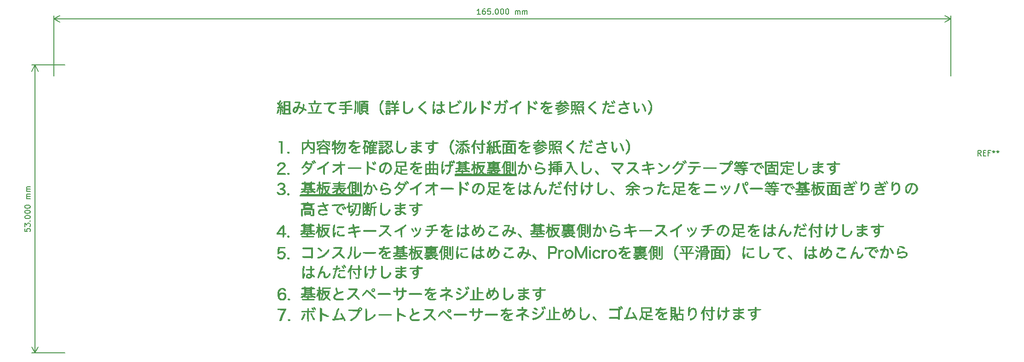
<source format=gto>
G04 #@! TF.GenerationSoftware,KiCad,Pcbnew,(5.1.5)-3*
G04 #@! TF.CreationDate,2021-03-06T02:15:43+09:00*
G04 #@! TF.ProjectId,Kleine Gherkin,4b6c6569-6e65-4204-9768-65726b696e2e,rev?*
G04 #@! TF.SameCoordinates,Original*
G04 #@! TF.FileFunction,Legend,Top*
G04 #@! TF.FilePolarity,Positive*
%FSLAX46Y46*%
G04 Gerber Fmt 4.6, Leading zero omitted, Abs format (unit mm)*
G04 Created by KiCad (PCBNEW (5.1.5)-3) date 2021-03-06 02:15:43*
%MOMM*%
%LPD*%
G04 APERTURE LIST*
%ADD10C,0.150000*%
%ADD11C,0.010000*%
G04 APERTURE END LIST*
D10*
X25152380Y-61619047D02*
X25152380Y-62095238D01*
X25628571Y-62142857D01*
X25580952Y-62095238D01*
X25533333Y-62000000D01*
X25533333Y-61761904D01*
X25580952Y-61666666D01*
X25628571Y-61619047D01*
X25723809Y-61571428D01*
X25961904Y-61571428D01*
X26057142Y-61619047D01*
X26104761Y-61666666D01*
X26152380Y-61761904D01*
X26152380Y-62000000D01*
X26104761Y-62095238D01*
X26057142Y-62142857D01*
X25152380Y-61238095D02*
X25152380Y-60619047D01*
X25533333Y-60952380D01*
X25533333Y-60809523D01*
X25580952Y-60714285D01*
X25628571Y-60666666D01*
X25723809Y-60619047D01*
X25961904Y-60619047D01*
X26057142Y-60666666D01*
X26104761Y-60714285D01*
X26152380Y-60809523D01*
X26152380Y-61095238D01*
X26104761Y-61190476D01*
X26057142Y-61238095D01*
X26057142Y-60190476D02*
X26104761Y-60142857D01*
X26152380Y-60190476D01*
X26104761Y-60238095D01*
X26057142Y-60190476D01*
X26152380Y-60190476D01*
X25152380Y-59523809D02*
X25152380Y-59428571D01*
X25200000Y-59333333D01*
X25247619Y-59285714D01*
X25342857Y-59238095D01*
X25533333Y-59190476D01*
X25771428Y-59190476D01*
X25961904Y-59238095D01*
X26057142Y-59285714D01*
X26104761Y-59333333D01*
X26152380Y-59428571D01*
X26152380Y-59523809D01*
X26104761Y-59619047D01*
X26057142Y-59666666D01*
X25961904Y-59714285D01*
X25771428Y-59761904D01*
X25533333Y-59761904D01*
X25342857Y-59714285D01*
X25247619Y-59666666D01*
X25200000Y-59619047D01*
X25152380Y-59523809D01*
X25152380Y-58571428D02*
X25152380Y-58476190D01*
X25200000Y-58380952D01*
X25247619Y-58333333D01*
X25342857Y-58285714D01*
X25533333Y-58238095D01*
X25771428Y-58238095D01*
X25961904Y-58285714D01*
X26057142Y-58333333D01*
X26104761Y-58380952D01*
X26152380Y-58476190D01*
X26152380Y-58571428D01*
X26104761Y-58666666D01*
X26057142Y-58714285D01*
X25961904Y-58761904D01*
X25771428Y-58809523D01*
X25533333Y-58809523D01*
X25342857Y-58761904D01*
X25247619Y-58714285D01*
X25200000Y-58666666D01*
X25152380Y-58571428D01*
X25152380Y-57619047D02*
X25152380Y-57523809D01*
X25200000Y-57428571D01*
X25247619Y-57380952D01*
X25342857Y-57333333D01*
X25533333Y-57285714D01*
X25771428Y-57285714D01*
X25961904Y-57333333D01*
X26057142Y-57380952D01*
X26104761Y-57428571D01*
X26152380Y-57523809D01*
X26152380Y-57619047D01*
X26104761Y-57714285D01*
X26057142Y-57761904D01*
X25961904Y-57809523D01*
X25771428Y-57857142D01*
X25533333Y-57857142D01*
X25342857Y-57809523D01*
X25247619Y-57761904D01*
X25200000Y-57714285D01*
X25152380Y-57619047D01*
X26152380Y-56095238D02*
X25485714Y-56095238D01*
X25580952Y-56095238D02*
X25533333Y-56047619D01*
X25485714Y-55952380D01*
X25485714Y-55809523D01*
X25533333Y-55714285D01*
X25628571Y-55666666D01*
X26152380Y-55666666D01*
X25628571Y-55666666D02*
X25533333Y-55619047D01*
X25485714Y-55523809D01*
X25485714Y-55380952D01*
X25533333Y-55285714D01*
X25628571Y-55238095D01*
X26152380Y-55238095D01*
X26152380Y-54761904D02*
X25485714Y-54761904D01*
X25580952Y-54761904D02*
X25533333Y-54714285D01*
X25485714Y-54619047D01*
X25485714Y-54476190D01*
X25533333Y-54380952D01*
X25628571Y-54333333D01*
X26152380Y-54333333D01*
X25628571Y-54333333D02*
X25533333Y-54285714D01*
X25485714Y-54190476D01*
X25485714Y-54047619D01*
X25533333Y-53952380D01*
X25628571Y-53904761D01*
X26152380Y-53904761D01*
X27000000Y-84500000D02*
X27000000Y-31500000D01*
X32500000Y-84500000D02*
X26413579Y-84500000D01*
X32500000Y-31500000D02*
X26413579Y-31500000D01*
X27000000Y-31500000D02*
X27586421Y-32626504D01*
X27000000Y-31500000D02*
X26413579Y-32626504D01*
X27000000Y-84500000D02*
X27586421Y-83373496D01*
X27000000Y-84500000D02*
X26413579Y-83373496D01*
X108952380Y-22152380D02*
X108380952Y-22152380D01*
X108666666Y-22152380D02*
X108666666Y-21152380D01*
X108571428Y-21295238D01*
X108476190Y-21390476D01*
X108380952Y-21438095D01*
X109809523Y-21152380D02*
X109619047Y-21152380D01*
X109523809Y-21200000D01*
X109476190Y-21247619D01*
X109380952Y-21390476D01*
X109333333Y-21580952D01*
X109333333Y-21961904D01*
X109380952Y-22057142D01*
X109428571Y-22104761D01*
X109523809Y-22152380D01*
X109714285Y-22152380D01*
X109809523Y-22104761D01*
X109857142Y-22057142D01*
X109904761Y-21961904D01*
X109904761Y-21723809D01*
X109857142Y-21628571D01*
X109809523Y-21580952D01*
X109714285Y-21533333D01*
X109523809Y-21533333D01*
X109428571Y-21580952D01*
X109380952Y-21628571D01*
X109333333Y-21723809D01*
X110809523Y-21152380D02*
X110333333Y-21152380D01*
X110285714Y-21628571D01*
X110333333Y-21580952D01*
X110428571Y-21533333D01*
X110666666Y-21533333D01*
X110761904Y-21580952D01*
X110809523Y-21628571D01*
X110857142Y-21723809D01*
X110857142Y-21961904D01*
X110809523Y-22057142D01*
X110761904Y-22104761D01*
X110666666Y-22152380D01*
X110428571Y-22152380D01*
X110333333Y-22104761D01*
X110285714Y-22057142D01*
X111285714Y-22057142D02*
X111333333Y-22104761D01*
X111285714Y-22152380D01*
X111238095Y-22104761D01*
X111285714Y-22057142D01*
X111285714Y-22152380D01*
X111952380Y-21152380D02*
X112047619Y-21152380D01*
X112142857Y-21200000D01*
X112190476Y-21247619D01*
X112238095Y-21342857D01*
X112285714Y-21533333D01*
X112285714Y-21771428D01*
X112238095Y-21961904D01*
X112190476Y-22057142D01*
X112142857Y-22104761D01*
X112047619Y-22152380D01*
X111952380Y-22152380D01*
X111857142Y-22104761D01*
X111809523Y-22057142D01*
X111761904Y-21961904D01*
X111714285Y-21771428D01*
X111714285Y-21533333D01*
X111761904Y-21342857D01*
X111809523Y-21247619D01*
X111857142Y-21200000D01*
X111952380Y-21152380D01*
X112904761Y-21152380D02*
X113000000Y-21152380D01*
X113095238Y-21200000D01*
X113142857Y-21247619D01*
X113190476Y-21342857D01*
X113238095Y-21533333D01*
X113238095Y-21771428D01*
X113190476Y-21961904D01*
X113142857Y-22057142D01*
X113095238Y-22104761D01*
X113000000Y-22152380D01*
X112904761Y-22152380D01*
X112809523Y-22104761D01*
X112761904Y-22057142D01*
X112714285Y-21961904D01*
X112666666Y-21771428D01*
X112666666Y-21533333D01*
X112714285Y-21342857D01*
X112761904Y-21247619D01*
X112809523Y-21200000D01*
X112904761Y-21152380D01*
X113857142Y-21152380D02*
X113952380Y-21152380D01*
X114047619Y-21200000D01*
X114095238Y-21247619D01*
X114142857Y-21342857D01*
X114190476Y-21533333D01*
X114190476Y-21771428D01*
X114142857Y-21961904D01*
X114095238Y-22057142D01*
X114047619Y-22104761D01*
X113952380Y-22152380D01*
X113857142Y-22152380D01*
X113761904Y-22104761D01*
X113714285Y-22057142D01*
X113666666Y-21961904D01*
X113619047Y-21771428D01*
X113619047Y-21533333D01*
X113666666Y-21342857D01*
X113714285Y-21247619D01*
X113761904Y-21200000D01*
X113857142Y-21152380D01*
X115380952Y-22152380D02*
X115380952Y-21485714D01*
X115380952Y-21580952D02*
X115428571Y-21533333D01*
X115523809Y-21485714D01*
X115666666Y-21485714D01*
X115761904Y-21533333D01*
X115809523Y-21628571D01*
X115809523Y-22152380D01*
X115809523Y-21628571D02*
X115857142Y-21533333D01*
X115952380Y-21485714D01*
X116095238Y-21485714D01*
X116190476Y-21533333D01*
X116238095Y-21628571D01*
X116238095Y-22152380D01*
X116714285Y-22152380D02*
X116714285Y-21485714D01*
X116714285Y-21580952D02*
X116761904Y-21533333D01*
X116857142Y-21485714D01*
X117000000Y-21485714D01*
X117095238Y-21533333D01*
X117142857Y-21628571D01*
X117142857Y-22152380D01*
X117142857Y-21628571D02*
X117190476Y-21533333D01*
X117285714Y-21485714D01*
X117428571Y-21485714D01*
X117523809Y-21533333D01*
X117571428Y-21628571D01*
X117571428Y-22152380D01*
X195500000Y-23000000D02*
X30500000Y-23000000D01*
X195500000Y-33500000D02*
X195500000Y-22413579D01*
X30500000Y-33500000D02*
X30500000Y-22413579D01*
X30500000Y-23000000D02*
X31626504Y-22413579D01*
X30500000Y-23000000D02*
X31626504Y-23586421D01*
X195500000Y-23000000D02*
X194373496Y-22413579D01*
X195500000Y-23000000D02*
X194373496Y-23586421D01*
D11*
G36*
X108734019Y-76244370D02*
G01*
X108773528Y-76323909D01*
X108793665Y-76491284D01*
X108794554Y-76504767D01*
X108812558Y-76785349D01*
X109093139Y-76775785D01*
X109264794Y-76776669D01*
X109348389Y-76801885D01*
X109373226Y-76862231D01*
X109373721Y-76879157D01*
X109356502Y-76947164D01*
X109285815Y-76981060D01*
X109133108Y-76991762D01*
X109078372Y-76992093D01*
X108783023Y-76992093D01*
X108782694Y-77272674D01*
X108768284Y-77501297D01*
X108732792Y-77725673D01*
X108719788Y-77778603D01*
X108633327Y-77970605D01*
X108492917Y-78159513D01*
X108320567Y-78328082D01*
X108138284Y-78459070D01*
X107968077Y-78535233D01*
X107831955Y-78539326D01*
X107785319Y-78510761D01*
X107724860Y-78419895D01*
X107770653Y-78359105D01*
X107866358Y-78326713D01*
X108064489Y-78230820D01*
X108261661Y-78062339D01*
X108418505Y-77860405D01*
X108485910Y-77710838D01*
X108526067Y-77502399D01*
X108545960Y-77274116D01*
X108546414Y-77243140D01*
X108546744Y-76992093D01*
X107719767Y-76992093D01*
X107719767Y-77346512D01*
X107715456Y-77544462D01*
X107696521Y-77651423D01*
X107653954Y-77694414D01*
X107601628Y-77700930D01*
X107535644Y-77687998D01*
X107499990Y-77631191D01*
X107485660Y-77503490D01*
X107483488Y-77346512D01*
X107483488Y-76992093D01*
X107183808Y-76992093D01*
X107006158Y-76986080D01*
X106920591Y-76961697D01*
X106901380Y-76909429D01*
X106904346Y-76888721D01*
X106938565Y-76825868D01*
X107028352Y-76800918D01*
X107204026Y-76805437D01*
X107483488Y-76825524D01*
X107483488Y-76524855D01*
X107489486Y-76345763D01*
X107515033Y-76255684D01*
X107571462Y-76225777D01*
X107601628Y-76224186D01*
X107672488Y-76239736D01*
X107707829Y-76305738D01*
X107719262Y-76451221D01*
X107719767Y-76519535D01*
X107719767Y-76814884D01*
X108546744Y-76814884D01*
X108546744Y-76519535D01*
X108553184Y-76341971D01*
X108579961Y-76253443D01*
X108638259Y-76225204D01*
X108661647Y-76224186D01*
X108734019Y-76244370D01*
G37*
X108734019Y-76244370D02*
X108773528Y-76323909D01*
X108793665Y-76491284D01*
X108794554Y-76504767D01*
X108812558Y-76785349D01*
X109093139Y-76775785D01*
X109264794Y-76776669D01*
X109348389Y-76801885D01*
X109373226Y-76862231D01*
X109373721Y-76879157D01*
X109356502Y-76947164D01*
X109285815Y-76981060D01*
X109133108Y-76991762D01*
X109078372Y-76992093D01*
X108783023Y-76992093D01*
X108782694Y-77272674D01*
X108768284Y-77501297D01*
X108732792Y-77725673D01*
X108719788Y-77778603D01*
X108633327Y-77970605D01*
X108492917Y-78159513D01*
X108320567Y-78328082D01*
X108138284Y-78459070D01*
X107968077Y-78535233D01*
X107831955Y-78539326D01*
X107785319Y-78510761D01*
X107724860Y-78419895D01*
X107770653Y-78359105D01*
X107866358Y-78326713D01*
X108064489Y-78230820D01*
X108261661Y-78062339D01*
X108418505Y-77860405D01*
X108485910Y-77710838D01*
X108526067Y-77502399D01*
X108545960Y-77274116D01*
X108546414Y-77243140D01*
X108546744Y-76992093D01*
X107719767Y-76992093D01*
X107719767Y-77346512D01*
X107715456Y-77544462D01*
X107696521Y-77651423D01*
X107653954Y-77694414D01*
X107601628Y-77700930D01*
X107535644Y-77687998D01*
X107499990Y-77631191D01*
X107485660Y-77503490D01*
X107483488Y-77346512D01*
X107483488Y-76992093D01*
X107183808Y-76992093D01*
X107006158Y-76986080D01*
X106920591Y-76961697D01*
X106901380Y-76909429D01*
X106904346Y-76888721D01*
X106938565Y-76825868D01*
X107028352Y-76800918D01*
X107204026Y-76805437D01*
X107483488Y-76825524D01*
X107483488Y-76524855D01*
X107489486Y-76345763D01*
X107515033Y-76255684D01*
X107571462Y-76225777D01*
X107601628Y-76224186D01*
X107672488Y-76239736D01*
X107707829Y-76305738D01*
X107719262Y-76451221D01*
X107719767Y-76519535D01*
X107719767Y-76814884D01*
X108546744Y-76814884D01*
X108546744Y-76519535D01*
X108553184Y-76341971D01*
X108579961Y-76253443D01*
X108638259Y-76225204D01*
X108661647Y-76224186D01*
X108734019Y-76244370D01*
G36*
X113673455Y-76179524D02*
G01*
X113746188Y-76211893D01*
X113756033Y-76284580D01*
X113709750Y-76425687D01*
X113695387Y-76480379D01*
X113719262Y-76511023D01*
X113802618Y-76521236D01*
X113966694Y-76514635D01*
X114152432Y-76501062D01*
X114391187Y-76484863D01*
X114534459Y-76483607D01*
X114604301Y-76500332D01*
X114622770Y-76538072D01*
X114619706Y-76565375D01*
X114588924Y-76617293D01*
X114505458Y-76655750D01*
X114348191Y-76686592D01*
X114096001Y-76715663D01*
X114066317Y-76718547D01*
X113810202Y-76745721D01*
X113645112Y-76773588D01*
X113544229Y-76811230D01*
X113480736Y-76867725D01*
X113439983Y-76930603D01*
X113347744Y-77091320D01*
X113627061Y-77064481D01*
X113806701Y-77055941D01*
X113915805Y-77083927D01*
X113999829Y-77162529D01*
X114017608Y-77185541D01*
X114128837Y-77333440D01*
X114438189Y-77217878D01*
X114618527Y-77160387D01*
X114756547Y-77134274D01*
X114807375Y-77139295D01*
X114868039Y-77215647D01*
X114812487Y-77296019D01*
X114642506Y-77378704D01*
X114512709Y-77421103D01*
X114158372Y-77525228D01*
X114158372Y-77819824D01*
X114151887Y-77997135D01*
X114124965Y-78085425D01*
X114066404Y-78113453D01*
X114043629Y-78114419D01*
X113966084Y-78090081D01*
X113925705Y-77997748D01*
X113910722Y-77873621D01*
X113892558Y-77632823D01*
X113685814Y-77772602D01*
X113541187Y-77895267D01*
X113483589Y-78023554D01*
X113479069Y-78086972D01*
X113491474Y-78199602D01*
X113550069Y-78262619D01*
X113686927Y-78305151D01*
X113729459Y-78314385D01*
X113992778Y-78337085D01*
X114308637Y-78313460D01*
X114349691Y-78307176D01*
X114585535Y-78279328D01*
X114727718Y-78292561D01*
X114794907Y-78351362D01*
X114807235Y-78417151D01*
X114753910Y-78453650D01*
X114611042Y-78484361D01*
X114407152Y-78507772D01*
X114170759Y-78522371D01*
X113930383Y-78526646D01*
X113714543Y-78519085D01*
X113551760Y-78498177D01*
X113508604Y-78486001D01*
X113320865Y-78365184D01*
X113224658Y-78191854D01*
X113225020Y-77993969D01*
X113326987Y-77799486D01*
X113375697Y-77748260D01*
X113547432Y-77612261D01*
X113733280Y-77497765D01*
X113734296Y-77497251D01*
X113858343Y-77422974D01*
X113887714Y-77362309D01*
X113859970Y-77313298D01*
X113729035Y-77241262D01*
X113543382Y-77255457D01*
X113321944Y-77349740D01*
X113083653Y-77517969D01*
X113001082Y-77591940D01*
X112881964Y-77696182D01*
X112810212Y-77723981D01*
X112752750Y-77685417D01*
X112740618Y-77671300D01*
X112705574Y-77602911D01*
X112730146Y-77524156D01*
X112826714Y-77405147D01*
X112870135Y-77358647D01*
X113045331Y-77160737D01*
X113181151Y-76982359D01*
X113259836Y-76848102D01*
X113272325Y-76801740D01*
X113219505Y-76774345D01*
X113085872Y-76757917D01*
X113006511Y-76755814D01*
X112841144Y-76748552D01*
X112762861Y-76717158D01*
X112741006Y-76647225D01*
X112740697Y-76630868D01*
X112749645Y-76560761D01*
X112795366Y-76529149D01*
X112906182Y-76528718D01*
X113066758Y-76546661D01*
X113392818Y-76587400D01*
X113482655Y-76372391D01*
X113568649Y-76220971D01*
X113658913Y-76177387D01*
X113673455Y-76179524D01*
G37*
X113673455Y-76179524D02*
X113746188Y-76211893D01*
X113756033Y-76284580D01*
X113709750Y-76425687D01*
X113695387Y-76480379D01*
X113719262Y-76511023D01*
X113802618Y-76521236D01*
X113966694Y-76514635D01*
X114152432Y-76501062D01*
X114391187Y-76484863D01*
X114534459Y-76483607D01*
X114604301Y-76500332D01*
X114622770Y-76538072D01*
X114619706Y-76565375D01*
X114588924Y-76617293D01*
X114505458Y-76655750D01*
X114348191Y-76686592D01*
X114096001Y-76715663D01*
X114066317Y-76718547D01*
X113810202Y-76745721D01*
X113645112Y-76773588D01*
X113544229Y-76811230D01*
X113480736Y-76867725D01*
X113439983Y-76930603D01*
X113347744Y-77091320D01*
X113627061Y-77064481D01*
X113806701Y-77055941D01*
X113915805Y-77083927D01*
X113999829Y-77162529D01*
X114017608Y-77185541D01*
X114128837Y-77333440D01*
X114438189Y-77217878D01*
X114618527Y-77160387D01*
X114756547Y-77134274D01*
X114807375Y-77139295D01*
X114868039Y-77215647D01*
X114812487Y-77296019D01*
X114642506Y-77378704D01*
X114512709Y-77421103D01*
X114158372Y-77525228D01*
X114158372Y-77819824D01*
X114151887Y-77997135D01*
X114124965Y-78085425D01*
X114066404Y-78113453D01*
X114043629Y-78114419D01*
X113966084Y-78090081D01*
X113925705Y-77997748D01*
X113910722Y-77873621D01*
X113892558Y-77632823D01*
X113685814Y-77772602D01*
X113541187Y-77895267D01*
X113483589Y-78023554D01*
X113479069Y-78086972D01*
X113491474Y-78199602D01*
X113550069Y-78262619D01*
X113686927Y-78305151D01*
X113729459Y-78314385D01*
X113992778Y-78337085D01*
X114308637Y-78313460D01*
X114349691Y-78307176D01*
X114585535Y-78279328D01*
X114727718Y-78292561D01*
X114794907Y-78351362D01*
X114807235Y-78417151D01*
X114753910Y-78453650D01*
X114611042Y-78484361D01*
X114407152Y-78507772D01*
X114170759Y-78522371D01*
X113930383Y-78526646D01*
X113714543Y-78519085D01*
X113551760Y-78498177D01*
X113508604Y-78486001D01*
X113320865Y-78365184D01*
X113224658Y-78191854D01*
X113225020Y-77993969D01*
X113326987Y-77799486D01*
X113375697Y-77748260D01*
X113547432Y-77612261D01*
X113733280Y-77497765D01*
X113734296Y-77497251D01*
X113858343Y-77422974D01*
X113887714Y-77362309D01*
X113859970Y-77313298D01*
X113729035Y-77241262D01*
X113543382Y-77255457D01*
X113321944Y-77349740D01*
X113083653Y-77517969D01*
X113001082Y-77591940D01*
X112881964Y-77696182D01*
X112810212Y-77723981D01*
X112752750Y-77685417D01*
X112740618Y-77671300D01*
X112705574Y-77602911D01*
X112730146Y-77524156D01*
X112826714Y-77405147D01*
X112870135Y-77358647D01*
X113045331Y-77160737D01*
X113181151Y-76982359D01*
X113259836Y-76848102D01*
X113272325Y-76801740D01*
X113219505Y-76774345D01*
X113085872Y-76757917D01*
X113006511Y-76755814D01*
X112841144Y-76748552D01*
X112762861Y-76717158D01*
X112741006Y-76647225D01*
X112740697Y-76630868D01*
X112749645Y-76560761D01*
X112795366Y-76529149D01*
X112906182Y-76528718D01*
X113066758Y-76546661D01*
X113392818Y-76587400D01*
X113482655Y-76372391D01*
X113568649Y-76220971D01*
X113658913Y-76177387D01*
X113673455Y-76179524D01*
G36*
X111369895Y-77287907D02*
G01*
X111668271Y-77290315D01*
X111878954Y-77296191D01*
X112017167Y-77307055D01*
X112098134Y-77324431D01*
X112137077Y-77349840D01*
X112149220Y-77384804D01*
X112150000Y-77405581D01*
X112145353Y-77445710D01*
X112121264Y-77475548D01*
X112062509Y-77496616D01*
X111953866Y-77510438D01*
X111780111Y-77518534D01*
X111526022Y-77522429D01*
X111176375Y-77523643D01*
X110968604Y-77523721D01*
X110567313Y-77523256D01*
X110268938Y-77520847D01*
X110058255Y-77514972D01*
X109920042Y-77504108D01*
X109839075Y-77486732D01*
X109800132Y-77461323D01*
X109787988Y-77426358D01*
X109787209Y-77405581D01*
X109791856Y-77365452D01*
X109815945Y-77335615D01*
X109874699Y-77314546D01*
X109983343Y-77300725D01*
X110157097Y-77292628D01*
X110411187Y-77288734D01*
X110760834Y-77287520D01*
X110968604Y-77287442D01*
X111369895Y-77287907D01*
G37*
X111369895Y-77287907D02*
X111668271Y-77290315D01*
X111878954Y-77296191D01*
X112017167Y-77307055D01*
X112098134Y-77324431D01*
X112137077Y-77349840D01*
X112149220Y-77384804D01*
X112150000Y-77405581D01*
X112145353Y-77445710D01*
X112121264Y-77475548D01*
X112062509Y-77496616D01*
X111953866Y-77510438D01*
X111780111Y-77518534D01*
X111526022Y-77522429D01*
X111176375Y-77523643D01*
X110968604Y-77523721D01*
X110567313Y-77523256D01*
X110268938Y-77520847D01*
X110058255Y-77514972D01*
X109920042Y-77504108D01*
X109839075Y-77486732D01*
X109800132Y-77461323D01*
X109787988Y-77426358D01*
X109787209Y-77405581D01*
X109791856Y-77365452D01*
X109815945Y-77335615D01*
X109874699Y-77314546D01*
X109983343Y-77300725D01*
X110157097Y-77292628D01*
X110411187Y-77288734D01*
X110760834Y-77287520D01*
X110968604Y-77287442D01*
X111369895Y-77287907D01*
G36*
X105640128Y-77287907D02*
G01*
X105938503Y-77290315D01*
X106149186Y-77296191D01*
X106287399Y-77307055D01*
X106368366Y-77324431D01*
X106407310Y-77349840D01*
X106419453Y-77384804D01*
X106420232Y-77405581D01*
X106415585Y-77445710D01*
X106391496Y-77475548D01*
X106332742Y-77496616D01*
X106224099Y-77510438D01*
X106050344Y-77518534D01*
X105796255Y-77522429D01*
X105446607Y-77523643D01*
X105238837Y-77523721D01*
X104837546Y-77523256D01*
X104539170Y-77520847D01*
X104328488Y-77514972D01*
X104190274Y-77504108D01*
X104109308Y-77486732D01*
X104070364Y-77461323D01*
X104058221Y-77426358D01*
X104057442Y-77405581D01*
X104062088Y-77365452D01*
X104086177Y-77335615D01*
X104144932Y-77314546D01*
X104253575Y-77300725D01*
X104427330Y-77292628D01*
X104681419Y-77288734D01*
X105031066Y-77287520D01*
X105238837Y-77287442D01*
X105640128Y-77287907D01*
G37*
X105640128Y-77287907D02*
X105938503Y-77290315D01*
X106149186Y-77296191D01*
X106287399Y-77307055D01*
X106368366Y-77324431D01*
X106407310Y-77349840D01*
X106419453Y-77384804D01*
X106420232Y-77405581D01*
X106415585Y-77445710D01*
X106391496Y-77475548D01*
X106332742Y-77496616D01*
X106224099Y-77510438D01*
X106050344Y-77518534D01*
X105796255Y-77522429D01*
X105446607Y-77523643D01*
X105238837Y-77523721D01*
X104837546Y-77523256D01*
X104539170Y-77520847D01*
X104328488Y-77514972D01*
X104190274Y-77504108D01*
X104109308Y-77486732D01*
X104070364Y-77461323D01*
X104058221Y-77426358D01*
X104057442Y-77405581D01*
X104062088Y-77365452D01*
X104086177Y-77335615D01*
X104144932Y-77314546D01*
X104253575Y-77300725D01*
X104427330Y-77292628D01*
X104681419Y-77288734D01*
X105031066Y-77287520D01*
X105238837Y-77287442D01*
X105640128Y-77287907D01*
G36*
X103406994Y-76442396D02*
G01*
X103506388Y-76565697D01*
X103525814Y-76696744D01*
X103500026Y-76840795D01*
X103454930Y-76921209D01*
X103322646Y-76982211D01*
X103150394Y-76982011D01*
X102997585Y-76923289D01*
X102968870Y-76899269D01*
X102885406Y-76750128D01*
X102889927Y-76702683D01*
X103009498Y-76702683D01*
X103053256Y-76785349D01*
X103150005Y-76860218D01*
X103200930Y-76873953D01*
X103297907Y-76832587D01*
X103348604Y-76785349D01*
X103392362Y-76690805D01*
X103348604Y-76608140D01*
X103251855Y-76533270D01*
X103200930Y-76519535D01*
X103103952Y-76560901D01*
X103053256Y-76608140D01*
X103009498Y-76702683D01*
X102889927Y-76702683D01*
X102899901Y-76598027D01*
X102996933Y-76473196D01*
X103161079Y-76405866D01*
X103222870Y-76401395D01*
X103406994Y-76442396D01*
G37*
X103406994Y-76442396D02*
X103506388Y-76565697D01*
X103525814Y-76696744D01*
X103500026Y-76840795D01*
X103454930Y-76921209D01*
X103322646Y-76982211D01*
X103150394Y-76982011D01*
X102997585Y-76923289D01*
X102968870Y-76899269D01*
X102885406Y-76750128D01*
X102889927Y-76702683D01*
X103009498Y-76702683D01*
X103053256Y-76785349D01*
X103150005Y-76860218D01*
X103200930Y-76873953D01*
X103297907Y-76832587D01*
X103348604Y-76785349D01*
X103392362Y-76690805D01*
X103348604Y-76608140D01*
X103251855Y-76533270D01*
X103200930Y-76519535D01*
X103103952Y-76560901D01*
X103053256Y-76608140D01*
X103009498Y-76702683D01*
X102889927Y-76702683D01*
X102899901Y-76598027D01*
X102996933Y-76473196D01*
X103161079Y-76405866D01*
X103222870Y-76401395D01*
X103406994Y-76442396D01*
G36*
X102166600Y-76740684D02*
G01*
X102340240Y-76868087D01*
X102573370Y-77072331D01*
X102724701Y-77215814D01*
X102949725Y-77431590D01*
X103163448Y-77632234D01*
X103341311Y-77794949D01*
X103456336Y-77894971D01*
X103585450Y-78034567D01*
X103631017Y-78162081D01*
X103587520Y-78254115D01*
X103545969Y-78275092D01*
X103483167Y-78243161D01*
X103352890Y-78140313D01*
X103170475Y-77979888D01*
X102951256Y-77775227D01*
X102780427Y-77609143D01*
X102083334Y-76920404D01*
X101933295Y-77090932D01*
X101812263Y-77230045D01*
X101654546Y-77413321D01*
X101533515Y-77555032D01*
X101393868Y-77711021D01*
X101305440Y-77784097D01*
X101249591Y-77786619D01*
X101224359Y-77760000D01*
X101192539Y-77709842D01*
X101182667Y-77663528D01*
X101205389Y-77601727D01*
X101271349Y-77505105D01*
X101391194Y-77354331D01*
X101562499Y-77145945D01*
X101776344Y-76901448D01*
X101936449Y-76753745D01*
X102048628Y-76697597D01*
X102060921Y-76696744D01*
X102166600Y-76740684D01*
G37*
X102166600Y-76740684D02*
X102340240Y-76868087D01*
X102573370Y-77072331D01*
X102724701Y-77215814D01*
X102949725Y-77431590D01*
X103163448Y-77632234D01*
X103341311Y-77794949D01*
X103456336Y-77894971D01*
X103585450Y-78034567D01*
X103631017Y-78162081D01*
X103587520Y-78254115D01*
X103545969Y-78275092D01*
X103483167Y-78243161D01*
X103352890Y-78140313D01*
X103170475Y-77979888D01*
X102951256Y-77775227D01*
X102780427Y-77609143D01*
X102083334Y-76920404D01*
X101933295Y-77090932D01*
X101812263Y-77230045D01*
X101654546Y-77413321D01*
X101533515Y-77555032D01*
X101393868Y-77711021D01*
X101305440Y-77784097D01*
X101249591Y-77786619D01*
X101224359Y-77760000D01*
X101192539Y-77709842D01*
X101182667Y-77663528D01*
X101205389Y-77601727D01*
X101271349Y-77505105D01*
X101391194Y-77354331D01*
X101562499Y-77145945D01*
X101776344Y-76901448D01*
X101936449Y-76753745D01*
X102048628Y-76697597D01*
X102060921Y-76696744D01*
X102166600Y-76740684D01*
G36*
X99823757Y-76404798D02*
G01*
X100067261Y-76415747D01*
X100217449Y-76435355D01*
X100286644Y-76464731D01*
X100293319Y-76475233D01*
X100281647Y-76567790D01*
X100222636Y-76729059D01*
X100130920Y-76927173D01*
X100021133Y-77130261D01*
X99918380Y-77291789D01*
X99811214Y-77443810D01*
X100250839Y-77841978D01*
X100436769Y-78018051D01*
X100583766Y-78171868D01*
X100672758Y-78282625D01*
X100690465Y-78321470D01*
X100667847Y-78411924D01*
X100595262Y-78423350D01*
X100465611Y-78352475D01*
X100271794Y-78196026D01*
X100120723Y-78058760D01*
X99672147Y-77639840D01*
X99413106Y-77878616D01*
X99245915Y-78021010D01*
X99051023Y-78169790D01*
X98855938Y-78306028D01*
X98688165Y-78410798D01*
X98575213Y-78465172D01*
X98555324Y-78468837D01*
X98492982Y-78423976D01*
X98455227Y-78369616D01*
X98440125Y-78297941D01*
X98499030Y-78231494D01*
X98644269Y-78151457D01*
X98835519Y-78028703D01*
X99067015Y-77836415D01*
X99311608Y-77602094D01*
X99542152Y-77353238D01*
X99731497Y-77117345D01*
X99847154Y-76933023D01*
X99978178Y-76667209D01*
X99330135Y-76650507D01*
X99045816Y-76641636D01*
X98859268Y-76629762D01*
X98750126Y-76610709D01*
X98698028Y-76580302D01*
X98682610Y-76534363D01*
X98682093Y-76517600D01*
X98688847Y-76470766D01*
X98721454Y-76438539D01*
X98798430Y-76418203D01*
X98938293Y-76407044D01*
X99159559Y-76402347D01*
X99474612Y-76401395D01*
X99823757Y-76404798D01*
G37*
X99823757Y-76404798D02*
X100067261Y-76415747D01*
X100217449Y-76435355D01*
X100286644Y-76464731D01*
X100293319Y-76475233D01*
X100281647Y-76567790D01*
X100222636Y-76729059D01*
X100130920Y-76927173D01*
X100021133Y-77130261D01*
X99918380Y-77291789D01*
X99811214Y-77443810D01*
X100250839Y-77841978D01*
X100436769Y-78018051D01*
X100583766Y-78171868D01*
X100672758Y-78282625D01*
X100690465Y-78321470D01*
X100667847Y-78411924D01*
X100595262Y-78423350D01*
X100465611Y-78352475D01*
X100271794Y-78196026D01*
X100120723Y-78058760D01*
X99672147Y-77639840D01*
X99413106Y-77878616D01*
X99245915Y-78021010D01*
X99051023Y-78169790D01*
X98855938Y-78306028D01*
X98688165Y-78410798D01*
X98575213Y-78465172D01*
X98555324Y-78468837D01*
X98492982Y-78423976D01*
X98455227Y-78369616D01*
X98440125Y-78297941D01*
X98499030Y-78231494D01*
X98644269Y-78151457D01*
X98835519Y-78028703D01*
X99067015Y-77836415D01*
X99311608Y-77602094D01*
X99542152Y-77353238D01*
X99731497Y-77117345D01*
X99847154Y-76933023D01*
X99978178Y-76667209D01*
X99330135Y-76650507D01*
X99045816Y-76641636D01*
X98859268Y-76629762D01*
X98750126Y-76610709D01*
X98698028Y-76580302D01*
X98682610Y-76534363D01*
X98682093Y-76517600D01*
X98688847Y-76470766D01*
X98721454Y-76438539D01*
X98798430Y-76418203D01*
X98938293Y-76407044D01*
X99159559Y-76402347D01*
X99474612Y-76401395D01*
X99823757Y-76404798D01*
G36*
X96472207Y-76267787D02*
G01*
X96512130Y-76337130D01*
X96554191Y-76486523D01*
X96606369Y-76721176D01*
X96660790Y-76957240D01*
X96704979Y-77096302D01*
X96747979Y-77157919D01*
X96798831Y-77161645D01*
X96808405Y-77158133D01*
X96959198Y-77100516D01*
X97147950Y-77033188D01*
X97338889Y-76968263D01*
X97496242Y-76917858D01*
X97584235Y-76894090D01*
X97589519Y-76893569D01*
X97637601Y-76942417D01*
X97661968Y-77006436D01*
X97659984Y-77081968D01*
X97589440Y-77135717D01*
X97426070Y-77186134D01*
X97425443Y-77186292D01*
X97209535Y-77253496D01*
X96955405Y-77351464D01*
X96697669Y-77464671D01*
X96470946Y-77577594D01*
X96309851Y-77674711D01*
X96275556Y-77701934D01*
X96195357Y-77838099D01*
X96169487Y-77996977D01*
X96187997Y-78124658D01*
X96253584Y-78214553D01*
X96381333Y-78271390D01*
X96586328Y-78299894D01*
X96883654Y-78304791D01*
X97129371Y-78297719D01*
X97411200Y-78288455D01*
X97595357Y-78288683D01*
X97702096Y-78300828D01*
X97751672Y-78327316D01*
X97764342Y-78370574D01*
X97764371Y-78373775D01*
X97741749Y-78444236D01*
X97663525Y-78493494D01*
X97514159Y-78524792D01*
X97278114Y-78541376D01*
X96939849Y-78546492D01*
X96937394Y-78546495D01*
X96650143Y-78541949D01*
X96449771Y-78524388D01*
X96305306Y-78488993D01*
X96185771Y-78430949D01*
X96182782Y-78429135D01*
X95989681Y-78258722D01*
X95907186Y-78058382D01*
X95935497Y-77840225D01*
X96074812Y-77616363D01*
X96167858Y-77522300D01*
X96307424Y-77402287D01*
X96416197Y-77319495D01*
X96450000Y-77300000D01*
X96469497Y-77231324D01*
X96448917Y-77060326D01*
X96393456Y-76812059D01*
X96336911Y-76573091D01*
X96313268Y-76423164D01*
X96320773Y-76338379D01*
X96355624Y-76296103D01*
X96423634Y-76260208D01*
X96472207Y-76267787D01*
G37*
X96472207Y-76267787D02*
X96512130Y-76337130D01*
X96554191Y-76486523D01*
X96606369Y-76721176D01*
X96660790Y-76957240D01*
X96704979Y-77096302D01*
X96747979Y-77157919D01*
X96798831Y-77161645D01*
X96808405Y-77158133D01*
X96959198Y-77100516D01*
X97147950Y-77033188D01*
X97338889Y-76968263D01*
X97496242Y-76917858D01*
X97584235Y-76894090D01*
X97589519Y-76893569D01*
X97637601Y-76942417D01*
X97661968Y-77006436D01*
X97659984Y-77081968D01*
X97589440Y-77135717D01*
X97426070Y-77186134D01*
X97425443Y-77186292D01*
X97209535Y-77253496D01*
X96955405Y-77351464D01*
X96697669Y-77464671D01*
X96470946Y-77577594D01*
X96309851Y-77674711D01*
X96275556Y-77701934D01*
X96195357Y-77838099D01*
X96169487Y-77996977D01*
X96187997Y-78124658D01*
X96253584Y-78214553D01*
X96381333Y-78271390D01*
X96586328Y-78299894D01*
X96883654Y-78304791D01*
X97129371Y-78297719D01*
X97411200Y-78288455D01*
X97595357Y-78288683D01*
X97702096Y-78300828D01*
X97751672Y-78327316D01*
X97764342Y-78370574D01*
X97764371Y-78373775D01*
X97741749Y-78444236D01*
X97663525Y-78493494D01*
X97514159Y-78524792D01*
X97278114Y-78541376D01*
X96939849Y-78546492D01*
X96937394Y-78546495D01*
X96650143Y-78541949D01*
X96449771Y-78524388D01*
X96305306Y-78488993D01*
X96185771Y-78430949D01*
X96182782Y-78429135D01*
X95989681Y-78258722D01*
X95907186Y-78058382D01*
X95935497Y-77840225D01*
X96074812Y-77616363D01*
X96167858Y-77522300D01*
X96307424Y-77402287D01*
X96416197Y-77319495D01*
X96450000Y-77300000D01*
X96469497Y-77231324D01*
X96448917Y-77060326D01*
X96393456Y-76812059D01*
X96336911Y-76573091D01*
X96313268Y-76423164D01*
X96320773Y-76338379D01*
X96355624Y-76296103D01*
X96423634Y-76260208D01*
X96472207Y-76267787D01*
G36*
X79368525Y-72265944D02*
G01*
X79401464Y-72340211D01*
X79411639Y-72498378D01*
X79411860Y-72542791D01*
X79415732Y-72717630D01*
X79439536Y-72804816D01*
X79501559Y-72834823D01*
X79589069Y-72838140D01*
X79729757Y-72864556D01*
X79766279Y-72926744D01*
X79714929Y-72998007D01*
X79618604Y-73015349D01*
X79512087Y-73027958D01*
X79480280Y-73078312D01*
X79523232Y-73185200D01*
X79619408Y-73335798D01*
X79714304Y-73506452D01*
X79725452Y-73623689D01*
X79714065Y-73650768D01*
X79670410Y-73697198D01*
X79616919Y-73663420D01*
X79536272Y-73543588D01*
X79412302Y-73340233D01*
X79412081Y-74093372D01*
X79410548Y-74405007D01*
X79404452Y-74617203D01*
X79391223Y-74748647D01*
X79368291Y-74818022D01*
X79333086Y-74844014D01*
X79308488Y-74846589D01*
X79264497Y-74836322D01*
X79235878Y-74792457D01*
X79220133Y-74695518D01*
X79214763Y-74526028D01*
X79217269Y-74264509D01*
X79219443Y-74152519D01*
X79233771Y-73458372D01*
X79089880Y-73768488D01*
X78980778Y-73973754D01*
X78892961Y-74068742D01*
X78820964Y-74058247D01*
X78795861Y-74026384D01*
X78803845Y-73950574D01*
X78856244Y-73803396D01*
X78936455Y-73627663D01*
X79032922Y-73425502D01*
X79110050Y-73248017D01*
X79146433Y-73148256D01*
X79157478Y-73055448D01*
X79099074Y-73019999D01*
X79002352Y-73015349D01*
X78859935Y-72990105D01*
X78821162Y-72926744D01*
X78864328Y-72862289D01*
X79003656Y-72838563D01*
X79035422Y-72838140D01*
X79249682Y-72838140D01*
X79221302Y-72542791D01*
X79209763Y-72366601D01*
X79224569Y-72278293D01*
X79273628Y-72249056D01*
X79302392Y-72247442D01*
X79368525Y-72265944D01*
G37*
X79368525Y-72265944D02*
X79401464Y-72340211D01*
X79411639Y-72498378D01*
X79411860Y-72542791D01*
X79415732Y-72717630D01*
X79439536Y-72804816D01*
X79501559Y-72834823D01*
X79589069Y-72838140D01*
X79729757Y-72864556D01*
X79766279Y-72926744D01*
X79714929Y-72998007D01*
X79618604Y-73015349D01*
X79512087Y-73027958D01*
X79480280Y-73078312D01*
X79523232Y-73185200D01*
X79619408Y-73335798D01*
X79714304Y-73506452D01*
X79725452Y-73623689D01*
X79714065Y-73650768D01*
X79670410Y-73697198D01*
X79616919Y-73663420D01*
X79536272Y-73543588D01*
X79412302Y-73340233D01*
X79412081Y-74093372D01*
X79410548Y-74405007D01*
X79404452Y-74617203D01*
X79391223Y-74748647D01*
X79368291Y-74818022D01*
X79333086Y-74844014D01*
X79308488Y-74846589D01*
X79264497Y-74836322D01*
X79235878Y-74792457D01*
X79220133Y-74695518D01*
X79214763Y-74526028D01*
X79217269Y-74264509D01*
X79219443Y-74152519D01*
X79233771Y-73458372D01*
X79089880Y-73768488D01*
X78980778Y-73973754D01*
X78892961Y-74068742D01*
X78820964Y-74058247D01*
X78795861Y-74026384D01*
X78803845Y-73950574D01*
X78856244Y-73803396D01*
X78936455Y-73627663D01*
X79032922Y-73425502D01*
X79110050Y-73248017D01*
X79146433Y-73148256D01*
X79157478Y-73055448D01*
X79099074Y-73019999D01*
X79002352Y-73015349D01*
X78859935Y-72990105D01*
X78821162Y-72926744D01*
X78864328Y-72862289D01*
X79003656Y-72838563D01*
X79035422Y-72838140D01*
X79249682Y-72838140D01*
X79221302Y-72542791D01*
X79209763Y-72366601D01*
X79224569Y-72278293D01*
X79273628Y-72249056D01*
X79302392Y-72247442D01*
X79368525Y-72265944D01*
G36*
X77915700Y-72289210D02*
G01*
X77935116Y-72365581D01*
X77952508Y-72439409D01*
X78024727Y-72474320D01*
X78181834Y-72483676D01*
X78200930Y-72483721D01*
X78367043Y-72491451D01*
X78445592Y-72523548D01*
X78466642Y-72593373D01*
X78466744Y-72601860D01*
X78449352Y-72675688D01*
X78377133Y-72710599D01*
X78220026Y-72719955D01*
X78200930Y-72720000D01*
X77935116Y-72720000D01*
X77935116Y-73546977D01*
X78230465Y-73546977D01*
X78409127Y-73553939D01*
X78498086Y-73581660D01*
X78525311Y-73640388D01*
X78525814Y-73655209D01*
X78512155Y-73715836D01*
X78452910Y-73743556D01*
X78320677Y-73744994D01*
X78192491Y-73735799D01*
X77997611Y-73726452D01*
X77906021Y-73741176D01*
X77901150Y-73776085D01*
X77986057Y-73850945D01*
X78136647Y-73940973D01*
X78306953Y-74022714D01*
X78451012Y-74072708D01*
X78493926Y-74078605D01*
X78574524Y-74105922D01*
X78561746Y-74194651D01*
X78528400Y-74253652D01*
X78478739Y-74302060D01*
X78399657Y-74296980D01*
X78255050Y-74235812D01*
X78250474Y-74233633D01*
X78087046Y-74172244D01*
X78009531Y-74183818D01*
X78005781Y-74191492D01*
X77938611Y-74227215D01*
X77784813Y-74250198D01*
X77634845Y-74255814D01*
X77440120Y-74259045D01*
X77335580Y-74276605D01*
X77293299Y-74320295D01*
X77285349Y-74401913D01*
X77285349Y-74403488D01*
X77289245Y-74471901D01*
X77315689Y-74515047D01*
X77386808Y-74538751D01*
X77524732Y-74548836D01*
X77751590Y-74551125D01*
X77846511Y-74551163D01*
X78114012Y-74554334D01*
X78283298Y-74565932D01*
X78374172Y-74589084D01*
X78406440Y-74626917D01*
X78407674Y-74639767D01*
X78393147Y-74670676D01*
X78339846Y-74693619D01*
X78233190Y-74709719D01*
X78058601Y-74720097D01*
X77801497Y-74725875D01*
X77447299Y-74728174D01*
X77255814Y-74728372D01*
X76854004Y-74727255D01*
X76555740Y-74723154D01*
X76346440Y-74714950D01*
X76211526Y-74701520D01*
X76136416Y-74681743D01*
X76106532Y-74654497D01*
X76103953Y-74639767D01*
X76125389Y-74595470D01*
X76203419Y-74568358D01*
X76358623Y-74554800D01*
X76606046Y-74551163D01*
X76849183Y-74549807D01*
X76997571Y-74541153D01*
X77074600Y-74518322D01*
X77103659Y-74474434D01*
X77108139Y-74403488D01*
X77098563Y-74315845D01*
X77049695Y-74272122D01*
X76931321Y-74257213D01*
X76812790Y-74255814D01*
X76620929Y-74244523D01*
X76529990Y-74207846D01*
X76517442Y-74174620D01*
X76493459Y-74134950D01*
X76407517Y-74152894D01*
X76280362Y-74210724D01*
X76119966Y-74279874D01*
X76020119Y-74289320D01*
X75953020Y-74253109D01*
X75918960Y-74206227D01*
X75948476Y-74156056D01*
X76057670Y-74087726D01*
X76075949Y-74078605D01*
X76554408Y-74078605D01*
X76831274Y-74078605D01*
X77001572Y-74071501D01*
X77083834Y-74041748D01*
X77107742Y-73976679D01*
X77108139Y-73960465D01*
X77150454Y-73861100D01*
X77220749Y-73842326D01*
X77303179Y-73871114D01*
X77302464Y-73960465D01*
X77295805Y-74028663D01*
X77339092Y-74063719D01*
X77457986Y-74076074D01*
X77588575Y-74076873D01*
X77905581Y-74075142D01*
X77712672Y-73899664D01*
X77571741Y-73790536D01*
X77428866Y-73738432D01*
X77228997Y-73724254D01*
X77206863Y-73724186D01*
X77006548Y-73734137D01*
X76872971Y-73776376D01*
X76755531Y-73869481D01*
X76724186Y-73901395D01*
X76554408Y-74078605D01*
X76075949Y-74078605D01*
X76219634Y-74006912D01*
X76400130Y-73911828D01*
X76528468Y-73828084D01*
X76576511Y-73774477D01*
X76521939Y-73740691D01*
X76372900Y-73729541D01*
X76267404Y-73733524D01*
X76081292Y-73739019D01*
X75982650Y-73719255D01*
X75942167Y-73666826D01*
X75938189Y-73650349D01*
X75943639Y-73588661D01*
X76008314Y-73557499D01*
X76157947Y-73547349D01*
X76217761Y-73546977D01*
X76517442Y-73546977D01*
X76517442Y-73458372D01*
X76753721Y-73458372D01*
X76775978Y-73503834D01*
X76856736Y-73531118D01*
X77016971Y-73544156D01*
X77226279Y-73546977D01*
X77468744Y-73542803D01*
X77614257Y-73527661D01*
X77683793Y-73497617D01*
X77698837Y-73458372D01*
X77676579Y-73412910D01*
X77595821Y-73385626D01*
X77435587Y-73372588D01*
X77226279Y-73369767D01*
X76983813Y-73373941D01*
X76838301Y-73389083D01*
X76768764Y-73419127D01*
X76753721Y-73458372D01*
X76517442Y-73458372D01*
X76517442Y-73103953D01*
X76753721Y-73103953D01*
X76775978Y-73149416D01*
X76856736Y-73176699D01*
X77016971Y-73189737D01*
X77226279Y-73192558D01*
X77468744Y-73188385D01*
X77614257Y-73173243D01*
X77683793Y-73143199D01*
X77698837Y-73103953D01*
X77676579Y-73058491D01*
X77595821Y-73031208D01*
X77435587Y-73018169D01*
X77226279Y-73015349D01*
X76983813Y-73019522D01*
X76838301Y-73034664D01*
X76768764Y-73064708D01*
X76753721Y-73103953D01*
X76517442Y-73103953D01*
X76517442Y-72779070D01*
X76753721Y-72779070D01*
X76808988Y-72808323D01*
X76959874Y-72828879D01*
X77184005Y-72837943D01*
X77226279Y-72838140D01*
X77460301Y-72831231D01*
X77624753Y-72812370D01*
X77697262Y-72784354D01*
X77698837Y-72779070D01*
X77643570Y-72749817D01*
X77492684Y-72729260D01*
X77268553Y-72720197D01*
X77226279Y-72720000D01*
X76992256Y-72726908D01*
X76827804Y-72745769D01*
X76755296Y-72773785D01*
X76753721Y-72779070D01*
X76517442Y-72779070D01*
X76517442Y-72720000D01*
X76281162Y-72720000D01*
X76126580Y-72710093D01*
X76058261Y-72670050D01*
X76044883Y-72601860D01*
X76064698Y-72524569D01*
X76144783Y-72490410D01*
X76281162Y-72483721D01*
X76435745Y-72473814D01*
X76504064Y-72433771D01*
X76517442Y-72365581D01*
X76559210Y-72266858D01*
X76635581Y-72247442D01*
X76734305Y-72289210D01*
X76753721Y-72365581D01*
X76763586Y-72424444D01*
X76809026Y-72459721D01*
X76913805Y-72477355D01*
X77101685Y-72483286D01*
X77226279Y-72483721D01*
X77461728Y-72481254D01*
X77602838Y-72469894D01*
X77673373Y-72443700D01*
X77697098Y-72396730D01*
X77698837Y-72365581D01*
X77740606Y-72266858D01*
X77816976Y-72247442D01*
X77915700Y-72289210D01*
G37*
X77915700Y-72289210D02*
X77935116Y-72365581D01*
X77952508Y-72439409D01*
X78024727Y-72474320D01*
X78181834Y-72483676D01*
X78200930Y-72483721D01*
X78367043Y-72491451D01*
X78445592Y-72523548D01*
X78466642Y-72593373D01*
X78466744Y-72601860D01*
X78449352Y-72675688D01*
X78377133Y-72710599D01*
X78220026Y-72719955D01*
X78200930Y-72720000D01*
X77935116Y-72720000D01*
X77935116Y-73546977D01*
X78230465Y-73546977D01*
X78409127Y-73553939D01*
X78498086Y-73581660D01*
X78525311Y-73640388D01*
X78525814Y-73655209D01*
X78512155Y-73715836D01*
X78452910Y-73743556D01*
X78320677Y-73744994D01*
X78192491Y-73735799D01*
X77997611Y-73726452D01*
X77906021Y-73741176D01*
X77901150Y-73776085D01*
X77986057Y-73850945D01*
X78136647Y-73940973D01*
X78306953Y-74022714D01*
X78451012Y-74072708D01*
X78493926Y-74078605D01*
X78574524Y-74105922D01*
X78561746Y-74194651D01*
X78528400Y-74253652D01*
X78478739Y-74302060D01*
X78399657Y-74296980D01*
X78255050Y-74235812D01*
X78250474Y-74233633D01*
X78087046Y-74172244D01*
X78009531Y-74183818D01*
X78005781Y-74191492D01*
X77938611Y-74227215D01*
X77784813Y-74250198D01*
X77634845Y-74255814D01*
X77440120Y-74259045D01*
X77335580Y-74276605D01*
X77293299Y-74320295D01*
X77285349Y-74401913D01*
X77285349Y-74403488D01*
X77289245Y-74471901D01*
X77315689Y-74515047D01*
X77386808Y-74538751D01*
X77524732Y-74548836D01*
X77751590Y-74551125D01*
X77846511Y-74551163D01*
X78114012Y-74554334D01*
X78283298Y-74565932D01*
X78374172Y-74589084D01*
X78406440Y-74626917D01*
X78407674Y-74639767D01*
X78393147Y-74670676D01*
X78339846Y-74693619D01*
X78233190Y-74709719D01*
X78058601Y-74720097D01*
X77801497Y-74725875D01*
X77447299Y-74728174D01*
X77255814Y-74728372D01*
X76854004Y-74727255D01*
X76555740Y-74723154D01*
X76346440Y-74714950D01*
X76211526Y-74701520D01*
X76136416Y-74681743D01*
X76106532Y-74654497D01*
X76103953Y-74639767D01*
X76125389Y-74595470D01*
X76203419Y-74568358D01*
X76358623Y-74554800D01*
X76606046Y-74551163D01*
X76849183Y-74549807D01*
X76997571Y-74541153D01*
X77074600Y-74518322D01*
X77103659Y-74474434D01*
X77108139Y-74403488D01*
X77098563Y-74315845D01*
X77049695Y-74272122D01*
X76931321Y-74257213D01*
X76812790Y-74255814D01*
X76620929Y-74244523D01*
X76529990Y-74207846D01*
X76517442Y-74174620D01*
X76493459Y-74134950D01*
X76407517Y-74152894D01*
X76280362Y-74210724D01*
X76119966Y-74279874D01*
X76020119Y-74289320D01*
X75953020Y-74253109D01*
X75918960Y-74206227D01*
X75948476Y-74156056D01*
X76057670Y-74087726D01*
X76075949Y-74078605D01*
X76554408Y-74078605D01*
X76831274Y-74078605D01*
X77001572Y-74071501D01*
X77083834Y-74041748D01*
X77107742Y-73976679D01*
X77108139Y-73960465D01*
X77150454Y-73861100D01*
X77220749Y-73842326D01*
X77303179Y-73871114D01*
X77302464Y-73960465D01*
X77295805Y-74028663D01*
X77339092Y-74063719D01*
X77457986Y-74076074D01*
X77588575Y-74076873D01*
X77905581Y-74075142D01*
X77712672Y-73899664D01*
X77571741Y-73790536D01*
X77428866Y-73738432D01*
X77228997Y-73724254D01*
X77206863Y-73724186D01*
X77006548Y-73734137D01*
X76872971Y-73776376D01*
X76755531Y-73869481D01*
X76724186Y-73901395D01*
X76554408Y-74078605D01*
X76075949Y-74078605D01*
X76219634Y-74006912D01*
X76400130Y-73911828D01*
X76528468Y-73828084D01*
X76576511Y-73774477D01*
X76521939Y-73740691D01*
X76372900Y-73729541D01*
X76267404Y-73733524D01*
X76081292Y-73739019D01*
X75982650Y-73719255D01*
X75942167Y-73666826D01*
X75938189Y-73650349D01*
X75943639Y-73588661D01*
X76008314Y-73557499D01*
X76157947Y-73547349D01*
X76217761Y-73546977D01*
X76517442Y-73546977D01*
X76517442Y-73458372D01*
X76753721Y-73458372D01*
X76775978Y-73503834D01*
X76856736Y-73531118D01*
X77016971Y-73544156D01*
X77226279Y-73546977D01*
X77468744Y-73542803D01*
X77614257Y-73527661D01*
X77683793Y-73497617D01*
X77698837Y-73458372D01*
X77676579Y-73412910D01*
X77595821Y-73385626D01*
X77435587Y-73372588D01*
X77226279Y-73369767D01*
X76983813Y-73373941D01*
X76838301Y-73389083D01*
X76768764Y-73419127D01*
X76753721Y-73458372D01*
X76517442Y-73458372D01*
X76517442Y-73103953D01*
X76753721Y-73103953D01*
X76775978Y-73149416D01*
X76856736Y-73176699D01*
X77016971Y-73189737D01*
X77226279Y-73192558D01*
X77468744Y-73188385D01*
X77614257Y-73173243D01*
X77683793Y-73143199D01*
X77698837Y-73103953D01*
X77676579Y-73058491D01*
X77595821Y-73031208D01*
X77435587Y-73018169D01*
X77226279Y-73015349D01*
X76983813Y-73019522D01*
X76838301Y-73034664D01*
X76768764Y-73064708D01*
X76753721Y-73103953D01*
X76517442Y-73103953D01*
X76517442Y-72779070D01*
X76753721Y-72779070D01*
X76808988Y-72808323D01*
X76959874Y-72828879D01*
X77184005Y-72837943D01*
X77226279Y-72838140D01*
X77460301Y-72831231D01*
X77624753Y-72812370D01*
X77697262Y-72784354D01*
X77698837Y-72779070D01*
X77643570Y-72749817D01*
X77492684Y-72729260D01*
X77268553Y-72720197D01*
X77226279Y-72720000D01*
X76992256Y-72726908D01*
X76827804Y-72745769D01*
X76755296Y-72773785D01*
X76753721Y-72779070D01*
X76517442Y-72779070D01*
X76517442Y-72720000D01*
X76281162Y-72720000D01*
X76126580Y-72710093D01*
X76058261Y-72670050D01*
X76044883Y-72601860D01*
X76064698Y-72524569D01*
X76144783Y-72490410D01*
X76281162Y-72483721D01*
X76435745Y-72473814D01*
X76504064Y-72433771D01*
X76517442Y-72365581D01*
X76559210Y-72266858D01*
X76635581Y-72247442D01*
X76734305Y-72289210D01*
X76753721Y-72365581D01*
X76763586Y-72424444D01*
X76809026Y-72459721D01*
X76913805Y-72477355D01*
X77101685Y-72483286D01*
X77226279Y-72483721D01*
X77461728Y-72481254D01*
X77602838Y-72469894D01*
X77673373Y-72443700D01*
X77697098Y-72396730D01*
X77698837Y-72365581D01*
X77740606Y-72266858D01*
X77816976Y-72247442D01*
X77915700Y-72289210D01*
G36*
X80920881Y-72426665D02*
G01*
X81137759Y-72434076D01*
X81271694Y-72448941D01*
X81340261Y-72473313D01*
X81361036Y-72509249D01*
X81361162Y-72513256D01*
X81342603Y-72552916D01*
X81274440Y-72579031D01*
X81137949Y-72594152D01*
X80914406Y-72600834D01*
X80711395Y-72601860D01*
X80061628Y-72601860D01*
X80061628Y-73074419D01*
X81198721Y-73074419D01*
X81162002Y-73266395D01*
X81115426Y-73420829D01*
X81031256Y-73629245D01*
X80944420Y-73812791D01*
X80763556Y-74167209D01*
X80930340Y-74314884D01*
X81085035Y-74442638D01*
X81232328Y-74550714D01*
X81239226Y-74555257D01*
X81332802Y-74646540D01*
X81338224Y-74717699D01*
X81265994Y-74778750D01*
X81160304Y-74762069D01*
X81005773Y-74662192D01*
X80875603Y-74553376D01*
X80609691Y-74319310D01*
X80480180Y-74457168D01*
X80337521Y-74580171D01*
X80162467Y-74696143D01*
X80144843Y-74705870D01*
X80005846Y-74771945D01*
X79929754Y-74776296D01*
X79887031Y-74732600D01*
X79883318Y-74660141D01*
X79966912Y-74570923D01*
X80081243Y-74491773D01*
X80289761Y-74350668D01*
X80406454Y-74238895D01*
X80443667Y-74130054D01*
X80413743Y-73997746D01*
X80364162Y-73886705D01*
X80279377Y-73687141D01*
X80215524Y-73494117D01*
X80203112Y-73442187D01*
X80166830Y-73312593D01*
X80129501Y-73252197D01*
X80126402Y-73251628D01*
X80365223Y-73251628D01*
X80419724Y-73443605D01*
X80478975Y-73630709D01*
X80543173Y-73801632D01*
X80598607Y-73922464D01*
X80628756Y-73960465D01*
X80665700Y-73913096D01*
X80733115Y-73794248D01*
X80761685Y-73738953D01*
X80843951Y-73563562D01*
X80906113Y-73409827D01*
X80914541Y-73384535D01*
X80930221Y-73305957D01*
X80896581Y-73266615D01*
X80787851Y-73253030D01*
X80660429Y-73251628D01*
X80365223Y-73251628D01*
X80126402Y-73251628D01*
X80101580Y-73305796D01*
X80068530Y-73450352D01*
X80033007Y-73658374D01*
X80019753Y-73750687D01*
X79956439Y-74106200D01*
X79874816Y-74399809D01*
X79780895Y-74619573D01*
X79680687Y-74753550D01*
X79580203Y-74789800D01*
X79515224Y-74752976D01*
X79520413Y-74685750D01*
X79570249Y-74549090D01*
X79625530Y-74430278D01*
X79700342Y-74251149D01*
X79756730Y-74037077D01*
X79800929Y-73758756D01*
X79833154Y-73454358D01*
X79856232Y-73164266D01*
X79870872Y-72902141D01*
X79875697Y-72699242D01*
X79870908Y-72595661D01*
X79845809Y-72424651D01*
X80603486Y-72424651D01*
X80920881Y-72426665D01*
G37*
X80920881Y-72426665D02*
X81137759Y-72434076D01*
X81271694Y-72448941D01*
X81340261Y-72473313D01*
X81361036Y-72509249D01*
X81361162Y-72513256D01*
X81342603Y-72552916D01*
X81274440Y-72579031D01*
X81137949Y-72594152D01*
X80914406Y-72600834D01*
X80711395Y-72601860D01*
X80061628Y-72601860D01*
X80061628Y-73074419D01*
X81198721Y-73074419D01*
X81162002Y-73266395D01*
X81115426Y-73420829D01*
X81031256Y-73629245D01*
X80944420Y-73812791D01*
X80763556Y-74167209D01*
X80930340Y-74314884D01*
X81085035Y-74442638D01*
X81232328Y-74550714D01*
X81239226Y-74555257D01*
X81332802Y-74646540D01*
X81338224Y-74717699D01*
X81265994Y-74778750D01*
X81160304Y-74762069D01*
X81005773Y-74662192D01*
X80875603Y-74553376D01*
X80609691Y-74319310D01*
X80480180Y-74457168D01*
X80337521Y-74580171D01*
X80162467Y-74696143D01*
X80144843Y-74705870D01*
X80005846Y-74771945D01*
X79929754Y-74776296D01*
X79887031Y-74732600D01*
X79883318Y-74660141D01*
X79966912Y-74570923D01*
X80081243Y-74491773D01*
X80289761Y-74350668D01*
X80406454Y-74238895D01*
X80443667Y-74130054D01*
X80413743Y-73997746D01*
X80364162Y-73886705D01*
X80279377Y-73687141D01*
X80215524Y-73494117D01*
X80203112Y-73442187D01*
X80166830Y-73312593D01*
X80129501Y-73252197D01*
X80126402Y-73251628D01*
X80365223Y-73251628D01*
X80419724Y-73443605D01*
X80478975Y-73630709D01*
X80543173Y-73801632D01*
X80598607Y-73922464D01*
X80628756Y-73960465D01*
X80665700Y-73913096D01*
X80733115Y-73794248D01*
X80761685Y-73738953D01*
X80843951Y-73563562D01*
X80906113Y-73409827D01*
X80914541Y-73384535D01*
X80930221Y-73305957D01*
X80896581Y-73266615D01*
X80787851Y-73253030D01*
X80660429Y-73251628D01*
X80365223Y-73251628D01*
X80126402Y-73251628D01*
X80101580Y-73305796D01*
X80068530Y-73450352D01*
X80033007Y-73658374D01*
X80019753Y-73750687D01*
X79956439Y-74106200D01*
X79874816Y-74399809D01*
X79780895Y-74619573D01*
X79680687Y-74753550D01*
X79580203Y-74789800D01*
X79515224Y-74752976D01*
X79520413Y-74685750D01*
X79570249Y-74549090D01*
X79625530Y-74430278D01*
X79700342Y-74251149D01*
X79756730Y-74037077D01*
X79800929Y-73758756D01*
X79833154Y-73454358D01*
X79856232Y-73164266D01*
X79870872Y-72902141D01*
X79875697Y-72699242D01*
X79870908Y-72595661D01*
X79845809Y-72424651D01*
X80603486Y-72424651D01*
X80920881Y-72426665D01*
G36*
X113671242Y-65984674D02*
G01*
X113719073Y-66035617D01*
X113689673Y-66106871D01*
X113626940Y-66178719D01*
X113532893Y-66324811D01*
X113495581Y-66470013D01*
X113526428Y-66592688D01*
X113626598Y-66677865D01*
X113807535Y-66728692D01*
X114080684Y-66748321D01*
X114457490Y-66739903D01*
X114473063Y-66739120D01*
X114749522Y-66726664D01*
X114928806Y-66724804D01*
X115031595Y-66735984D01*
X115078571Y-66762643D01*
X115090415Y-66807224D01*
X115090465Y-66812003D01*
X115035194Y-66906092D01*
X114905872Y-66953314D01*
X114697573Y-66978616D01*
X114433343Y-66988179D01*
X114150283Y-66983263D01*
X113885493Y-66965130D01*
X113676076Y-66935042D01*
X113584163Y-66908367D01*
X113369206Y-66773472D01*
X113259226Y-66596367D01*
X113239612Y-66451671D01*
X113275437Y-66299825D01*
X113365214Y-66150370D01*
X113482398Y-66032027D01*
X113600442Y-65973517D01*
X113671242Y-65984674D01*
G37*
X113671242Y-65984674D02*
X113719073Y-66035617D01*
X113689673Y-66106871D01*
X113626940Y-66178719D01*
X113532893Y-66324811D01*
X113495581Y-66470013D01*
X113526428Y-66592688D01*
X113626598Y-66677865D01*
X113807535Y-66728692D01*
X114080684Y-66748321D01*
X114457490Y-66739903D01*
X114473063Y-66739120D01*
X114749522Y-66726664D01*
X114928806Y-66724804D01*
X115031595Y-66735984D01*
X115078571Y-66762643D01*
X115090415Y-66807224D01*
X115090465Y-66812003D01*
X115035194Y-66906092D01*
X114905872Y-66953314D01*
X114697573Y-66978616D01*
X114433343Y-66988179D01*
X114150283Y-66983263D01*
X113885493Y-66965130D01*
X113676076Y-66935042D01*
X113584163Y-66908367D01*
X113369206Y-66773472D01*
X113259226Y-66596367D01*
X113239612Y-66451671D01*
X113275437Y-66299825D01*
X113365214Y-66150370D01*
X113482398Y-66032027D01*
X113600442Y-65973517D01*
X113671242Y-65984674D01*
G36*
X114143477Y-65068486D02*
G01*
X114502280Y-65074406D01*
X114747749Y-65092686D01*
X114884392Y-65127321D01*
X114916718Y-65182306D01*
X114849234Y-65261637D01*
X114686451Y-65369310D01*
X114562316Y-65439651D01*
X114343103Y-65555356D01*
X114202139Y-65614623D01*
X114117377Y-65623449D01*
X114066774Y-65587831D01*
X114059188Y-65576513D01*
X114081668Y-65514145D01*
X114180692Y-65430793D01*
X114207690Y-65414071D01*
X114390255Y-65306744D01*
X113899199Y-65277209D01*
X113643691Y-65256631D01*
X113486697Y-65229254D01*
X113408613Y-65190446D01*
X113390924Y-65157091D01*
X113398432Y-65119734D01*
X113449254Y-65094226D01*
X113560768Y-65078523D01*
X113750351Y-65070578D01*
X114035380Y-65068345D01*
X114143477Y-65068486D01*
G37*
X114143477Y-65068486D02*
X114502280Y-65074406D01*
X114747749Y-65092686D01*
X114884392Y-65127321D01*
X114916718Y-65182306D01*
X114849234Y-65261637D01*
X114686451Y-65369310D01*
X114562316Y-65439651D01*
X114343103Y-65555356D01*
X114202139Y-65614623D01*
X114117377Y-65623449D01*
X114066774Y-65587831D01*
X114059188Y-65576513D01*
X114081668Y-65514145D01*
X114180692Y-65430793D01*
X114207690Y-65414071D01*
X114390255Y-65306744D01*
X113899199Y-65277209D01*
X113643691Y-65256631D01*
X113486697Y-65229254D01*
X113408613Y-65190446D01*
X113390924Y-65157091D01*
X113398432Y-65119734D01*
X113449254Y-65094226D01*
X113560768Y-65078523D01*
X113750351Y-65070578D01*
X114035380Y-65068345D01*
X114143477Y-65068486D01*
G36*
X82116924Y-60862806D02*
G01*
X82152956Y-60926136D01*
X82154605Y-61055616D01*
X82123783Y-61270826D01*
X82099116Y-61404582D01*
X82055057Y-61694125D01*
X82025260Y-62004761D01*
X82016354Y-62254150D01*
X82019707Y-62460370D01*
X82027259Y-62560871D01*
X82044269Y-62568067D01*
X82075994Y-62494374D01*
X82095461Y-62440930D01*
X82152849Y-62311089D01*
X82201136Y-62249556D01*
X82209107Y-62248953D01*
X82300427Y-62263692D01*
X82304027Y-62263721D01*
X82316128Y-62313910D01*
X82291456Y-62444456D01*
X82244958Y-62597852D01*
X82182451Y-62797155D01*
X82140699Y-62964035D01*
X82130000Y-63040875D01*
X82094137Y-63134925D01*
X82011228Y-63153086D01*
X81918290Y-63102477D01*
X81852340Y-62990216D01*
X81851533Y-62987326D01*
X81818090Y-62791421D01*
X81802713Y-62533744D01*
X81803420Y-62236288D01*
X81818226Y-61921049D01*
X81845150Y-61610022D01*
X81882208Y-61325201D01*
X81927417Y-61088580D01*
X81978793Y-60922155D01*
X82034354Y-60847921D01*
X82044597Y-60846046D01*
X82116924Y-60862806D01*
G37*
X82116924Y-60862806D02*
X82152956Y-60926136D01*
X82154605Y-61055616D01*
X82123783Y-61270826D01*
X82099116Y-61404582D01*
X82055057Y-61694125D01*
X82025260Y-62004761D01*
X82016354Y-62254150D01*
X82019707Y-62460370D01*
X82027259Y-62560871D01*
X82044269Y-62568067D01*
X82075994Y-62494374D01*
X82095461Y-62440930D01*
X82152849Y-62311089D01*
X82201136Y-62249556D01*
X82209107Y-62248953D01*
X82300427Y-62263692D01*
X82304027Y-62263721D01*
X82316128Y-62313910D01*
X82291456Y-62444456D01*
X82244958Y-62597852D01*
X82182451Y-62797155D01*
X82140699Y-62964035D01*
X82130000Y-63040875D01*
X82094137Y-63134925D01*
X82011228Y-63153086D01*
X81918290Y-63102477D01*
X81852340Y-62990216D01*
X81851533Y-62987326D01*
X81818090Y-62791421D01*
X81802713Y-62533744D01*
X81803420Y-62236288D01*
X81818226Y-61921049D01*
X81845150Y-61610022D01*
X81882208Y-61325201D01*
X81927417Y-61088580D01*
X81978793Y-60922155D01*
X82034354Y-60847921D01*
X82044597Y-60846046D01*
X82116924Y-60862806D01*
G36*
X82858582Y-62002324D02*
G01*
X82927844Y-62046069D01*
X82899801Y-62114020D01*
X82879900Y-62138112D01*
X82756664Y-62336883D01*
X82740696Y-62507069D01*
X82822898Y-62640469D01*
X82994169Y-62728882D01*
X83245411Y-62764105D01*
X83548784Y-62741005D01*
X83734934Y-62717051D01*
X83871612Y-62709920D01*
X83916860Y-62716357D01*
X83963112Y-62794315D01*
X83921532Y-62883036D01*
X83828256Y-62935327D01*
X83648229Y-62962409D01*
X83411899Y-62970885D01*
X83161676Y-62962342D01*
X82939970Y-62938366D01*
X82789188Y-62900542D01*
X82779767Y-62896121D01*
X82608229Y-62751218D01*
X82526856Y-62552197D01*
X82539911Y-62326044D01*
X82651655Y-62099745D01*
X82653585Y-62097174D01*
X82770205Y-61999730D01*
X82858582Y-62002324D01*
G37*
X82858582Y-62002324D02*
X82927844Y-62046069D01*
X82899801Y-62114020D01*
X82879900Y-62138112D01*
X82756664Y-62336883D01*
X82740696Y-62507069D01*
X82822898Y-62640469D01*
X82994169Y-62728882D01*
X83245411Y-62764105D01*
X83548784Y-62741005D01*
X83734934Y-62717051D01*
X83871612Y-62709920D01*
X83916860Y-62716357D01*
X83963112Y-62794315D01*
X83921532Y-62883036D01*
X83828256Y-62935327D01*
X83648229Y-62962409D01*
X83411899Y-62970885D01*
X83161676Y-62962342D01*
X82939970Y-62938366D01*
X82789188Y-62900542D01*
X82779767Y-62896121D01*
X82608229Y-62751218D01*
X82526856Y-62552197D01*
X82539911Y-62326044D01*
X82651655Y-62099745D01*
X82653585Y-62097174D01*
X82770205Y-61999730D01*
X82858582Y-62002324D01*
G36*
X83839860Y-61208937D02*
G01*
X83843023Y-61252090D01*
X83827942Y-61329619D01*
X83770618Y-61382336D01*
X83652928Y-61414744D01*
X83456747Y-61431345D01*
X83163953Y-61436643D01*
X83099820Y-61436744D01*
X82839014Y-61434504D01*
X82674672Y-61425026D01*
X82585160Y-61404176D01*
X82548844Y-61367818D01*
X82543488Y-61330419D01*
X82556479Y-61277756D01*
X82610749Y-61245780D01*
X82729246Y-61229445D01*
X82934914Y-61223705D01*
X83030814Y-61223267D01*
X83281406Y-61217864D01*
X83504980Y-61204300D01*
X83660344Y-61185267D01*
X83680581Y-61180793D01*
X83797865Y-61164129D01*
X83839860Y-61208937D01*
G37*
X83839860Y-61208937D02*
X83843023Y-61252090D01*
X83827942Y-61329619D01*
X83770618Y-61382336D01*
X83652928Y-61414744D01*
X83456747Y-61431345D01*
X83163953Y-61436643D01*
X83099820Y-61436744D01*
X82839014Y-61434504D01*
X82674672Y-61425026D01*
X82585160Y-61404176D01*
X82548844Y-61367818D01*
X82543488Y-61330419D01*
X82556479Y-61277756D01*
X82610749Y-61245780D01*
X82729246Y-61229445D01*
X82934914Y-61223705D01*
X83030814Y-61223267D01*
X83281406Y-61217864D01*
X83504980Y-61204300D01*
X83660344Y-61185267D01*
X83680581Y-61180793D01*
X83797865Y-61164129D01*
X83839860Y-61208937D01*
G36*
X77815700Y-60689210D02*
G01*
X77835116Y-60765581D01*
X77852508Y-60839409D01*
X77924727Y-60874320D01*
X78081834Y-60883676D01*
X78100930Y-60883721D01*
X78267043Y-60891451D01*
X78345592Y-60923548D01*
X78366642Y-60993373D01*
X78366744Y-61001860D01*
X78349352Y-61075688D01*
X78277133Y-61110599D01*
X78120026Y-61119955D01*
X78100930Y-61120000D01*
X77835116Y-61120000D01*
X77835116Y-61946977D01*
X78130465Y-61946977D01*
X78309127Y-61953939D01*
X78398086Y-61981660D01*
X78425311Y-62040388D01*
X78425814Y-62055209D01*
X78412155Y-62115836D01*
X78352910Y-62143556D01*
X78220677Y-62144994D01*
X78092491Y-62135799D01*
X77897611Y-62126452D01*
X77806021Y-62141176D01*
X77801150Y-62176085D01*
X77886057Y-62250945D01*
X78036647Y-62340973D01*
X78206953Y-62422714D01*
X78351012Y-62472708D01*
X78393926Y-62478605D01*
X78474524Y-62505922D01*
X78461746Y-62594651D01*
X78428400Y-62653652D01*
X78378739Y-62702060D01*
X78299657Y-62696980D01*
X78155050Y-62635812D01*
X78150474Y-62633633D01*
X77987046Y-62572244D01*
X77909531Y-62583818D01*
X77905781Y-62591492D01*
X77838611Y-62627215D01*
X77684813Y-62650198D01*
X77534845Y-62655814D01*
X77340120Y-62659045D01*
X77235580Y-62676605D01*
X77193299Y-62720295D01*
X77185349Y-62801913D01*
X77185349Y-62803488D01*
X77189245Y-62871901D01*
X77215689Y-62915047D01*
X77286808Y-62938751D01*
X77424732Y-62948836D01*
X77651590Y-62951125D01*
X77746511Y-62951163D01*
X78014012Y-62954334D01*
X78183298Y-62965932D01*
X78274172Y-62989084D01*
X78306440Y-63026917D01*
X78307674Y-63039767D01*
X78293147Y-63070676D01*
X78239846Y-63093619D01*
X78133190Y-63109719D01*
X77958601Y-63120097D01*
X77701497Y-63125875D01*
X77347299Y-63128174D01*
X77155814Y-63128372D01*
X76754004Y-63127255D01*
X76455740Y-63123154D01*
X76246440Y-63114950D01*
X76111526Y-63101520D01*
X76036416Y-63081743D01*
X76006532Y-63054497D01*
X76003953Y-63039767D01*
X76025389Y-62995470D01*
X76103419Y-62968358D01*
X76258623Y-62954800D01*
X76506046Y-62951163D01*
X76749183Y-62949807D01*
X76897571Y-62941153D01*
X76974600Y-62918322D01*
X77003659Y-62874434D01*
X77008139Y-62803488D01*
X76998563Y-62715845D01*
X76949695Y-62672122D01*
X76831321Y-62657213D01*
X76712790Y-62655814D01*
X76520929Y-62644523D01*
X76429990Y-62607846D01*
X76417442Y-62574620D01*
X76393459Y-62534950D01*
X76307517Y-62552894D01*
X76180362Y-62610724D01*
X76019966Y-62679874D01*
X75920119Y-62689320D01*
X75853020Y-62653109D01*
X75818960Y-62606227D01*
X75848476Y-62556056D01*
X75957670Y-62487726D01*
X75975949Y-62478605D01*
X76454408Y-62478605D01*
X76731274Y-62478605D01*
X76901572Y-62471501D01*
X76983834Y-62441748D01*
X77007742Y-62376679D01*
X77008139Y-62360465D01*
X77050454Y-62261100D01*
X77120749Y-62242326D01*
X77203179Y-62271114D01*
X77202464Y-62360465D01*
X77195805Y-62428663D01*
X77239092Y-62463719D01*
X77357986Y-62476074D01*
X77488575Y-62476873D01*
X77805581Y-62475142D01*
X77612672Y-62299664D01*
X77471741Y-62190536D01*
X77328866Y-62138432D01*
X77128997Y-62124254D01*
X77106863Y-62124186D01*
X76906548Y-62134137D01*
X76772971Y-62176376D01*
X76655531Y-62269481D01*
X76624186Y-62301395D01*
X76454408Y-62478605D01*
X75975949Y-62478605D01*
X76119634Y-62406912D01*
X76300130Y-62311828D01*
X76428468Y-62228084D01*
X76476511Y-62174477D01*
X76421939Y-62140691D01*
X76272900Y-62129541D01*
X76167404Y-62133524D01*
X75981292Y-62139019D01*
X75882650Y-62119255D01*
X75842167Y-62066826D01*
X75838189Y-62050349D01*
X75843639Y-61988661D01*
X75908314Y-61957499D01*
X76057947Y-61947349D01*
X76117761Y-61946977D01*
X76417442Y-61946977D01*
X76417442Y-61858372D01*
X76653721Y-61858372D01*
X76675978Y-61903834D01*
X76756736Y-61931118D01*
X76916971Y-61944156D01*
X77126279Y-61946977D01*
X77368744Y-61942803D01*
X77514257Y-61927661D01*
X77583793Y-61897617D01*
X77598837Y-61858372D01*
X77576579Y-61812910D01*
X77495821Y-61785626D01*
X77335587Y-61772588D01*
X77126279Y-61769767D01*
X76883813Y-61773941D01*
X76738301Y-61789083D01*
X76668764Y-61819127D01*
X76653721Y-61858372D01*
X76417442Y-61858372D01*
X76417442Y-61503953D01*
X76653721Y-61503953D01*
X76675978Y-61549416D01*
X76756736Y-61576699D01*
X76916971Y-61589737D01*
X77126279Y-61592558D01*
X77368744Y-61588385D01*
X77514257Y-61573243D01*
X77583793Y-61543199D01*
X77598837Y-61503953D01*
X77576579Y-61458491D01*
X77495821Y-61431208D01*
X77335587Y-61418169D01*
X77126279Y-61415349D01*
X76883813Y-61419522D01*
X76738301Y-61434664D01*
X76668764Y-61464708D01*
X76653721Y-61503953D01*
X76417442Y-61503953D01*
X76417442Y-61179070D01*
X76653721Y-61179070D01*
X76708988Y-61208323D01*
X76859874Y-61228879D01*
X77084005Y-61237943D01*
X77126279Y-61238140D01*
X77360301Y-61231231D01*
X77524753Y-61212370D01*
X77597262Y-61184354D01*
X77598837Y-61179070D01*
X77543570Y-61149817D01*
X77392684Y-61129260D01*
X77168553Y-61120197D01*
X77126279Y-61120000D01*
X76892256Y-61126908D01*
X76727804Y-61145769D01*
X76655296Y-61173785D01*
X76653721Y-61179070D01*
X76417442Y-61179070D01*
X76417442Y-61120000D01*
X76181162Y-61120000D01*
X76026580Y-61110093D01*
X75958261Y-61070050D01*
X75944883Y-61001860D01*
X75964698Y-60924569D01*
X76044783Y-60890410D01*
X76181162Y-60883721D01*
X76335745Y-60873814D01*
X76404064Y-60833771D01*
X76417442Y-60765581D01*
X76459210Y-60666858D01*
X76535581Y-60647442D01*
X76634305Y-60689210D01*
X76653721Y-60765581D01*
X76663586Y-60824444D01*
X76709026Y-60859721D01*
X76813805Y-60877355D01*
X77001685Y-60883286D01*
X77126279Y-60883721D01*
X77361728Y-60881254D01*
X77502838Y-60869894D01*
X77573373Y-60843700D01*
X77597098Y-60796730D01*
X77598837Y-60765581D01*
X77640606Y-60666858D01*
X77716976Y-60647442D01*
X77815700Y-60689210D01*
G37*
X77815700Y-60689210D02*
X77835116Y-60765581D01*
X77852508Y-60839409D01*
X77924727Y-60874320D01*
X78081834Y-60883676D01*
X78100930Y-60883721D01*
X78267043Y-60891451D01*
X78345592Y-60923548D01*
X78366642Y-60993373D01*
X78366744Y-61001860D01*
X78349352Y-61075688D01*
X78277133Y-61110599D01*
X78120026Y-61119955D01*
X78100930Y-61120000D01*
X77835116Y-61120000D01*
X77835116Y-61946977D01*
X78130465Y-61946977D01*
X78309127Y-61953939D01*
X78398086Y-61981660D01*
X78425311Y-62040388D01*
X78425814Y-62055209D01*
X78412155Y-62115836D01*
X78352910Y-62143556D01*
X78220677Y-62144994D01*
X78092491Y-62135799D01*
X77897611Y-62126452D01*
X77806021Y-62141176D01*
X77801150Y-62176085D01*
X77886057Y-62250945D01*
X78036647Y-62340973D01*
X78206953Y-62422714D01*
X78351012Y-62472708D01*
X78393926Y-62478605D01*
X78474524Y-62505922D01*
X78461746Y-62594651D01*
X78428400Y-62653652D01*
X78378739Y-62702060D01*
X78299657Y-62696980D01*
X78155050Y-62635812D01*
X78150474Y-62633633D01*
X77987046Y-62572244D01*
X77909531Y-62583818D01*
X77905781Y-62591492D01*
X77838611Y-62627215D01*
X77684813Y-62650198D01*
X77534845Y-62655814D01*
X77340120Y-62659045D01*
X77235580Y-62676605D01*
X77193299Y-62720295D01*
X77185349Y-62801913D01*
X77185349Y-62803488D01*
X77189245Y-62871901D01*
X77215689Y-62915047D01*
X77286808Y-62938751D01*
X77424732Y-62948836D01*
X77651590Y-62951125D01*
X77746511Y-62951163D01*
X78014012Y-62954334D01*
X78183298Y-62965932D01*
X78274172Y-62989084D01*
X78306440Y-63026917D01*
X78307674Y-63039767D01*
X78293147Y-63070676D01*
X78239846Y-63093619D01*
X78133190Y-63109719D01*
X77958601Y-63120097D01*
X77701497Y-63125875D01*
X77347299Y-63128174D01*
X77155814Y-63128372D01*
X76754004Y-63127255D01*
X76455740Y-63123154D01*
X76246440Y-63114950D01*
X76111526Y-63101520D01*
X76036416Y-63081743D01*
X76006532Y-63054497D01*
X76003953Y-63039767D01*
X76025389Y-62995470D01*
X76103419Y-62968358D01*
X76258623Y-62954800D01*
X76506046Y-62951163D01*
X76749183Y-62949807D01*
X76897571Y-62941153D01*
X76974600Y-62918322D01*
X77003659Y-62874434D01*
X77008139Y-62803488D01*
X76998563Y-62715845D01*
X76949695Y-62672122D01*
X76831321Y-62657213D01*
X76712790Y-62655814D01*
X76520929Y-62644523D01*
X76429990Y-62607846D01*
X76417442Y-62574620D01*
X76393459Y-62534950D01*
X76307517Y-62552894D01*
X76180362Y-62610724D01*
X76019966Y-62679874D01*
X75920119Y-62689320D01*
X75853020Y-62653109D01*
X75818960Y-62606227D01*
X75848476Y-62556056D01*
X75957670Y-62487726D01*
X75975949Y-62478605D01*
X76454408Y-62478605D01*
X76731274Y-62478605D01*
X76901572Y-62471501D01*
X76983834Y-62441748D01*
X77007742Y-62376679D01*
X77008139Y-62360465D01*
X77050454Y-62261100D01*
X77120749Y-62242326D01*
X77203179Y-62271114D01*
X77202464Y-62360465D01*
X77195805Y-62428663D01*
X77239092Y-62463719D01*
X77357986Y-62476074D01*
X77488575Y-62476873D01*
X77805581Y-62475142D01*
X77612672Y-62299664D01*
X77471741Y-62190536D01*
X77328866Y-62138432D01*
X77128997Y-62124254D01*
X77106863Y-62124186D01*
X76906548Y-62134137D01*
X76772971Y-62176376D01*
X76655531Y-62269481D01*
X76624186Y-62301395D01*
X76454408Y-62478605D01*
X75975949Y-62478605D01*
X76119634Y-62406912D01*
X76300130Y-62311828D01*
X76428468Y-62228084D01*
X76476511Y-62174477D01*
X76421939Y-62140691D01*
X76272900Y-62129541D01*
X76167404Y-62133524D01*
X75981292Y-62139019D01*
X75882650Y-62119255D01*
X75842167Y-62066826D01*
X75838189Y-62050349D01*
X75843639Y-61988661D01*
X75908314Y-61957499D01*
X76057947Y-61947349D01*
X76117761Y-61946977D01*
X76417442Y-61946977D01*
X76417442Y-61858372D01*
X76653721Y-61858372D01*
X76675978Y-61903834D01*
X76756736Y-61931118D01*
X76916971Y-61944156D01*
X77126279Y-61946977D01*
X77368744Y-61942803D01*
X77514257Y-61927661D01*
X77583793Y-61897617D01*
X77598837Y-61858372D01*
X77576579Y-61812910D01*
X77495821Y-61785626D01*
X77335587Y-61772588D01*
X77126279Y-61769767D01*
X76883813Y-61773941D01*
X76738301Y-61789083D01*
X76668764Y-61819127D01*
X76653721Y-61858372D01*
X76417442Y-61858372D01*
X76417442Y-61503953D01*
X76653721Y-61503953D01*
X76675978Y-61549416D01*
X76756736Y-61576699D01*
X76916971Y-61589737D01*
X77126279Y-61592558D01*
X77368744Y-61588385D01*
X77514257Y-61573243D01*
X77583793Y-61543199D01*
X77598837Y-61503953D01*
X77576579Y-61458491D01*
X77495821Y-61431208D01*
X77335587Y-61418169D01*
X77126279Y-61415349D01*
X76883813Y-61419522D01*
X76738301Y-61434664D01*
X76668764Y-61464708D01*
X76653721Y-61503953D01*
X76417442Y-61503953D01*
X76417442Y-61179070D01*
X76653721Y-61179070D01*
X76708988Y-61208323D01*
X76859874Y-61228879D01*
X77084005Y-61237943D01*
X77126279Y-61238140D01*
X77360301Y-61231231D01*
X77524753Y-61212370D01*
X77597262Y-61184354D01*
X77598837Y-61179070D01*
X77543570Y-61149817D01*
X77392684Y-61129260D01*
X77168553Y-61120197D01*
X77126279Y-61120000D01*
X76892256Y-61126908D01*
X76727804Y-61145769D01*
X76655296Y-61173785D01*
X76653721Y-61179070D01*
X76417442Y-61179070D01*
X76417442Y-61120000D01*
X76181162Y-61120000D01*
X76026580Y-61110093D01*
X75958261Y-61070050D01*
X75944883Y-61001860D01*
X75964698Y-60924569D01*
X76044783Y-60890410D01*
X76181162Y-60883721D01*
X76335745Y-60873814D01*
X76404064Y-60833771D01*
X76417442Y-60765581D01*
X76459210Y-60666858D01*
X76535581Y-60647442D01*
X76634305Y-60689210D01*
X76653721Y-60765581D01*
X76663586Y-60824444D01*
X76709026Y-60859721D01*
X76813805Y-60877355D01*
X77001685Y-60883286D01*
X77126279Y-60883721D01*
X77361728Y-60881254D01*
X77502838Y-60869894D01*
X77573373Y-60843700D01*
X77597098Y-60796730D01*
X77598837Y-60765581D01*
X77640606Y-60666858D01*
X77716976Y-60647442D01*
X77815700Y-60689210D01*
G36*
X79268525Y-60665944D02*
G01*
X79301464Y-60740211D01*
X79311639Y-60898378D01*
X79311860Y-60942791D01*
X79315732Y-61117630D01*
X79339536Y-61204816D01*
X79401559Y-61234823D01*
X79489069Y-61238140D01*
X79629757Y-61264556D01*
X79666279Y-61326744D01*
X79614929Y-61398007D01*
X79518604Y-61415349D01*
X79412087Y-61427958D01*
X79380280Y-61478312D01*
X79423232Y-61585200D01*
X79519408Y-61735798D01*
X79614304Y-61906452D01*
X79625452Y-62023689D01*
X79614065Y-62050768D01*
X79570410Y-62097198D01*
X79516919Y-62063420D01*
X79436272Y-61943588D01*
X79312302Y-61740233D01*
X79312081Y-62493372D01*
X79310548Y-62805007D01*
X79304452Y-63017203D01*
X79291223Y-63148647D01*
X79268291Y-63218022D01*
X79233086Y-63244014D01*
X79208488Y-63246589D01*
X79164497Y-63236322D01*
X79135878Y-63192457D01*
X79120133Y-63095518D01*
X79114763Y-62926028D01*
X79117269Y-62664509D01*
X79119443Y-62552519D01*
X79133771Y-61858372D01*
X78989880Y-62168488D01*
X78880778Y-62373754D01*
X78792961Y-62468742D01*
X78720964Y-62458247D01*
X78695861Y-62426384D01*
X78703845Y-62350574D01*
X78756244Y-62203396D01*
X78836455Y-62027663D01*
X78932922Y-61825502D01*
X79010050Y-61648017D01*
X79046433Y-61548256D01*
X79057478Y-61455448D01*
X78999074Y-61419999D01*
X78902352Y-61415349D01*
X78759935Y-61390105D01*
X78721162Y-61326744D01*
X78764328Y-61262289D01*
X78903656Y-61238563D01*
X78935422Y-61238140D01*
X79149682Y-61238140D01*
X79121302Y-60942791D01*
X79109763Y-60766601D01*
X79124569Y-60678293D01*
X79173628Y-60649056D01*
X79202392Y-60647442D01*
X79268525Y-60665944D01*
G37*
X79268525Y-60665944D02*
X79301464Y-60740211D01*
X79311639Y-60898378D01*
X79311860Y-60942791D01*
X79315732Y-61117630D01*
X79339536Y-61204816D01*
X79401559Y-61234823D01*
X79489069Y-61238140D01*
X79629757Y-61264556D01*
X79666279Y-61326744D01*
X79614929Y-61398007D01*
X79518604Y-61415349D01*
X79412087Y-61427958D01*
X79380280Y-61478312D01*
X79423232Y-61585200D01*
X79519408Y-61735798D01*
X79614304Y-61906452D01*
X79625452Y-62023689D01*
X79614065Y-62050768D01*
X79570410Y-62097198D01*
X79516919Y-62063420D01*
X79436272Y-61943588D01*
X79312302Y-61740233D01*
X79312081Y-62493372D01*
X79310548Y-62805007D01*
X79304452Y-63017203D01*
X79291223Y-63148647D01*
X79268291Y-63218022D01*
X79233086Y-63244014D01*
X79208488Y-63246589D01*
X79164497Y-63236322D01*
X79135878Y-63192457D01*
X79120133Y-63095518D01*
X79114763Y-62926028D01*
X79117269Y-62664509D01*
X79119443Y-62552519D01*
X79133771Y-61858372D01*
X78989880Y-62168488D01*
X78880778Y-62373754D01*
X78792961Y-62468742D01*
X78720964Y-62458247D01*
X78695861Y-62426384D01*
X78703845Y-62350574D01*
X78756244Y-62203396D01*
X78836455Y-62027663D01*
X78932922Y-61825502D01*
X79010050Y-61648017D01*
X79046433Y-61548256D01*
X79057478Y-61455448D01*
X78999074Y-61419999D01*
X78902352Y-61415349D01*
X78759935Y-61390105D01*
X78721162Y-61326744D01*
X78764328Y-61262289D01*
X78903656Y-61238563D01*
X78935422Y-61238140D01*
X79149682Y-61238140D01*
X79121302Y-60942791D01*
X79109763Y-60766601D01*
X79124569Y-60678293D01*
X79173628Y-60649056D01*
X79202392Y-60647442D01*
X79268525Y-60665944D01*
G36*
X80820881Y-60826665D02*
G01*
X81037759Y-60834076D01*
X81171694Y-60848941D01*
X81240261Y-60873313D01*
X81261036Y-60909249D01*
X81261162Y-60913256D01*
X81242603Y-60952916D01*
X81174440Y-60979031D01*
X81037949Y-60994152D01*
X80814406Y-61000834D01*
X80611395Y-61001860D01*
X79961628Y-61001860D01*
X79961628Y-61474419D01*
X81098721Y-61474419D01*
X81062002Y-61666395D01*
X81015426Y-61820829D01*
X80931256Y-62029245D01*
X80844420Y-62212791D01*
X80663556Y-62567209D01*
X80830340Y-62714884D01*
X80985035Y-62842638D01*
X81132328Y-62950714D01*
X81139226Y-62955257D01*
X81232802Y-63046540D01*
X81238224Y-63117699D01*
X81165994Y-63178750D01*
X81060304Y-63162069D01*
X80905773Y-63062192D01*
X80775603Y-62953376D01*
X80509691Y-62719310D01*
X80380180Y-62857168D01*
X80237521Y-62980171D01*
X80062467Y-63096143D01*
X80044843Y-63105870D01*
X79905846Y-63171945D01*
X79829754Y-63176296D01*
X79787031Y-63132600D01*
X79783318Y-63060141D01*
X79866912Y-62970923D01*
X79981243Y-62891773D01*
X80189761Y-62750668D01*
X80306454Y-62638895D01*
X80343667Y-62530054D01*
X80313743Y-62397746D01*
X80264162Y-62286705D01*
X80179377Y-62087141D01*
X80115524Y-61894117D01*
X80103112Y-61842187D01*
X80066830Y-61712593D01*
X80029501Y-61652197D01*
X80026402Y-61651628D01*
X80265223Y-61651628D01*
X80319724Y-61843605D01*
X80378975Y-62030709D01*
X80443173Y-62201632D01*
X80498607Y-62322464D01*
X80528756Y-62360465D01*
X80565700Y-62313096D01*
X80633115Y-62194248D01*
X80661685Y-62138953D01*
X80743951Y-61963562D01*
X80806113Y-61809827D01*
X80814541Y-61784535D01*
X80830221Y-61705957D01*
X80796581Y-61666615D01*
X80687851Y-61653030D01*
X80560429Y-61651628D01*
X80265223Y-61651628D01*
X80026402Y-61651628D01*
X80001580Y-61705796D01*
X79968530Y-61850352D01*
X79933007Y-62058374D01*
X79919753Y-62150687D01*
X79856439Y-62506200D01*
X79774816Y-62799809D01*
X79680895Y-63019573D01*
X79580687Y-63153550D01*
X79480203Y-63189800D01*
X79415224Y-63152976D01*
X79420413Y-63085750D01*
X79470249Y-62949090D01*
X79525530Y-62830278D01*
X79600342Y-62651149D01*
X79656730Y-62437077D01*
X79700929Y-62158756D01*
X79733154Y-61854358D01*
X79756232Y-61564266D01*
X79770872Y-61302141D01*
X79775697Y-61099242D01*
X79770908Y-60995661D01*
X79745809Y-60824651D01*
X80503486Y-60824651D01*
X80820881Y-60826665D01*
G37*
X80820881Y-60826665D02*
X81037759Y-60834076D01*
X81171694Y-60848941D01*
X81240261Y-60873313D01*
X81261036Y-60909249D01*
X81261162Y-60913256D01*
X81242603Y-60952916D01*
X81174440Y-60979031D01*
X81037949Y-60994152D01*
X80814406Y-61000834D01*
X80611395Y-61001860D01*
X79961628Y-61001860D01*
X79961628Y-61474419D01*
X81098721Y-61474419D01*
X81062002Y-61666395D01*
X81015426Y-61820829D01*
X80931256Y-62029245D01*
X80844420Y-62212791D01*
X80663556Y-62567209D01*
X80830340Y-62714884D01*
X80985035Y-62842638D01*
X81132328Y-62950714D01*
X81139226Y-62955257D01*
X81232802Y-63046540D01*
X81238224Y-63117699D01*
X81165994Y-63178750D01*
X81060304Y-63162069D01*
X80905773Y-63062192D01*
X80775603Y-62953376D01*
X80509691Y-62719310D01*
X80380180Y-62857168D01*
X80237521Y-62980171D01*
X80062467Y-63096143D01*
X80044843Y-63105870D01*
X79905846Y-63171945D01*
X79829754Y-63176296D01*
X79787031Y-63132600D01*
X79783318Y-63060141D01*
X79866912Y-62970923D01*
X79981243Y-62891773D01*
X80189761Y-62750668D01*
X80306454Y-62638895D01*
X80343667Y-62530054D01*
X80313743Y-62397746D01*
X80264162Y-62286705D01*
X80179377Y-62087141D01*
X80115524Y-61894117D01*
X80103112Y-61842187D01*
X80066830Y-61712593D01*
X80029501Y-61652197D01*
X80026402Y-61651628D01*
X80265223Y-61651628D01*
X80319724Y-61843605D01*
X80378975Y-62030709D01*
X80443173Y-62201632D01*
X80498607Y-62322464D01*
X80528756Y-62360465D01*
X80565700Y-62313096D01*
X80633115Y-62194248D01*
X80661685Y-62138953D01*
X80743951Y-61963562D01*
X80806113Y-61809827D01*
X80814541Y-61784535D01*
X80830221Y-61705957D01*
X80796581Y-61666615D01*
X80687851Y-61653030D01*
X80560429Y-61651628D01*
X80265223Y-61651628D01*
X80026402Y-61651628D01*
X80001580Y-61705796D01*
X79968530Y-61850352D01*
X79933007Y-62058374D01*
X79919753Y-62150687D01*
X79856439Y-62506200D01*
X79774816Y-62799809D01*
X79680895Y-63019573D01*
X79580687Y-63153550D01*
X79480203Y-63189800D01*
X79415224Y-63152976D01*
X79420413Y-63085750D01*
X79470249Y-62949090D01*
X79525530Y-62830278D01*
X79600342Y-62651149D01*
X79656730Y-62437077D01*
X79700929Y-62158756D01*
X79733154Y-61854358D01*
X79756232Y-61564266D01*
X79770872Y-61302141D01*
X79775697Y-61099242D01*
X79770908Y-60995661D01*
X79745809Y-60824651D01*
X80503486Y-60824651D01*
X80820881Y-60826665D01*
G36*
X162609497Y-49522267D02*
G01*
X162639944Y-49625883D01*
X162641162Y-49671628D01*
X162641162Y-49848837D01*
X163025116Y-49848837D01*
X163232905Y-49852519D01*
X163348753Y-49868920D01*
X163398764Y-49906072D01*
X163409069Y-49966977D01*
X163397103Y-50030912D01*
X163343800Y-50066557D01*
X163223055Y-50081945D01*
X163025116Y-50085116D01*
X162818719Y-50087706D01*
X162703759Y-50102318D01*
X162653544Y-50139218D01*
X162641384Y-50208672D01*
X162641162Y-50232791D01*
X162654059Y-50327935D01*
X162714889Y-50370223D01*
X162856865Y-50380412D01*
X162877442Y-50380465D01*
X163113721Y-50380465D01*
X163113721Y-51207442D01*
X161932325Y-51207442D01*
X161932325Y-50557674D01*
X162109535Y-50557674D01*
X162109535Y-50971163D01*
X162936511Y-50971163D01*
X162936511Y-50557674D01*
X162109535Y-50557674D01*
X161932325Y-50557674D01*
X161932325Y-50380465D01*
X162168604Y-50380465D01*
X162320835Y-50372405D01*
X162388496Y-50334386D01*
X162404799Y-50245651D01*
X162404883Y-50232791D01*
X162397379Y-50150948D01*
X162356372Y-50106761D01*
X162254122Y-50088671D01*
X162062887Y-50085120D01*
X162050465Y-50085116D01*
X161852515Y-50080806D01*
X161745553Y-50061870D01*
X161702562Y-50019303D01*
X161696046Y-49966977D01*
X161708978Y-49900993D01*
X161765786Y-49865339D01*
X161893486Y-49851009D01*
X162050465Y-49848837D01*
X162404883Y-49848837D01*
X162404883Y-49671628D01*
X162423449Y-49541916D01*
X162492527Y-49496247D01*
X162523023Y-49494419D01*
X162609497Y-49522267D01*
G37*
X162609497Y-49522267D02*
X162639944Y-49625883D01*
X162641162Y-49671628D01*
X162641162Y-49848837D01*
X163025116Y-49848837D01*
X163232905Y-49852519D01*
X163348753Y-49868920D01*
X163398764Y-49906072D01*
X163409069Y-49966977D01*
X163397103Y-50030912D01*
X163343800Y-50066557D01*
X163223055Y-50081945D01*
X163025116Y-50085116D01*
X162818719Y-50087706D01*
X162703759Y-50102318D01*
X162653544Y-50139218D01*
X162641384Y-50208672D01*
X162641162Y-50232791D01*
X162654059Y-50327935D01*
X162714889Y-50370223D01*
X162856865Y-50380412D01*
X162877442Y-50380465D01*
X163113721Y-50380465D01*
X163113721Y-51207442D01*
X161932325Y-51207442D01*
X161932325Y-50557674D01*
X162109535Y-50557674D01*
X162109535Y-50971163D01*
X162936511Y-50971163D01*
X162936511Y-50557674D01*
X162109535Y-50557674D01*
X161932325Y-50557674D01*
X161932325Y-50380465D01*
X162168604Y-50380465D01*
X162320835Y-50372405D01*
X162388496Y-50334386D01*
X162404799Y-50245651D01*
X162404883Y-50232791D01*
X162397379Y-50150948D01*
X162356372Y-50106761D01*
X162254122Y-50088671D01*
X162062887Y-50085120D01*
X162050465Y-50085116D01*
X161852515Y-50080806D01*
X161745553Y-50061870D01*
X161702562Y-50019303D01*
X161696046Y-49966977D01*
X161708978Y-49900993D01*
X161765786Y-49865339D01*
X161893486Y-49851009D01*
X162050465Y-49848837D01*
X162404883Y-49848837D01*
X162404883Y-49671628D01*
X162423449Y-49541916D01*
X162492527Y-49496247D01*
X162523023Y-49494419D01*
X162609497Y-49522267D01*
G36*
X92284861Y-38123717D02*
G01*
X92337981Y-38157572D01*
X92348172Y-38205465D01*
X92332422Y-38260089D01*
X92269044Y-38291520D01*
X92133778Y-38305760D01*
X91930320Y-38308837D01*
X91710228Y-38304909D01*
X91585742Y-38289578D01*
X91534486Y-38257524D01*
X91531599Y-38214047D01*
X91568049Y-38160743D01*
X91666383Y-38129212D01*
X91850041Y-38113656D01*
X91949451Y-38110675D01*
X92163641Y-38110056D01*
X92284861Y-38123717D01*
G37*
X92284861Y-38123717D02*
X92337981Y-38157572D01*
X92348172Y-38205465D01*
X92332422Y-38260089D01*
X92269044Y-38291520D01*
X92133778Y-38305760D01*
X91930320Y-38308837D01*
X91710228Y-38304909D01*
X91585742Y-38289578D01*
X91534486Y-38257524D01*
X91531599Y-38214047D01*
X91568049Y-38160743D01*
X91666383Y-38129212D01*
X91850041Y-38113656D01*
X91949451Y-38110675D01*
X92163641Y-38110056D01*
X92284861Y-38123717D01*
G36*
X113779271Y-37941675D02*
G01*
X113879048Y-38056713D01*
X113903787Y-38094298D01*
X113991898Y-38243682D01*
X114020065Y-38324003D01*
X113993326Y-38364857D01*
X113952907Y-38382783D01*
X113877642Y-38355437D01*
X113778798Y-38253742D01*
X113746162Y-38207797D01*
X113644430Y-38034538D01*
X113619819Y-37935443D01*
X113670213Y-37897053D01*
X113697042Y-37895349D01*
X113779271Y-37941675D01*
G37*
X113779271Y-37941675D02*
X113879048Y-38056713D01*
X113903787Y-38094298D01*
X113991898Y-38243682D01*
X114020065Y-38324003D01*
X113993326Y-38364857D01*
X113952907Y-38382783D01*
X113877642Y-38355437D01*
X113778798Y-38253742D01*
X113746162Y-38207797D01*
X113644430Y-38034538D01*
X113619819Y-37935443D01*
X113670213Y-37897053D01*
X113697042Y-37895349D01*
X113779271Y-37941675D01*
G36*
X105204723Y-37961813D02*
G01*
X105204967Y-37962015D01*
X105284397Y-38054846D01*
X105372901Y-38192337D01*
X105441203Y-38325156D01*
X105461628Y-38394508D01*
X105428101Y-38438539D01*
X105346555Y-38409385D01*
X105245543Y-38323829D01*
X105166945Y-38221310D01*
X105093758Y-38069568D01*
X105077759Y-37961421D01*
X105115797Y-37918344D01*
X105204723Y-37961813D01*
G37*
X105204723Y-37961813D02*
X105204967Y-37962015D01*
X105284397Y-38054846D01*
X105372901Y-38192337D01*
X105441203Y-38325156D01*
X105461628Y-38394508D01*
X105428101Y-38438539D01*
X105346555Y-38409385D01*
X105245543Y-38323829D01*
X105166945Y-38221310D01*
X105093758Y-38069568D01*
X105077759Y-37961421D01*
X105115797Y-37918344D01*
X105204723Y-37961813D01*
G36*
X133473219Y-38000048D02*
G01*
X133561549Y-38110669D01*
X133648930Y-38246883D01*
X133709955Y-38369289D01*
X133720413Y-38436844D01*
X133641310Y-38485561D01*
X133538676Y-38424606D01*
X133419826Y-38258349D01*
X133418872Y-38256681D01*
X133336208Y-38081313D01*
X133335346Y-37983180D01*
X133409343Y-37954419D01*
X133473219Y-38000048D01*
G37*
X133473219Y-38000048D02*
X133561549Y-38110669D01*
X133648930Y-38246883D01*
X133709955Y-38369289D01*
X133720413Y-38436844D01*
X133641310Y-38485561D01*
X133538676Y-38424606D01*
X133419826Y-38258349D01*
X133418872Y-38256681D01*
X133336208Y-38081313D01*
X133335346Y-37983180D01*
X133409343Y-37954419D01*
X133473219Y-38000048D01*
G36*
X113426682Y-38075819D02*
G01*
X113529072Y-38169814D01*
X113626794Y-38296150D01*
X113691188Y-38418117D01*
X113695762Y-38495914D01*
X113616682Y-38544630D01*
X113514006Y-38483498D01*
X113394795Y-38316764D01*
X113393278Y-38314113D01*
X113317274Y-38167459D01*
X113303520Y-38089400D01*
X113347126Y-38051322D01*
X113348286Y-38050873D01*
X113426682Y-38075819D01*
G37*
X113426682Y-38075819D02*
X113529072Y-38169814D01*
X113626794Y-38296150D01*
X113691188Y-38418117D01*
X113695762Y-38495914D01*
X113616682Y-38544630D01*
X113514006Y-38483498D01*
X113394795Y-38316764D01*
X113393278Y-38314113D01*
X113317274Y-38167459D01*
X113303520Y-38089400D01*
X113347126Y-38051322D01*
X113348286Y-38050873D01*
X113426682Y-38075819D01*
G36*
X119166234Y-38102353D02*
G01*
X119243116Y-38186656D01*
X119317841Y-38320419D01*
X119368329Y-38455829D01*
X119372502Y-38545067D01*
X119371486Y-38546851D01*
X119316306Y-38597881D01*
X119251141Y-38565002D01*
X119160773Y-38437492D01*
X119121690Y-38370828D01*
X119051893Y-38211714D01*
X119045914Y-38106894D01*
X119100615Y-38075287D01*
X119166234Y-38102353D01*
G37*
X119166234Y-38102353D02*
X119243116Y-38186656D01*
X119317841Y-38320419D01*
X119368329Y-38455829D01*
X119372502Y-38545067D01*
X119371486Y-38546851D01*
X119316306Y-38597881D01*
X119251141Y-38565002D01*
X119160773Y-38437492D01*
X119121690Y-38370828D01*
X119051893Y-38211714D01*
X119045914Y-38106894D01*
X119100615Y-38075287D01*
X119166234Y-38102353D01*
G36*
X110660187Y-38102353D02*
G01*
X110737070Y-38186656D01*
X110811795Y-38320419D01*
X110862283Y-38455829D01*
X110866455Y-38545067D01*
X110865439Y-38546851D01*
X110810260Y-38597881D01*
X110745094Y-38565002D01*
X110654727Y-38437492D01*
X110615644Y-38370828D01*
X110545846Y-38211714D01*
X110539868Y-38106894D01*
X110594569Y-38075287D01*
X110660187Y-38102353D01*
G37*
X110660187Y-38102353D02*
X110737070Y-38186656D01*
X110811795Y-38320419D01*
X110862283Y-38455829D01*
X110866455Y-38545067D01*
X110865439Y-38546851D01*
X110810260Y-38597881D01*
X110745094Y-38565002D01*
X110654727Y-38437492D01*
X110615644Y-38370828D01*
X110545846Y-38211714D01*
X110539868Y-38106894D01*
X110594569Y-38075287D01*
X110660187Y-38102353D01*
G36*
X104951366Y-38191474D02*
G01*
X105062586Y-38357169D01*
X105125477Y-38479168D01*
X105122846Y-38539682D01*
X105078043Y-38566336D01*
X104983087Y-38541379D01*
X104862255Y-38410488D01*
X104842853Y-38382741D01*
X104753985Y-38221885D01*
X104742964Y-38121441D01*
X104751055Y-38109735D01*
X104838345Y-38092965D01*
X104951366Y-38191474D01*
G37*
X104951366Y-38191474D02*
X105062586Y-38357169D01*
X105125477Y-38479168D01*
X105122846Y-38539682D01*
X105078043Y-38566336D01*
X104983087Y-38541379D01*
X104862255Y-38410488D01*
X104842853Y-38382741D01*
X104753985Y-38221885D01*
X104742964Y-38121441D01*
X104751055Y-38109735D01*
X104838345Y-38092965D01*
X104951366Y-38191474D01*
G36*
X133154159Y-38178421D02*
G01*
X133250017Y-38291377D01*
X133333256Y-38429367D01*
X133377631Y-38551257D01*
X133372758Y-38603109D01*
X133316150Y-38656261D01*
X133247881Y-38625664D01*
X133150402Y-38501103D01*
X133121046Y-38456609D01*
X133018365Y-38277308D01*
X132994894Y-38173100D01*
X133048967Y-38132958D01*
X133071926Y-38131628D01*
X133154159Y-38178421D01*
G37*
X133154159Y-38178421D02*
X133250017Y-38291377D01*
X133333256Y-38429367D01*
X133377631Y-38551257D01*
X133372758Y-38603109D01*
X133316150Y-38656261D01*
X133247881Y-38625664D01*
X133150402Y-38501103D01*
X133121046Y-38456609D01*
X133018365Y-38277308D01*
X132994894Y-38173100D01*
X133048967Y-38132958D01*
X133071926Y-38131628D01*
X133154159Y-38178421D01*
G36*
X78544035Y-38033302D02*
G01*
X78578195Y-38113388D01*
X78584883Y-38249767D01*
X78584883Y-38486046D01*
X79116511Y-38486046D01*
X79375872Y-38489499D01*
X79537424Y-38502101D01*
X79621356Y-38527217D01*
X79647859Y-38568212D01*
X79648139Y-38574651D01*
X79633740Y-38605216D01*
X79580937Y-38628002D01*
X79475320Y-38644090D01*
X79302478Y-38654560D01*
X79048001Y-38660495D01*
X78697480Y-38662974D01*
X78466744Y-38663256D01*
X78059216Y-38662176D01*
X77755403Y-38658216D01*
X77540897Y-38650294D01*
X77401286Y-38637331D01*
X77322161Y-38618245D01*
X77289111Y-38591956D01*
X77285349Y-38574651D01*
X77306066Y-38531424D01*
X77381678Y-38504499D01*
X77532374Y-38490510D01*
X77778343Y-38486093D01*
X77816976Y-38486046D01*
X78348604Y-38486046D01*
X78348604Y-38249767D01*
X78358511Y-38095185D01*
X78398554Y-38026866D01*
X78466744Y-38013488D01*
X78544035Y-38033302D01*
G37*
X78544035Y-38033302D02*
X78578195Y-38113388D01*
X78584883Y-38249767D01*
X78584883Y-38486046D01*
X79116511Y-38486046D01*
X79375872Y-38489499D01*
X79537424Y-38502101D01*
X79621356Y-38527217D01*
X79647859Y-38568212D01*
X79648139Y-38574651D01*
X79633740Y-38605216D01*
X79580937Y-38628002D01*
X79475320Y-38644090D01*
X79302478Y-38654560D01*
X79048001Y-38660495D01*
X78697480Y-38662974D01*
X78466744Y-38663256D01*
X78059216Y-38662176D01*
X77755403Y-38658216D01*
X77540897Y-38650294D01*
X77401286Y-38637331D01*
X77322161Y-38618245D01*
X77289111Y-38591956D01*
X77285349Y-38574651D01*
X77306066Y-38531424D01*
X77381678Y-38504499D01*
X77532374Y-38490510D01*
X77778343Y-38486093D01*
X77816976Y-38486046D01*
X78348604Y-38486046D01*
X78348604Y-38249767D01*
X78358511Y-38095185D01*
X78398554Y-38026866D01*
X78466744Y-38013488D01*
X78544035Y-38033302D01*
G36*
X118812139Y-38245430D02*
G01*
X118907487Y-38343907D01*
X118955901Y-38409626D01*
X119060107Y-38570951D01*
X119099143Y-38663840D01*
X119078900Y-38714238D01*
X119030625Y-38738896D01*
X118953500Y-38712753D01*
X118854103Y-38611482D01*
X118823881Y-38568834D01*
X118724319Y-38398550D01*
X118698164Y-38292840D01*
X118740308Y-38228007D01*
X118749157Y-38222190D01*
X118812139Y-38245430D01*
G37*
X118812139Y-38245430D02*
X118907487Y-38343907D01*
X118955901Y-38409626D01*
X119060107Y-38570951D01*
X119099143Y-38663840D01*
X119078900Y-38714238D01*
X119030625Y-38738896D01*
X118953500Y-38712753D01*
X118854103Y-38611482D01*
X118823881Y-38568834D01*
X118724319Y-38398550D01*
X118698164Y-38292840D01*
X118740308Y-38228007D01*
X118749157Y-38222190D01*
X118812139Y-38245430D01*
G36*
X110306093Y-38245430D02*
G01*
X110401441Y-38343907D01*
X110449855Y-38409626D01*
X110554060Y-38570951D01*
X110593097Y-38663840D01*
X110572853Y-38714238D01*
X110524578Y-38738896D01*
X110447454Y-38712753D01*
X110348056Y-38611482D01*
X110317834Y-38568834D01*
X110218273Y-38398550D01*
X110192118Y-38292840D01*
X110234261Y-38228007D01*
X110243111Y-38222190D01*
X110306093Y-38245430D01*
G37*
X110306093Y-38245430D02*
X110401441Y-38343907D01*
X110449855Y-38409626D01*
X110554060Y-38570951D01*
X110593097Y-38663840D01*
X110572853Y-38714238D01*
X110524578Y-38738896D01*
X110447454Y-38712753D01*
X110348056Y-38611482D01*
X110317834Y-38568834D01*
X110218273Y-38398550D01*
X110192118Y-38292840D01*
X110234261Y-38228007D01*
X110243111Y-38222190D01*
X110306093Y-38245430D01*
G36*
X91999720Y-38911256D02*
G01*
X92225264Y-38930740D01*
X92346557Y-38964898D01*
X92377674Y-39008936D01*
X92341080Y-39055323D01*
X92220568Y-39083469D01*
X92000042Y-39096901D01*
X91973268Y-39097540D01*
X91766406Y-39095215D01*
X91610435Y-39080754D01*
X91538635Y-39057272D01*
X91538345Y-39056830D01*
X91537384Y-38977649D01*
X91644872Y-38927450D01*
X91854223Y-38908311D01*
X91999720Y-38911256D01*
G37*
X91999720Y-38911256D02*
X92225264Y-38930740D01*
X92346557Y-38964898D01*
X92377674Y-39008936D01*
X92341080Y-39055323D01*
X92220568Y-39083469D01*
X92000042Y-39096901D01*
X91973268Y-39097540D01*
X91766406Y-39095215D01*
X91610435Y-39080754D01*
X91538635Y-39057272D01*
X91538345Y-39056830D01*
X91537384Y-38977649D01*
X91644872Y-38927450D01*
X91854223Y-38908311D01*
X91999720Y-38911256D01*
G36*
X133198189Y-38905431D02*
G01*
X133392840Y-38928616D01*
X133517701Y-38971266D01*
X133549302Y-39014777D01*
X133516715Y-39066349D01*
X133405885Y-39096325D01*
X133197206Y-39109976D01*
X133194883Y-39110039D01*
X132964404Y-39122609D01*
X132751354Y-39144690D01*
X132648488Y-39161932D01*
X132517218Y-39181330D01*
X132464586Y-39150377D01*
X132456511Y-39085057D01*
X132481400Y-39003600D01*
X132574902Y-38954620D01*
X132707558Y-38928526D01*
X132960759Y-38904478D01*
X133198189Y-38905431D01*
G37*
X133198189Y-38905431D02*
X133392840Y-38928616D01*
X133517701Y-38971266D01*
X133549302Y-39014777D01*
X133516715Y-39066349D01*
X133405885Y-39096325D01*
X133197206Y-39109976D01*
X133194883Y-39110039D01*
X132964404Y-39122609D01*
X132751354Y-39144690D01*
X132648488Y-39161932D01*
X132517218Y-39181330D01*
X132464586Y-39150377D01*
X132456511Y-39085057D01*
X132481400Y-39003600D01*
X132574902Y-38954620D01*
X132707558Y-38928526D01*
X132960759Y-38904478D01*
X133198189Y-38905431D01*
G36*
X91944693Y-39325203D02*
G01*
X92199427Y-39346004D01*
X92351672Y-39382378D01*
X92392639Y-39416395D01*
X92372479Y-39456165D01*
X92269833Y-39479679D01*
X92069819Y-39489531D01*
X91969108Y-39490233D01*
X91735236Y-39485921D01*
X91597369Y-39470012D01*
X91533585Y-39438043D01*
X91521162Y-39399040D01*
X91540649Y-39351480D01*
X91614422Y-39326513D01*
X91765452Y-39320136D01*
X91944693Y-39325203D01*
G37*
X91944693Y-39325203D02*
X92199427Y-39346004D01*
X92351672Y-39382378D01*
X92392639Y-39416395D01*
X92372479Y-39456165D01*
X92269833Y-39479679D01*
X92069819Y-39489531D01*
X91969108Y-39490233D01*
X91735236Y-39485921D01*
X91597369Y-39470012D01*
X91533585Y-39438043D01*
X91521162Y-39399040D01*
X91540649Y-39351480D01*
X91614422Y-39326513D01*
X91765452Y-39320136D01*
X91944693Y-39325203D01*
G36*
X123772020Y-37992198D02*
G01*
X123778546Y-37998315D01*
X123816943Y-38066356D01*
X123785439Y-38158972D01*
X123723826Y-38249362D01*
X123592509Y-38426977D01*
X123997921Y-38426977D01*
X124254413Y-38420289D01*
X124401184Y-38397867D01*
X124446020Y-38356169D01*
X124396708Y-38291656D01*
X124358600Y-38262997D01*
X124278066Y-38177668D01*
X124297673Y-38115211D01*
X124380445Y-38109048D01*
X124521043Y-38170570D01*
X124693651Y-38284027D01*
X124872456Y-38433670D01*
X124955620Y-38516613D01*
X125040443Y-38616796D01*
X125045156Y-38668520D01*
X124990834Y-38698413D01*
X124868752Y-38691229D01*
X124782696Y-38638476D01*
X124662714Y-38583252D01*
X124486909Y-38560958D01*
X124289843Y-38567974D01*
X124106080Y-38600679D01*
X123970182Y-38655454D01*
X123916713Y-38728677D01*
X123916711Y-38729186D01*
X123925644Y-38777470D01*
X123965807Y-38809382D01*
X124057241Y-38828267D01*
X124219988Y-38837471D01*
X124474090Y-38840339D01*
X124583355Y-38840465D01*
X124878479Y-38842900D01*
X125074065Y-38851847D01*
X125188647Y-38869769D01*
X125240757Y-38899129D01*
X125250000Y-38929070D01*
X125225823Y-38977037D01*
X125138836Y-39004577D01*
X124967351Y-39016299D01*
X124833025Y-39017674D01*
X124601182Y-39025403D01*
X124473913Y-39047855D01*
X124453252Y-39077867D01*
X124531707Y-39143896D01*
X124680665Y-39232016D01*
X124860187Y-39322367D01*
X125030337Y-39395091D01*
X125151175Y-39430329D01*
X125163763Y-39431163D01*
X125228482Y-39472785D01*
X125234764Y-39560068D01*
X125183714Y-39636637D01*
X125159496Y-39648413D01*
X125077116Y-39634829D01*
X124927443Y-39578648D01*
X124791576Y-39515748D01*
X124581034Y-39396062D01*
X124383608Y-39259997D01*
X124299903Y-39190231D01*
X124097758Y-39051478D01*
X123896407Y-39023032D01*
X123681393Y-39105503D01*
X123522707Y-39222929D01*
X123314966Y-39377183D01*
X123103837Y-39494894D01*
X122914363Y-39566156D01*
X122771585Y-39581064D01*
X122707574Y-39545377D01*
X122705589Y-39485760D01*
X122782945Y-39417163D01*
X122954762Y-39327232D01*
X123000062Y-39306383D01*
X123235153Y-39191814D01*
X123358836Y-39109704D01*
X123372060Y-39056007D01*
X123275778Y-39026679D01*
X123070939Y-39017675D01*
X123067904Y-39017674D01*
X122860965Y-39010986D01*
X122749368Y-38987253D01*
X122710882Y-38940972D01*
X122710000Y-38929070D01*
X122732320Y-38883522D01*
X122813283Y-38856227D01*
X122973893Y-38843229D01*
X123180480Y-38840465D01*
X123420402Y-38837019D01*
X123569767Y-38822499D01*
X123656059Y-38790638D01*
X123706764Y-38735165D01*
X123716381Y-38718224D01*
X123744069Y-38655771D01*
X123729429Y-38620396D01*
X123651254Y-38605849D01*
X123488340Y-38605881D01*
X123349273Y-38610033D01*
X123121148Y-38613365D01*
X122986034Y-38601907D01*
X122919245Y-38571037D01*
X122897645Y-38525530D01*
X122908813Y-38460771D01*
X122992898Y-38431961D01*
X123114870Y-38426977D01*
X123268841Y-38412154D01*
X123389479Y-38353372D01*
X123505205Y-38229162D01*
X123634231Y-38034655D01*
X123701381Y-37962072D01*
X123772020Y-37992198D01*
G37*
X123772020Y-37992198D02*
X123778546Y-37998315D01*
X123816943Y-38066356D01*
X123785439Y-38158972D01*
X123723826Y-38249362D01*
X123592509Y-38426977D01*
X123997921Y-38426977D01*
X124254413Y-38420289D01*
X124401184Y-38397867D01*
X124446020Y-38356169D01*
X124396708Y-38291656D01*
X124358600Y-38262997D01*
X124278066Y-38177668D01*
X124297673Y-38115211D01*
X124380445Y-38109048D01*
X124521043Y-38170570D01*
X124693651Y-38284027D01*
X124872456Y-38433670D01*
X124955620Y-38516613D01*
X125040443Y-38616796D01*
X125045156Y-38668520D01*
X124990834Y-38698413D01*
X124868752Y-38691229D01*
X124782696Y-38638476D01*
X124662714Y-38583252D01*
X124486909Y-38560958D01*
X124289843Y-38567974D01*
X124106080Y-38600679D01*
X123970182Y-38655454D01*
X123916713Y-38728677D01*
X123916711Y-38729186D01*
X123925644Y-38777470D01*
X123965807Y-38809382D01*
X124057241Y-38828267D01*
X124219988Y-38837471D01*
X124474090Y-38840339D01*
X124583355Y-38840465D01*
X124878479Y-38842900D01*
X125074065Y-38851847D01*
X125188647Y-38869769D01*
X125240757Y-38899129D01*
X125250000Y-38929070D01*
X125225823Y-38977037D01*
X125138836Y-39004577D01*
X124967351Y-39016299D01*
X124833025Y-39017674D01*
X124601182Y-39025403D01*
X124473913Y-39047855D01*
X124453252Y-39077867D01*
X124531707Y-39143896D01*
X124680665Y-39232016D01*
X124860187Y-39322367D01*
X125030337Y-39395091D01*
X125151175Y-39430329D01*
X125163763Y-39431163D01*
X125228482Y-39472785D01*
X125234764Y-39560068D01*
X125183714Y-39636637D01*
X125159496Y-39648413D01*
X125077116Y-39634829D01*
X124927443Y-39578648D01*
X124791576Y-39515748D01*
X124581034Y-39396062D01*
X124383608Y-39259997D01*
X124299903Y-39190231D01*
X124097758Y-39051478D01*
X123896407Y-39023032D01*
X123681393Y-39105503D01*
X123522707Y-39222929D01*
X123314966Y-39377183D01*
X123103837Y-39494894D01*
X122914363Y-39566156D01*
X122771585Y-39581064D01*
X122707574Y-39545377D01*
X122705589Y-39485760D01*
X122782945Y-39417163D01*
X122954762Y-39327232D01*
X123000062Y-39306383D01*
X123235153Y-39191814D01*
X123358836Y-39109704D01*
X123372060Y-39056007D01*
X123275778Y-39026679D01*
X123070939Y-39017675D01*
X123067904Y-39017674D01*
X122860965Y-39010986D01*
X122749368Y-38987253D01*
X122710882Y-38940972D01*
X122710000Y-38929070D01*
X122732320Y-38883522D01*
X122813283Y-38856227D01*
X122973893Y-38843229D01*
X123180480Y-38840465D01*
X123420402Y-38837019D01*
X123569767Y-38822499D01*
X123656059Y-38790638D01*
X123706764Y-38735165D01*
X123716381Y-38718224D01*
X123744069Y-38655771D01*
X123729429Y-38620396D01*
X123651254Y-38605849D01*
X123488340Y-38605881D01*
X123349273Y-38610033D01*
X123121148Y-38613365D01*
X122986034Y-38601907D01*
X122919245Y-38571037D01*
X122897645Y-38525530D01*
X122908813Y-38460771D01*
X122992898Y-38431961D01*
X123114870Y-38426977D01*
X123268841Y-38412154D01*
X123389479Y-38353372D01*
X123505205Y-38229162D01*
X123634231Y-38034655D01*
X123701381Y-37962072D01*
X123772020Y-37992198D01*
G36*
X126431395Y-38486046D02*
G01*
X126436313Y-38672997D01*
X126449094Y-38801423D01*
X126463863Y-38840465D01*
X126589928Y-38798848D01*
X126742640Y-38696356D01*
X126877635Y-38566529D01*
X126934005Y-38485047D01*
X127025127Y-38308837D01*
X126787331Y-38308837D01*
X126622468Y-38294393D01*
X126554107Y-38246437D01*
X126549535Y-38220233D01*
X126567307Y-38182031D01*
X126632673Y-38156331D01*
X126763706Y-38140873D01*
X126978478Y-38133398D01*
X127258372Y-38131628D01*
X127967209Y-38131628D01*
X127967209Y-38364062D01*
X127951828Y-38560795D01*
X127914213Y-38734738D01*
X127908367Y-38751261D01*
X127860805Y-38844870D01*
X127787429Y-38886809D01*
X127650126Y-38892448D01*
X127569247Y-38888013D01*
X127373299Y-38859603D01*
X127281275Y-38803847D01*
X127271849Y-38779661D01*
X127284646Y-38722879D01*
X127369485Y-38704892D01*
X127492829Y-38712028D01*
X127657232Y-38714763D01*
X127726586Y-38678546D01*
X127731736Y-38654693D01*
X127747127Y-38534956D01*
X127768161Y-38441744D01*
X127780249Y-38363789D01*
X127744677Y-38324347D01*
X127635335Y-38310400D01*
X127501540Y-38308837D01*
X127312030Y-38318329D01*
X127218689Y-38350763D01*
X127199302Y-38395386D01*
X127159270Y-38494712D01*
X127058493Y-38636825D01*
X126925947Y-38787655D01*
X126790609Y-38913133D01*
X126714867Y-38964961D01*
X126585810Y-38992274D01*
X126516224Y-38955471D01*
X126473158Y-38935197D01*
X126447457Y-38975076D01*
X126434937Y-39093842D01*
X126431414Y-39310231D01*
X126431395Y-39335325D01*
X126431395Y-39785581D01*
X125633953Y-39785581D01*
X125633953Y-39017674D01*
X125840697Y-39017674D01*
X125840697Y-39608372D01*
X126254186Y-39608372D01*
X126254186Y-39017674D01*
X125840697Y-39017674D01*
X125633953Y-39017674D01*
X125633953Y-38574651D01*
X125840697Y-38574651D01*
X125845111Y-38737979D01*
X125875023Y-38815320D01*
X125955440Y-38838825D01*
X126047442Y-38840465D01*
X126174474Y-38834791D01*
X126234628Y-38796333D01*
X126252910Y-38692939D01*
X126254186Y-38574651D01*
X126249772Y-38411323D01*
X126219860Y-38333983D01*
X126139444Y-38310477D01*
X126047442Y-38308837D01*
X125920409Y-38314512D01*
X125860255Y-38352970D01*
X125841973Y-38456363D01*
X125840697Y-38574651D01*
X125633953Y-38574651D01*
X125633953Y-38131628D01*
X126431395Y-38131628D01*
X126431395Y-38486046D01*
G37*
X126431395Y-38486046D02*
X126436313Y-38672997D01*
X126449094Y-38801423D01*
X126463863Y-38840465D01*
X126589928Y-38798848D01*
X126742640Y-38696356D01*
X126877635Y-38566529D01*
X126934005Y-38485047D01*
X127025127Y-38308837D01*
X126787331Y-38308837D01*
X126622468Y-38294393D01*
X126554107Y-38246437D01*
X126549535Y-38220233D01*
X126567307Y-38182031D01*
X126632673Y-38156331D01*
X126763706Y-38140873D01*
X126978478Y-38133398D01*
X127258372Y-38131628D01*
X127967209Y-38131628D01*
X127967209Y-38364062D01*
X127951828Y-38560795D01*
X127914213Y-38734738D01*
X127908367Y-38751261D01*
X127860805Y-38844870D01*
X127787429Y-38886809D01*
X127650126Y-38892448D01*
X127569247Y-38888013D01*
X127373299Y-38859603D01*
X127281275Y-38803847D01*
X127271849Y-38779661D01*
X127284646Y-38722879D01*
X127369485Y-38704892D01*
X127492829Y-38712028D01*
X127657232Y-38714763D01*
X127726586Y-38678546D01*
X127731736Y-38654693D01*
X127747127Y-38534956D01*
X127768161Y-38441744D01*
X127780249Y-38363789D01*
X127744677Y-38324347D01*
X127635335Y-38310400D01*
X127501540Y-38308837D01*
X127312030Y-38318329D01*
X127218689Y-38350763D01*
X127199302Y-38395386D01*
X127159270Y-38494712D01*
X127058493Y-38636825D01*
X126925947Y-38787655D01*
X126790609Y-38913133D01*
X126714867Y-38964961D01*
X126585810Y-38992274D01*
X126516224Y-38955471D01*
X126473158Y-38935197D01*
X126447457Y-38975076D01*
X126434937Y-39093842D01*
X126431414Y-39310231D01*
X126431395Y-39335325D01*
X126431395Y-39785581D01*
X125633953Y-39785581D01*
X125633953Y-39017674D01*
X125840697Y-39017674D01*
X125840697Y-39608372D01*
X126254186Y-39608372D01*
X126254186Y-39017674D01*
X125840697Y-39017674D01*
X125633953Y-39017674D01*
X125633953Y-38574651D01*
X125840697Y-38574651D01*
X125845111Y-38737979D01*
X125875023Y-38815320D01*
X125955440Y-38838825D01*
X126047442Y-38840465D01*
X126174474Y-38834791D01*
X126234628Y-38796333D01*
X126252910Y-38692939D01*
X126254186Y-38574651D01*
X126249772Y-38411323D01*
X126219860Y-38333983D01*
X126139444Y-38310477D01*
X126047442Y-38308837D01*
X125920409Y-38314512D01*
X125860255Y-38352970D01*
X125841973Y-38456363D01*
X125840697Y-38574651D01*
X125633953Y-38574651D01*
X125633953Y-38131628D01*
X126431395Y-38131628D01*
X126431395Y-38486046D01*
G36*
X124157887Y-39237081D02*
G01*
X124155030Y-39302883D01*
X124126497Y-39343977D01*
X124025422Y-39423083D01*
X123851037Y-39523489D01*
X123640969Y-39627353D01*
X123432843Y-39716833D01*
X123264285Y-39774088D01*
X123195200Y-39785581D01*
X123084234Y-39750945D01*
X123046793Y-39706711D01*
X123073806Y-39642606D01*
X123210030Y-39580924D01*
X123305967Y-39553660D01*
X123530576Y-39476653D01*
X123747853Y-39372204D01*
X123810095Y-39333787D01*
X123961948Y-39251777D01*
X124085703Y-39219794D01*
X124157887Y-39237081D01*
G37*
X124157887Y-39237081D02*
X124155030Y-39302883D01*
X124126497Y-39343977D01*
X124025422Y-39423083D01*
X123851037Y-39523489D01*
X123640969Y-39627353D01*
X123432843Y-39716833D01*
X123264285Y-39774088D01*
X123195200Y-39785581D01*
X123084234Y-39750945D01*
X123046793Y-39706711D01*
X123073806Y-39642606D01*
X123210030Y-39580924D01*
X123305967Y-39553660D01*
X123530576Y-39476653D01*
X123747853Y-39372204D01*
X123810095Y-39333787D01*
X123961948Y-39251777D01*
X124085703Y-39219794D01*
X124157887Y-39237081D01*
G36*
X127908139Y-39844651D02*
G01*
X126608604Y-39844651D01*
X126608604Y-39253953D01*
X126844883Y-39253953D01*
X126844883Y-39667442D01*
X127671860Y-39667442D01*
X127671860Y-39253953D01*
X126844883Y-39253953D01*
X126608604Y-39253953D01*
X126608604Y-39076744D01*
X127908139Y-39076744D01*
X127908139Y-39844651D01*
G37*
X127908139Y-39844651D02*
X126608604Y-39844651D01*
X126608604Y-39253953D01*
X126844883Y-39253953D01*
X126844883Y-39667442D01*
X127671860Y-39667442D01*
X127671860Y-39253953D01*
X126844883Y-39253953D01*
X126608604Y-39253953D01*
X126608604Y-39076744D01*
X127908139Y-39076744D01*
X127908139Y-39844651D01*
G36*
X138808504Y-38580268D02*
G01*
X138902241Y-38668803D01*
X139032183Y-38866065D01*
X139153375Y-39101906D01*
X139257190Y-39351226D01*
X139335005Y-39588924D01*
X139378195Y-39789899D01*
X139378135Y-39929052D01*
X139350868Y-39974427D01*
X139248732Y-40016325D01*
X139188642Y-39965400D01*
X139156813Y-39859419D01*
X139009394Y-39357674D01*
X138809208Y-38932300D01*
X138775175Y-38876672D01*
X138678768Y-38715857D01*
X138644577Y-38625139D01*
X138666039Y-38578559D01*
X138696031Y-38563538D01*
X138808504Y-38580268D01*
G37*
X138808504Y-38580268D02*
X138902241Y-38668803D01*
X139032183Y-38866065D01*
X139153375Y-39101906D01*
X139257190Y-39351226D01*
X139335005Y-39588924D01*
X139378195Y-39789899D01*
X139378135Y-39929052D01*
X139350868Y-39974427D01*
X139248732Y-40016325D01*
X139188642Y-39965400D01*
X139156813Y-39859419D01*
X139009394Y-39357674D01*
X138809208Y-38932300D01*
X138775175Y-38876672D01*
X138678768Y-38715857D01*
X138644577Y-38625139D01*
X138666039Y-38578559D01*
X138696031Y-38563538D01*
X138808504Y-38580268D01*
G36*
X87923572Y-38103680D02*
G01*
X88125566Y-38110309D01*
X88247886Y-38124784D01*
X88309757Y-38149909D01*
X88330399Y-38188486D01*
X88331441Y-38205465D01*
X88311605Y-38266512D01*
X88234390Y-38297957D01*
X88073137Y-38308465D01*
X88013401Y-38308837D01*
X87823280Y-38315662D01*
X87719952Y-38343113D01*
X87672504Y-38401657D01*
X87664512Y-38426977D01*
X87658281Y-38497533D01*
X87705404Y-38532640D01*
X87832209Y-38544310D01*
X87923437Y-38545116D01*
X88213256Y-38545116D01*
X88213256Y-40021860D01*
X86972790Y-40021860D01*
X86972790Y-39696977D01*
X87209069Y-39696977D01*
X87215802Y-39776360D01*
X87253793Y-39820576D01*
X87349734Y-39839889D01*
X87530314Y-39844566D01*
X87593023Y-39844651D01*
X87799420Y-39842062D01*
X87914380Y-39827450D01*
X87964595Y-39790549D01*
X87976755Y-39721095D01*
X87976976Y-39696977D01*
X87970244Y-39617593D01*
X87932252Y-39573378D01*
X87836312Y-39554064D01*
X87655732Y-39549388D01*
X87593023Y-39549302D01*
X87386626Y-39551892D01*
X87271666Y-39566504D01*
X87221451Y-39603404D01*
X87209291Y-39672858D01*
X87209069Y-39696977D01*
X86972790Y-39696977D01*
X86972790Y-39253953D01*
X87209069Y-39253953D01*
X87221036Y-39317889D01*
X87274339Y-39353534D01*
X87395084Y-39368922D01*
X87593023Y-39372093D01*
X87800812Y-39368411D01*
X87916660Y-39352010D01*
X87966671Y-39314858D01*
X87976976Y-39253953D01*
X87965010Y-39190018D01*
X87911707Y-39154373D01*
X87790962Y-39138985D01*
X87593023Y-39135814D01*
X87385233Y-39139496D01*
X87269386Y-39155897D01*
X87219375Y-39193049D01*
X87209069Y-39253953D01*
X86972790Y-39253953D01*
X86972790Y-38840465D01*
X87209069Y-38840465D01*
X87221036Y-38904400D01*
X87274339Y-38940046D01*
X87395084Y-38955434D01*
X87593023Y-38958605D01*
X87800812Y-38954923D01*
X87916660Y-38938522D01*
X87966671Y-38901369D01*
X87976976Y-38840465D01*
X87965010Y-38776530D01*
X87911707Y-38740884D01*
X87790962Y-38725497D01*
X87593023Y-38722326D01*
X87385233Y-38726008D01*
X87269386Y-38742409D01*
X87219375Y-38779561D01*
X87209069Y-38840465D01*
X86972790Y-38840465D01*
X86972790Y-38545116D01*
X87177456Y-38545116D01*
X87352996Y-38515350D01*
X87445349Y-38426977D01*
X87473565Y-38357437D01*
X87445649Y-38322398D01*
X87338370Y-38310140D01*
X87211148Y-38308837D01*
X87030673Y-38301524D01*
X86940669Y-38273302D01*
X86914026Y-38214746D01*
X86913799Y-38205465D01*
X86924718Y-38161582D01*
X86970214Y-38132123D01*
X87069513Y-38114282D01*
X87241841Y-38105258D01*
X87506423Y-38102246D01*
X87622683Y-38102093D01*
X87923572Y-38103680D01*
G37*
X87923572Y-38103680D02*
X88125566Y-38110309D01*
X88247886Y-38124784D01*
X88309757Y-38149909D01*
X88330399Y-38188486D01*
X88331441Y-38205465D01*
X88311605Y-38266512D01*
X88234390Y-38297957D01*
X88073137Y-38308465D01*
X88013401Y-38308837D01*
X87823280Y-38315662D01*
X87719952Y-38343113D01*
X87672504Y-38401657D01*
X87664512Y-38426977D01*
X87658281Y-38497533D01*
X87705404Y-38532640D01*
X87832209Y-38544310D01*
X87923437Y-38545116D01*
X88213256Y-38545116D01*
X88213256Y-40021860D01*
X86972790Y-40021860D01*
X86972790Y-39696977D01*
X87209069Y-39696977D01*
X87215802Y-39776360D01*
X87253793Y-39820576D01*
X87349734Y-39839889D01*
X87530314Y-39844566D01*
X87593023Y-39844651D01*
X87799420Y-39842062D01*
X87914380Y-39827450D01*
X87964595Y-39790549D01*
X87976755Y-39721095D01*
X87976976Y-39696977D01*
X87970244Y-39617593D01*
X87932252Y-39573378D01*
X87836312Y-39554064D01*
X87655732Y-39549388D01*
X87593023Y-39549302D01*
X87386626Y-39551892D01*
X87271666Y-39566504D01*
X87221451Y-39603404D01*
X87209291Y-39672858D01*
X87209069Y-39696977D01*
X86972790Y-39696977D01*
X86972790Y-39253953D01*
X87209069Y-39253953D01*
X87221036Y-39317889D01*
X87274339Y-39353534D01*
X87395084Y-39368922D01*
X87593023Y-39372093D01*
X87800812Y-39368411D01*
X87916660Y-39352010D01*
X87966671Y-39314858D01*
X87976976Y-39253953D01*
X87965010Y-39190018D01*
X87911707Y-39154373D01*
X87790962Y-39138985D01*
X87593023Y-39135814D01*
X87385233Y-39139496D01*
X87269386Y-39155897D01*
X87219375Y-39193049D01*
X87209069Y-39253953D01*
X86972790Y-39253953D01*
X86972790Y-38840465D01*
X87209069Y-38840465D01*
X87221036Y-38904400D01*
X87274339Y-38940046D01*
X87395084Y-38955434D01*
X87593023Y-38958605D01*
X87800812Y-38954923D01*
X87916660Y-38938522D01*
X87966671Y-38901369D01*
X87976976Y-38840465D01*
X87965010Y-38776530D01*
X87911707Y-38740884D01*
X87790962Y-38725497D01*
X87593023Y-38722326D01*
X87385233Y-38726008D01*
X87269386Y-38742409D01*
X87219375Y-38779561D01*
X87209069Y-38840465D01*
X86972790Y-38840465D01*
X86972790Y-38545116D01*
X87177456Y-38545116D01*
X87352996Y-38515350D01*
X87445349Y-38426977D01*
X87473565Y-38357437D01*
X87445649Y-38322398D01*
X87338370Y-38310140D01*
X87211148Y-38308837D01*
X87030673Y-38301524D01*
X86940669Y-38273302D01*
X86914026Y-38214746D01*
X86913799Y-38205465D01*
X86924718Y-38161582D01*
X86970214Y-38132123D01*
X87069513Y-38114282D01*
X87241841Y-38105258D01*
X87506423Y-38102246D01*
X87622683Y-38102093D01*
X87923572Y-38103680D01*
G36*
X77808372Y-38840465D02*
G01*
X77874641Y-38866659D01*
X77934970Y-38958601D01*
X78000168Y-39136331D01*
X78039419Y-39268721D01*
X78120031Y-39556740D01*
X78169836Y-39751383D01*
X78191359Y-39872614D01*
X78187128Y-39940396D01*
X78159668Y-39974695D01*
X78130501Y-39988511D01*
X78038159Y-40016104D01*
X77993688Y-39982415D01*
X77961461Y-39860264D01*
X77961278Y-39859419D01*
X77926703Y-39718740D01*
X77871139Y-39511785D01*
X77812478Y-39303853D01*
X77747046Y-39075552D01*
X77713275Y-38938035D01*
X77710963Y-38868329D01*
X77739906Y-38843459D01*
X77799901Y-38840448D01*
X77808372Y-38840465D01*
G37*
X77808372Y-38840465D02*
X77874641Y-38866659D01*
X77934970Y-38958601D01*
X78000168Y-39136331D01*
X78039419Y-39268721D01*
X78120031Y-39556740D01*
X78169836Y-39751383D01*
X78191359Y-39872614D01*
X78187128Y-39940396D01*
X78159668Y-39974695D01*
X78130501Y-39988511D01*
X78038159Y-40016104D01*
X77993688Y-39982415D01*
X77961461Y-39860264D01*
X77961278Y-39859419D01*
X77926703Y-39718740D01*
X77871139Y-39511785D01*
X77812478Y-39303853D01*
X77747046Y-39075552D01*
X77713275Y-38938035D01*
X77710963Y-38868329D01*
X77739906Y-38843459D01*
X77799901Y-38840448D01*
X77808372Y-38840465D01*
G36*
X72471543Y-39601185D02*
G01*
X72541546Y-39730635D01*
X72596008Y-39898357D01*
X72618501Y-40065055D01*
X72618507Y-40066163D01*
X72589156Y-40137954D01*
X72522785Y-40130682D01*
X72453480Y-40059630D01*
X72420898Y-39977558D01*
X72379290Y-39802107D01*
X72347556Y-39682209D01*
X72339737Y-39577714D01*
X72402427Y-39549302D01*
X72471543Y-39601185D01*
G37*
X72471543Y-39601185D02*
X72541546Y-39730635D01*
X72596008Y-39898357D01*
X72618501Y-40065055D01*
X72618507Y-40066163D01*
X72589156Y-40137954D01*
X72522785Y-40130682D01*
X72453480Y-40059630D01*
X72420898Y-39977558D01*
X72379290Y-39802107D01*
X72347556Y-39682209D01*
X72339737Y-39577714D01*
X72402427Y-39549302D01*
X72471543Y-39601185D01*
G36*
X124488644Y-39532225D02*
G01*
X124487138Y-39600926D01*
X124394155Y-39697217D01*
X124229423Y-39808807D01*
X124012668Y-39923405D01*
X123763619Y-40028718D01*
X123604592Y-40083049D01*
X123377278Y-40151715D01*
X123236749Y-40186769D01*
X123157312Y-40190724D01*
X123113272Y-40166094D01*
X123089872Y-40133396D01*
X123094489Y-40051917D01*
X123215855Y-39982647D01*
X123415006Y-39932846D01*
X123630988Y-39869186D01*
X123899431Y-39755956D01*
X124176799Y-39612444D01*
X124288642Y-39545806D01*
X124406737Y-39496102D01*
X124488644Y-39532225D01*
G37*
X124488644Y-39532225D02*
X124487138Y-39600926D01*
X124394155Y-39697217D01*
X124229423Y-39808807D01*
X124012668Y-39923405D01*
X123763619Y-40028718D01*
X123604592Y-40083049D01*
X123377278Y-40151715D01*
X123236749Y-40186769D01*
X123157312Y-40190724D01*
X123113272Y-40166094D01*
X123089872Y-40133396D01*
X123094489Y-40051917D01*
X123215855Y-39982647D01*
X123415006Y-39932846D01*
X123630988Y-39869186D01*
X123899431Y-39755956D01*
X124176799Y-39612444D01*
X124288642Y-39545806D01*
X124406737Y-39496102D01*
X124488644Y-39532225D01*
G36*
X86384975Y-38146742D02*
G01*
X86408580Y-38202299D01*
X86424688Y-38313621D01*
X86434611Y-38496030D01*
X86439663Y-38764849D01*
X86441157Y-39135400D01*
X86441162Y-39165349D01*
X86439867Y-39543545D01*
X86435105Y-39818944D01*
X86425563Y-40006867D01*
X86409928Y-40122638D01*
X86386886Y-40181577D01*
X86355125Y-40199008D01*
X86352558Y-40199070D01*
X86320141Y-40183956D01*
X86296535Y-40128399D01*
X86280428Y-40017077D01*
X86270505Y-39834668D01*
X86265453Y-39565849D01*
X86263958Y-39195298D01*
X86263953Y-39165349D01*
X86265249Y-38787152D01*
X86270011Y-38511754D01*
X86279553Y-38323830D01*
X86295188Y-38208060D01*
X86318229Y-38149121D01*
X86349991Y-38131689D01*
X86352558Y-38131628D01*
X86384975Y-38146742D01*
G37*
X86384975Y-38146742D02*
X86408580Y-38202299D01*
X86424688Y-38313621D01*
X86434611Y-38496030D01*
X86439663Y-38764849D01*
X86441157Y-39135400D01*
X86441162Y-39165349D01*
X86439867Y-39543545D01*
X86435105Y-39818944D01*
X86425563Y-40006867D01*
X86409928Y-40122638D01*
X86386886Y-40181577D01*
X86355125Y-40199008D01*
X86352558Y-40199070D01*
X86320141Y-40183956D01*
X86296535Y-40128399D01*
X86280428Y-40017077D01*
X86270505Y-39834668D01*
X86265453Y-39565849D01*
X86263958Y-39195298D01*
X86263953Y-39165349D01*
X86265249Y-38787152D01*
X86270011Y-38511754D01*
X86279553Y-38323830D01*
X86295188Y-38208060D01*
X86318229Y-38149121D01*
X86349991Y-38131689D01*
X86352558Y-38131628D01*
X86384975Y-38146742D01*
G36*
X137342362Y-38372542D02*
G01*
X137385365Y-38401816D01*
X137408075Y-38478780D01*
X137417010Y-38626488D01*
X137418690Y-38867990D01*
X137418701Y-38884767D01*
X137439093Y-39335495D01*
X137499170Y-39682302D01*
X137598246Y-39921799D01*
X137639953Y-39977350D01*
X137736696Y-40040707D01*
X137823411Y-39996037D01*
X137904351Y-39839442D01*
X137951404Y-39691963D01*
X138001179Y-39534234D01*
X138042606Y-39473279D01*
X138092205Y-39490379D01*
X138112568Y-39509346D01*
X138167923Y-39644517D01*
X138140740Y-39842017D01*
X138034223Y-40082904D01*
X138007964Y-40127618D01*
X137870100Y-40278690D01*
X137715055Y-40313884D01*
X137549417Y-40233044D01*
X137457468Y-40140591D01*
X137354389Y-39974317D01*
X137274495Y-39740751D01*
X137214269Y-39424749D01*
X137170194Y-39011171D01*
X137158893Y-38855233D01*
X137126721Y-38367907D01*
X137272546Y-38367907D01*
X137342362Y-38372542D01*
G37*
X137342362Y-38372542D02*
X137385365Y-38401816D01*
X137408075Y-38478780D01*
X137417010Y-38626488D01*
X137418690Y-38867990D01*
X137418701Y-38884767D01*
X137439093Y-39335495D01*
X137499170Y-39682302D01*
X137598246Y-39921799D01*
X137639953Y-39977350D01*
X137736696Y-40040707D01*
X137823411Y-39996037D01*
X137904351Y-39839442D01*
X137951404Y-39691963D01*
X138001179Y-39534234D01*
X138042606Y-39473279D01*
X138092205Y-39490379D01*
X138112568Y-39509346D01*
X138167923Y-39644517D01*
X138140740Y-39842017D01*
X138034223Y-40082904D01*
X138007964Y-40127618D01*
X137870100Y-40278690D01*
X137715055Y-40313884D01*
X137549417Y-40233044D01*
X137457468Y-40140591D01*
X137354389Y-39974317D01*
X137274495Y-39740751D01*
X137214269Y-39424749D01*
X137170194Y-39011171D01*
X137158893Y-38855233D01*
X137126721Y-38367907D01*
X137272546Y-38367907D01*
X137342362Y-38372542D01*
G36*
X132621112Y-39629682D02*
G01*
X132572545Y-39759981D01*
X132523527Y-39931152D01*
X132577779Y-40057776D01*
X132728100Y-40137181D01*
X132967290Y-40166696D01*
X133288152Y-40143650D01*
X133505000Y-40105936D01*
X133608658Y-40108406D01*
X133637896Y-40188884D01*
X133637907Y-40191625D01*
X133594881Y-40303111D01*
X133544471Y-40340424D01*
X133390924Y-40368986D01*
X133168074Y-40376332D01*
X132920132Y-40364863D01*
X132691311Y-40336978D01*
X132525823Y-40295077D01*
X132501564Y-40283816D01*
X132374288Y-40178882D01*
X132306312Y-40062364D01*
X132303113Y-39895843D01*
X132354929Y-39724147D01*
X132443128Y-39597835D01*
X132487707Y-39570026D01*
X132593914Y-39558788D01*
X132621112Y-39629682D01*
G37*
X132621112Y-39629682D02*
X132572545Y-39759981D01*
X132523527Y-39931152D01*
X132577779Y-40057776D01*
X132728100Y-40137181D01*
X132967290Y-40166696D01*
X133288152Y-40143650D01*
X133505000Y-40105936D01*
X133608658Y-40108406D01*
X133637896Y-40188884D01*
X133637907Y-40191625D01*
X133594881Y-40303111D01*
X133544471Y-40340424D01*
X133390924Y-40368986D01*
X133168074Y-40376332D01*
X132920132Y-40364863D01*
X132691311Y-40336978D01*
X132525823Y-40295077D01*
X132501564Y-40283816D01*
X132374288Y-40178882D01*
X132306312Y-40062364D01*
X132303113Y-39895843D01*
X132354929Y-39724147D01*
X132443128Y-39597835D01*
X132487707Y-39570026D01*
X132593914Y-39558788D01*
X132621112Y-39629682D01*
G36*
X103428784Y-38234027D02*
G01*
X103446915Y-38327582D01*
X103452812Y-38503740D01*
X103453256Y-38636186D01*
X103453256Y-39089892D01*
X103674767Y-39048526D01*
X103836720Y-39003245D01*
X104059850Y-38921882D01*
X104299523Y-38820900D01*
X104331321Y-38806381D01*
X104580244Y-38698617D01*
X104742536Y-38648690D01*
X104833616Y-38654916D01*
X104868902Y-38715612D01*
X104870930Y-38747438D01*
X104819192Y-38808796D01*
X104681285Y-38895414D01*
X104483169Y-38995348D01*
X104250802Y-39096656D01*
X104010145Y-39187394D01*
X103787157Y-39255619D01*
X103742721Y-39266497D01*
X103453256Y-39333313D01*
X103453256Y-39703636D01*
X103465100Y-39934620D01*
X103498248Y-40080868D01*
X103525948Y-40118885D01*
X103618664Y-40139032D01*
X103797070Y-40151227D01*
X104029001Y-40155679D01*
X104282291Y-40152602D01*
X104524774Y-40142205D01*
X104724282Y-40124700D01*
X104812008Y-40110433D01*
X104936736Y-40094816D01*
X104983985Y-40134310D01*
X104989069Y-40186993D01*
X104965417Y-40260541D01*
X104884970Y-40313359D01*
X104733495Y-40348295D01*
X104496758Y-40368197D01*
X104160525Y-40375914D01*
X104043113Y-40376279D01*
X103756113Y-40371941D01*
X103561505Y-40356418D01*
X103433775Y-40325942D01*
X103347408Y-40276750D01*
X103342729Y-40272907D01*
X103296830Y-40227381D01*
X103263711Y-40167081D01*
X103241112Y-40073361D01*
X103226773Y-39927574D01*
X103218435Y-39711075D01*
X103213838Y-39405217D01*
X103212106Y-39194884D01*
X103210100Y-38835228D01*
X103211404Y-38576596D01*
X103218035Y-38401882D01*
X103232008Y-38293975D01*
X103255339Y-38235770D01*
X103290045Y-38210157D01*
X103329177Y-38201357D01*
X103391758Y-38199733D01*
X103428784Y-38234027D01*
G37*
X103428784Y-38234027D02*
X103446915Y-38327582D01*
X103452812Y-38503740D01*
X103453256Y-38636186D01*
X103453256Y-39089892D01*
X103674767Y-39048526D01*
X103836720Y-39003245D01*
X104059850Y-38921882D01*
X104299523Y-38820900D01*
X104331321Y-38806381D01*
X104580244Y-38698617D01*
X104742536Y-38648690D01*
X104833616Y-38654916D01*
X104868902Y-38715612D01*
X104870930Y-38747438D01*
X104819192Y-38808796D01*
X104681285Y-38895414D01*
X104483169Y-38995348D01*
X104250802Y-39096656D01*
X104010145Y-39187394D01*
X103787157Y-39255619D01*
X103742721Y-39266497D01*
X103453256Y-39333313D01*
X103453256Y-39703636D01*
X103465100Y-39934620D01*
X103498248Y-40080868D01*
X103525948Y-40118885D01*
X103618664Y-40139032D01*
X103797070Y-40151227D01*
X104029001Y-40155679D01*
X104282291Y-40152602D01*
X104524774Y-40142205D01*
X104724282Y-40124700D01*
X104812008Y-40110433D01*
X104936736Y-40094816D01*
X104983985Y-40134310D01*
X104989069Y-40186993D01*
X104965417Y-40260541D01*
X104884970Y-40313359D01*
X104733495Y-40348295D01*
X104496758Y-40368197D01*
X104160525Y-40375914D01*
X104043113Y-40376279D01*
X103756113Y-40371941D01*
X103561505Y-40356418D01*
X103433775Y-40325942D01*
X103347408Y-40276750D01*
X103342729Y-40272907D01*
X103296830Y-40227381D01*
X103263711Y-40167081D01*
X103241112Y-40073361D01*
X103226773Y-39927574D01*
X103218435Y-39711075D01*
X103213838Y-39405217D01*
X103212106Y-39194884D01*
X103210100Y-38835228D01*
X103211404Y-38576596D01*
X103218035Y-38401882D01*
X103232008Y-38293975D01*
X103255339Y-38235770D01*
X103290045Y-38210157D01*
X103329177Y-38201357D01*
X103391758Y-38199733D01*
X103428784Y-38234027D01*
G36*
X71846296Y-39626469D02*
G01*
X71858337Y-39761868D01*
X71833607Y-39935971D01*
X71780271Y-40115363D01*
X71706494Y-40266628D01*
X71620439Y-40356353D01*
X71593080Y-40366346D01*
X71512944Y-40357029D01*
X71514856Y-40308083D01*
X71544444Y-40209704D01*
X71587643Y-40038221D01*
X71622490Y-39886977D01*
X71677000Y-39684051D01*
X71731526Y-39582142D01*
X71789319Y-39563189D01*
X71846296Y-39626469D01*
G37*
X71846296Y-39626469D02*
X71858337Y-39761868D01*
X71833607Y-39935971D01*
X71780271Y-40115363D01*
X71706494Y-40266628D01*
X71620439Y-40356353D01*
X71593080Y-40366346D01*
X71512944Y-40357029D01*
X71514856Y-40308083D01*
X71544444Y-40209704D01*
X71587643Y-40038221D01*
X71622490Y-39886977D01*
X71677000Y-39684051D01*
X71731526Y-39582142D01*
X71789319Y-39563189D01*
X71846296Y-39626469D01*
G36*
X135440299Y-38111103D02*
G01*
X135512216Y-38240197D01*
X135536677Y-38314039D01*
X135588563Y-38464242D01*
X135644653Y-38526455D01*
X135738101Y-38527226D01*
X135790094Y-38516975D01*
X136050837Y-38463811D01*
X136217213Y-38438037D01*
X136309671Y-38439222D01*
X136348660Y-38466936D01*
X136355116Y-38505076D01*
X136303198Y-38574843D01*
X136173577Y-38645220D01*
X136005451Y-38699755D01*
X135838256Y-38721996D01*
X135776684Y-38748607D01*
X135779232Y-38835049D01*
X135849066Y-38992476D01*
X135977909Y-39213553D01*
X136095768Y-39421432D01*
X136143398Y-39553476D01*
X136127186Y-39623651D01*
X136034881Y-39657318D01*
X135916073Y-39620934D01*
X135646935Y-39535214D01*
X135365258Y-39506594D01*
X135098499Y-39531083D01*
X134874112Y-39604686D01*
X134719553Y-39723412D01*
X134676026Y-39801277D01*
X134663848Y-39969798D01*
X134751095Y-40097465D01*
X134925318Y-40181395D01*
X135174068Y-40218699D01*
X135484898Y-40206493D01*
X135845358Y-40141891D01*
X135985930Y-40104953D01*
X136087261Y-40095918D01*
X136118252Y-40166139D01*
X136118837Y-40189404D01*
X136083852Y-40285180D01*
X135962923Y-40352854D01*
X135897325Y-40373173D01*
X135627330Y-40421349D01*
X135322085Y-40434783D01*
X135025207Y-40414983D01*
X134780316Y-40363454D01*
X134701796Y-40331885D01*
X134511625Y-40182921D01*
X134420487Y-39991913D01*
X134429511Y-39782938D01*
X134539828Y-39580074D01*
X134661192Y-39466732D01*
X134769200Y-39402092D01*
X134900363Y-39364059D01*
X135087888Y-39346343D01*
X135316644Y-39342558D01*
X135805322Y-39342558D01*
X135641807Y-39079847D01*
X135478291Y-38817137D01*
X134912518Y-38833604D01*
X134643809Y-38838374D01*
X134473279Y-38832196D01*
X134381276Y-38812662D01*
X134348146Y-38777365D01*
X134346744Y-38764283D01*
X134375998Y-38718956D01*
X134475315Y-38684446D01*
X134662030Y-38656595D01*
X134877345Y-38636986D01*
X135407946Y-38595478D01*
X135320368Y-38385874D01*
X135253306Y-38209560D01*
X135241624Y-38114725D01*
X135287480Y-38077375D01*
X135348559Y-38072558D01*
X135440299Y-38111103D01*
G37*
X135440299Y-38111103D02*
X135512216Y-38240197D01*
X135536677Y-38314039D01*
X135588563Y-38464242D01*
X135644653Y-38526455D01*
X135738101Y-38527226D01*
X135790094Y-38516975D01*
X136050837Y-38463811D01*
X136217213Y-38438037D01*
X136309671Y-38439222D01*
X136348660Y-38466936D01*
X136355116Y-38505076D01*
X136303198Y-38574843D01*
X136173577Y-38645220D01*
X136005451Y-38699755D01*
X135838256Y-38721996D01*
X135776684Y-38748607D01*
X135779232Y-38835049D01*
X135849066Y-38992476D01*
X135977909Y-39213553D01*
X136095768Y-39421432D01*
X136143398Y-39553476D01*
X136127186Y-39623651D01*
X136034881Y-39657318D01*
X135916073Y-39620934D01*
X135646935Y-39535214D01*
X135365258Y-39506594D01*
X135098499Y-39531083D01*
X134874112Y-39604686D01*
X134719553Y-39723412D01*
X134676026Y-39801277D01*
X134663848Y-39969798D01*
X134751095Y-40097465D01*
X134925318Y-40181395D01*
X135174068Y-40218699D01*
X135484898Y-40206493D01*
X135845358Y-40141891D01*
X135985930Y-40104953D01*
X136087261Y-40095918D01*
X136118252Y-40166139D01*
X136118837Y-40189404D01*
X136083852Y-40285180D01*
X135962923Y-40352854D01*
X135897325Y-40373173D01*
X135627330Y-40421349D01*
X135322085Y-40434783D01*
X135025207Y-40414983D01*
X134780316Y-40363454D01*
X134701796Y-40331885D01*
X134511625Y-40182921D01*
X134420487Y-39991913D01*
X134429511Y-39782938D01*
X134539828Y-39580074D01*
X134661192Y-39466732D01*
X134769200Y-39402092D01*
X134900363Y-39364059D01*
X135087888Y-39346343D01*
X135316644Y-39342558D01*
X135805322Y-39342558D01*
X135641807Y-39079847D01*
X135478291Y-38817137D01*
X134912518Y-38833604D01*
X134643809Y-38838374D01*
X134473279Y-38832196D01*
X134381276Y-38812662D01*
X134348146Y-38777365D01*
X134346744Y-38764283D01*
X134375998Y-38718956D01*
X134475315Y-38684446D01*
X134662030Y-38656595D01*
X134877345Y-38636986D01*
X135407946Y-38595478D01*
X135320368Y-38385874D01*
X135253306Y-38209560D01*
X135241624Y-38114725D01*
X135287480Y-38077375D01*
X135348559Y-38072558D01*
X135440299Y-38111103D01*
G36*
X132178088Y-38086940D02*
G01*
X132200619Y-38150781D01*
X132185981Y-38295127D01*
X132182409Y-38317824D01*
X132143189Y-38563089D01*
X132388455Y-38523870D01*
X132543853Y-38505640D01*
X132615231Y-38523535D01*
X132633604Y-38586777D01*
X132633721Y-38596781D01*
X132606257Y-38673348D01*
X132506399Y-38721796D01*
X132369264Y-38748569D01*
X132203529Y-38781387D01*
X132115024Y-38838075D01*
X132063396Y-38953970D01*
X132041185Y-39035858D01*
X131907221Y-39530311D01*
X131787428Y-39912731D01*
X131679403Y-40188059D01*
X131580749Y-40361233D01*
X131489062Y-40437193D01*
X131401944Y-40420877D01*
X131377989Y-40400392D01*
X131379297Y-40330938D01*
X131420975Y-40191696D01*
X131461140Y-40090276D01*
X131514678Y-39950587D01*
X131585181Y-39746731D01*
X131663321Y-39508345D01*
X131739773Y-39265067D01*
X131805210Y-39046533D01*
X131850305Y-38882381D01*
X131865814Y-38804322D01*
X131813346Y-38789958D01*
X131682293Y-38781975D01*
X131629535Y-38781395D01*
X131473740Y-38770771D01*
X131405225Y-38729608D01*
X131393256Y-38670512D01*
X131408457Y-38603574D01*
X131474085Y-38578242D01*
X131620179Y-38585370D01*
X131659069Y-38589589D01*
X131822000Y-38604004D01*
X131899430Y-38586513D01*
X131923172Y-38519154D01*
X131924883Y-38439490D01*
X131946412Y-38220248D01*
X132014339Y-38101674D01*
X132109111Y-38072558D01*
X132178088Y-38086940D01*
G37*
X132178088Y-38086940D02*
X132200619Y-38150781D01*
X132185981Y-38295127D01*
X132182409Y-38317824D01*
X132143189Y-38563089D01*
X132388455Y-38523870D01*
X132543853Y-38505640D01*
X132615231Y-38523535D01*
X132633604Y-38586777D01*
X132633721Y-38596781D01*
X132606257Y-38673348D01*
X132506399Y-38721796D01*
X132369264Y-38748569D01*
X132203529Y-38781387D01*
X132115024Y-38838075D01*
X132063396Y-38953970D01*
X132041185Y-39035858D01*
X131907221Y-39530311D01*
X131787428Y-39912731D01*
X131679403Y-40188059D01*
X131580749Y-40361233D01*
X131489062Y-40437193D01*
X131401944Y-40420877D01*
X131377989Y-40400392D01*
X131379297Y-40330938D01*
X131420975Y-40191696D01*
X131461140Y-40090276D01*
X131514678Y-39950587D01*
X131585181Y-39746731D01*
X131663321Y-39508345D01*
X131739773Y-39265067D01*
X131805210Y-39046533D01*
X131850305Y-38882381D01*
X131865814Y-38804322D01*
X131813346Y-38789958D01*
X131682293Y-38781975D01*
X131629535Y-38781395D01*
X131473740Y-38770771D01*
X131405225Y-38729608D01*
X131393256Y-38670512D01*
X131408457Y-38603574D01*
X131474085Y-38578242D01*
X131620179Y-38585370D01*
X131659069Y-38589589D01*
X131822000Y-38604004D01*
X131899430Y-38586513D01*
X131923172Y-38519154D01*
X131924883Y-38439490D01*
X131946412Y-38220248D01*
X132014339Y-38101674D01*
X132109111Y-38072558D01*
X132178088Y-38086940D01*
G36*
X120984618Y-38086966D02*
G01*
X121057351Y-38119335D01*
X121067195Y-38192022D01*
X121020913Y-38333129D01*
X121006550Y-38387821D01*
X121030425Y-38418465D01*
X121113781Y-38428678D01*
X121277857Y-38422077D01*
X121463595Y-38408504D01*
X121702350Y-38392304D01*
X121845621Y-38391049D01*
X121915464Y-38407774D01*
X121933933Y-38445514D01*
X121930869Y-38472817D01*
X121900086Y-38524735D01*
X121816621Y-38563192D01*
X121659353Y-38594033D01*
X121407164Y-38623105D01*
X121377480Y-38625989D01*
X121121365Y-38653162D01*
X120956275Y-38681030D01*
X120855391Y-38718672D01*
X120791898Y-38775167D01*
X120751146Y-38838044D01*
X120658907Y-38998761D01*
X120938224Y-38971923D01*
X121117864Y-38963383D01*
X121226968Y-38991369D01*
X121310992Y-39069971D01*
X121328771Y-39092983D01*
X121440000Y-39240882D01*
X121749352Y-39125320D01*
X121929690Y-39067829D01*
X122067709Y-39041716D01*
X122118538Y-39046737D01*
X122179202Y-39123089D01*
X122123650Y-39203461D01*
X121953669Y-39286146D01*
X121823871Y-39328544D01*
X121469535Y-39432670D01*
X121469535Y-39727265D01*
X121463050Y-39904577D01*
X121436127Y-39992867D01*
X121377567Y-40020895D01*
X121354791Y-40021860D01*
X121277246Y-39997523D01*
X121236868Y-39905190D01*
X121221884Y-39781063D01*
X121203721Y-39540265D01*
X120996976Y-39680044D01*
X120852350Y-39802709D01*
X120794752Y-39930996D01*
X120790232Y-39994414D01*
X120802637Y-40107044D01*
X120861232Y-40170060D01*
X120998089Y-40212593D01*
X121040621Y-40221827D01*
X121303940Y-40244527D01*
X121619799Y-40220902D01*
X121660854Y-40214617D01*
X121896698Y-40186770D01*
X122038881Y-40200003D01*
X122106070Y-40258803D01*
X122118397Y-40324593D01*
X122065073Y-40361092D01*
X121922205Y-40391803D01*
X121718315Y-40415214D01*
X121481922Y-40429813D01*
X121241546Y-40434088D01*
X121025706Y-40426527D01*
X120862923Y-40405618D01*
X120819767Y-40393443D01*
X120632028Y-40272626D01*
X120535821Y-40099296D01*
X120536183Y-39901411D01*
X120638150Y-39706928D01*
X120686860Y-39655702D01*
X120858595Y-39519703D01*
X121044443Y-39405207D01*
X121045459Y-39404693D01*
X121169506Y-39330416D01*
X121198877Y-39269751D01*
X121171133Y-39220740D01*
X121040197Y-39148704D01*
X120854545Y-39162899D01*
X120633107Y-39257182D01*
X120394816Y-39425410D01*
X120312245Y-39499382D01*
X120193126Y-39603623D01*
X120121375Y-39631423D01*
X120063912Y-39592859D01*
X120051781Y-39578741D01*
X120016737Y-39510352D01*
X120041309Y-39431598D01*
X120137877Y-39312589D01*
X120181298Y-39266088D01*
X120356494Y-39068179D01*
X120492313Y-38889801D01*
X120570998Y-38755544D01*
X120583488Y-38709182D01*
X120530668Y-38681787D01*
X120397035Y-38665359D01*
X120317674Y-38663256D01*
X120152307Y-38655993D01*
X120074023Y-38624600D01*
X120052169Y-38554667D01*
X120051860Y-38538310D01*
X120060807Y-38468203D01*
X120106529Y-38436591D01*
X120217345Y-38436160D01*
X120377921Y-38454103D01*
X120703981Y-38494841D01*
X120793818Y-38279832D01*
X120879812Y-38128412D01*
X120970076Y-38084828D01*
X120984618Y-38086966D01*
G37*
X120984618Y-38086966D02*
X121057351Y-38119335D01*
X121067195Y-38192022D01*
X121020913Y-38333129D01*
X121006550Y-38387821D01*
X121030425Y-38418465D01*
X121113781Y-38428678D01*
X121277857Y-38422077D01*
X121463595Y-38408504D01*
X121702350Y-38392304D01*
X121845621Y-38391049D01*
X121915464Y-38407774D01*
X121933933Y-38445514D01*
X121930869Y-38472817D01*
X121900086Y-38524735D01*
X121816621Y-38563192D01*
X121659353Y-38594033D01*
X121407164Y-38623105D01*
X121377480Y-38625989D01*
X121121365Y-38653162D01*
X120956275Y-38681030D01*
X120855391Y-38718672D01*
X120791898Y-38775167D01*
X120751146Y-38838044D01*
X120658907Y-38998761D01*
X120938224Y-38971923D01*
X121117864Y-38963383D01*
X121226968Y-38991369D01*
X121310992Y-39069971D01*
X121328771Y-39092983D01*
X121440000Y-39240882D01*
X121749352Y-39125320D01*
X121929690Y-39067829D01*
X122067709Y-39041716D01*
X122118538Y-39046737D01*
X122179202Y-39123089D01*
X122123650Y-39203461D01*
X121953669Y-39286146D01*
X121823871Y-39328544D01*
X121469535Y-39432670D01*
X121469535Y-39727265D01*
X121463050Y-39904577D01*
X121436127Y-39992867D01*
X121377567Y-40020895D01*
X121354791Y-40021860D01*
X121277246Y-39997523D01*
X121236868Y-39905190D01*
X121221884Y-39781063D01*
X121203721Y-39540265D01*
X120996976Y-39680044D01*
X120852350Y-39802709D01*
X120794752Y-39930996D01*
X120790232Y-39994414D01*
X120802637Y-40107044D01*
X120861232Y-40170060D01*
X120998089Y-40212593D01*
X121040621Y-40221827D01*
X121303940Y-40244527D01*
X121619799Y-40220902D01*
X121660854Y-40214617D01*
X121896698Y-40186770D01*
X122038881Y-40200003D01*
X122106070Y-40258803D01*
X122118397Y-40324593D01*
X122065073Y-40361092D01*
X121922205Y-40391803D01*
X121718315Y-40415214D01*
X121481922Y-40429813D01*
X121241546Y-40434088D01*
X121025706Y-40426527D01*
X120862923Y-40405618D01*
X120819767Y-40393443D01*
X120632028Y-40272626D01*
X120535821Y-40099296D01*
X120536183Y-39901411D01*
X120638150Y-39706928D01*
X120686860Y-39655702D01*
X120858595Y-39519703D01*
X121044443Y-39405207D01*
X121045459Y-39404693D01*
X121169506Y-39330416D01*
X121198877Y-39269751D01*
X121171133Y-39220740D01*
X121040197Y-39148704D01*
X120854545Y-39162899D01*
X120633107Y-39257182D01*
X120394816Y-39425410D01*
X120312245Y-39499382D01*
X120193126Y-39603623D01*
X120121375Y-39631423D01*
X120063912Y-39592859D01*
X120051781Y-39578741D01*
X120016737Y-39510352D01*
X120041309Y-39431598D01*
X120137877Y-39312589D01*
X120181298Y-39266088D01*
X120356494Y-39068179D01*
X120492313Y-38889801D01*
X120570998Y-38755544D01*
X120583488Y-38709182D01*
X120530668Y-38681787D01*
X120397035Y-38665359D01*
X120317674Y-38663256D01*
X120152307Y-38655993D01*
X120074023Y-38624600D01*
X120052169Y-38554667D01*
X120051860Y-38538310D01*
X120060807Y-38468203D01*
X120106529Y-38436591D01*
X120217345Y-38436160D01*
X120377921Y-38454103D01*
X120703981Y-38494841D01*
X120793818Y-38279832D01*
X120879812Y-38128412D01*
X120970076Y-38084828D01*
X120984618Y-38086966D01*
G36*
X112592767Y-38081091D02*
G01*
X112629598Y-38126546D01*
X112633251Y-38238713D01*
X112622025Y-38371995D01*
X112593253Y-38671432D01*
X113046842Y-38658187D01*
X113284644Y-38659470D01*
X113466062Y-38676354D01*
X113561254Y-38705966D01*
X113563436Y-38707948D01*
X113586664Y-38794339D01*
X113592025Y-38968015D01*
X113582234Y-39199929D01*
X113560004Y-39461034D01*
X113528048Y-39722282D01*
X113489080Y-39954626D01*
X113445814Y-40129018D01*
X113425888Y-40180383D01*
X113362784Y-40281643D01*
X113272923Y-40335021D01*
X113117118Y-40359417D01*
X113044460Y-40364334D01*
X112863255Y-40368966D01*
X112766365Y-40348341D01*
X112720847Y-40291624D01*
X112709013Y-40254006D01*
X112697646Y-40173093D01*
X112740728Y-40145119D01*
X112866282Y-40156695D01*
X112901232Y-40162174D01*
X113088458Y-40170148D01*
X113194681Y-40116571D01*
X113195993Y-40115013D01*
X113227561Y-40028666D01*
X113264760Y-39856105D01*
X113302875Y-39628803D01*
X113337189Y-39378232D01*
X113362987Y-39135862D01*
X113375550Y-38933167D01*
X113375927Y-38914302D01*
X113330301Y-38869680D01*
X113185285Y-38845852D01*
X112997918Y-38840465D01*
X112618859Y-38840465D01*
X112555100Y-39137765D01*
X112427041Y-39547501D01*
X112223649Y-39894395D01*
X111925571Y-40209666D01*
X111851398Y-40272907D01*
X111697728Y-40389953D01*
X111603864Y-40427632D01*
X111546352Y-40390388D01*
X111520201Y-40335666D01*
X111528308Y-40225501D01*
X111569835Y-40186801D01*
X111833911Y-39980924D01*
X112065614Y-39691194D01*
X112242531Y-39351477D01*
X112336990Y-39027615D01*
X112371768Y-38830811D01*
X111958658Y-38850405D01*
X111740570Y-38857273D01*
X111615490Y-38848660D01*
X111558751Y-38819562D01*
X111545681Y-38766628D01*
X111561625Y-38711769D01*
X111625523Y-38680321D01*
X111761740Y-38666194D01*
X111959302Y-38663256D01*
X112372790Y-38663256D01*
X112372790Y-38367907D01*
X112377921Y-38192308D01*
X112402734Y-38104694D01*
X112461359Y-38075040D01*
X112511794Y-38072558D01*
X112592767Y-38081091D01*
G37*
X112592767Y-38081091D02*
X112629598Y-38126546D01*
X112633251Y-38238713D01*
X112622025Y-38371995D01*
X112593253Y-38671432D01*
X113046842Y-38658187D01*
X113284644Y-38659470D01*
X113466062Y-38676354D01*
X113561254Y-38705966D01*
X113563436Y-38707948D01*
X113586664Y-38794339D01*
X113592025Y-38968015D01*
X113582234Y-39199929D01*
X113560004Y-39461034D01*
X113528048Y-39722282D01*
X113489080Y-39954626D01*
X113445814Y-40129018D01*
X113425888Y-40180383D01*
X113362784Y-40281643D01*
X113272923Y-40335021D01*
X113117118Y-40359417D01*
X113044460Y-40364334D01*
X112863255Y-40368966D01*
X112766365Y-40348341D01*
X112720847Y-40291624D01*
X112709013Y-40254006D01*
X112697646Y-40173093D01*
X112740728Y-40145119D01*
X112866282Y-40156695D01*
X112901232Y-40162174D01*
X113088458Y-40170148D01*
X113194681Y-40116571D01*
X113195993Y-40115013D01*
X113227561Y-40028666D01*
X113264760Y-39856105D01*
X113302875Y-39628803D01*
X113337189Y-39378232D01*
X113362987Y-39135862D01*
X113375550Y-38933167D01*
X113375927Y-38914302D01*
X113330301Y-38869680D01*
X113185285Y-38845852D01*
X112997918Y-38840465D01*
X112618859Y-38840465D01*
X112555100Y-39137765D01*
X112427041Y-39547501D01*
X112223649Y-39894395D01*
X111925571Y-40209666D01*
X111851398Y-40272907D01*
X111697728Y-40389953D01*
X111603864Y-40427632D01*
X111546352Y-40390388D01*
X111520201Y-40335666D01*
X111528308Y-40225501D01*
X111569835Y-40186801D01*
X111833911Y-39980924D01*
X112065614Y-39691194D01*
X112242531Y-39351477D01*
X112336990Y-39027615D01*
X112371768Y-38830811D01*
X111958658Y-38850405D01*
X111740570Y-38857273D01*
X111615490Y-38848660D01*
X111558751Y-38819562D01*
X111545681Y-38766628D01*
X111561625Y-38711769D01*
X111625523Y-38680321D01*
X111761740Y-38666194D01*
X111959302Y-38663256D01*
X112372790Y-38663256D01*
X112372790Y-38367907D01*
X112377921Y-38192308D01*
X112402734Y-38104694D01*
X112461359Y-38075040D01*
X112511794Y-38072558D01*
X112592767Y-38081091D01*
G36*
X107101725Y-38196603D02*
G01*
X107132353Y-38225458D01*
X107152953Y-38293974D01*
X107165502Y-38418861D01*
X107171979Y-38616829D01*
X107174360Y-38904587D01*
X107174651Y-39166866D01*
X107174651Y-40143034D01*
X107337093Y-40058186D01*
X107567287Y-39889916D01*
X107781671Y-39648477D01*
X107911594Y-39438587D01*
X107982328Y-39313760D01*
X108035291Y-39281596D01*
X108099033Y-39326077D01*
X108103763Y-39330773D01*
X108151382Y-39394994D01*
X108150293Y-39470748D01*
X108094233Y-39592325D01*
X108038061Y-39690533D01*
X107777083Y-40021872D01*
X107431752Y-40271272D01*
X107276741Y-40344917D01*
X107125931Y-40406925D01*
X107047234Y-40429107D01*
X107003113Y-40415608D01*
X106964953Y-40379373D01*
X106946497Y-40302372D01*
X106933037Y-40123754D01*
X106925141Y-39859958D01*
X106923376Y-39527423D01*
X106926181Y-39257047D01*
X106932987Y-38878158D01*
X106940574Y-38601421D01*
X106950932Y-38410855D01*
X106966054Y-38290481D01*
X106987931Y-38224318D01*
X107018556Y-38196384D01*
X107059088Y-38190698D01*
X107101725Y-38196603D01*
G37*
X107101725Y-38196603D02*
X107132353Y-38225458D01*
X107152953Y-38293974D01*
X107165502Y-38418861D01*
X107171979Y-38616829D01*
X107174360Y-38904587D01*
X107174651Y-39166866D01*
X107174651Y-40143034D01*
X107337093Y-40058186D01*
X107567287Y-39889916D01*
X107781671Y-39648477D01*
X107911594Y-39438587D01*
X107982328Y-39313760D01*
X108035291Y-39281596D01*
X108099033Y-39326077D01*
X108103763Y-39330773D01*
X108151382Y-39394994D01*
X108150293Y-39470748D01*
X108094233Y-39592325D01*
X108038061Y-39690533D01*
X107777083Y-40021872D01*
X107431752Y-40271272D01*
X107276741Y-40344917D01*
X107125931Y-40406925D01*
X107047234Y-40429107D01*
X107003113Y-40415608D01*
X106964953Y-40379373D01*
X106946497Y-40302372D01*
X106933037Y-40123754D01*
X106925141Y-39859958D01*
X106923376Y-39527423D01*
X106926181Y-39257047D01*
X106932987Y-38878158D01*
X106940574Y-38601421D01*
X106950932Y-38410855D01*
X106966054Y-38290481D01*
X106987931Y-38224318D01*
X107018556Y-38196384D01*
X107059088Y-38190698D01*
X107101725Y-38196603D01*
G36*
X106416787Y-38196921D02*
G01*
X106448972Y-38229254D01*
X106464644Y-38308190D01*
X106466465Y-38454224D01*
X106457098Y-38687850D01*
X106449416Y-38837021D01*
X106411705Y-39265185D01*
X106342945Y-39608317D01*
X106233563Y-39897556D01*
X106073985Y-40164041D01*
X106018012Y-40240120D01*
X105902281Y-40378424D01*
X105821469Y-40427848D01*
X105748209Y-40399898D01*
X105713441Y-40368186D01*
X105690802Y-40297678D01*
X105743644Y-40186174D01*
X105817100Y-40087604D01*
X105974440Y-39861252D01*
X106084531Y-39621881D01*
X106156760Y-39339020D01*
X106200517Y-38982197D01*
X106212606Y-38803957D01*
X106230004Y-38528599D01*
X106248182Y-38350450D01*
X106272335Y-38248659D01*
X106307659Y-38202377D01*
X106359350Y-38190756D01*
X106365424Y-38190698D01*
X106416787Y-38196921D01*
G37*
X106416787Y-38196921D02*
X106448972Y-38229254D01*
X106464644Y-38308190D01*
X106466465Y-38454224D01*
X106457098Y-38687850D01*
X106449416Y-38837021D01*
X106411705Y-39265185D01*
X106342945Y-39608317D01*
X106233563Y-39897556D01*
X106073985Y-40164041D01*
X106018012Y-40240120D01*
X105902281Y-40378424D01*
X105821469Y-40427848D01*
X105748209Y-40399898D01*
X105713441Y-40368186D01*
X105690802Y-40297678D01*
X105743644Y-40186174D01*
X105817100Y-40087604D01*
X105974440Y-39861252D01*
X106084531Y-39621881D01*
X106156760Y-39339020D01*
X106200517Y-38982197D01*
X106212606Y-38803957D01*
X106230004Y-38528599D01*
X106248182Y-38350450D01*
X106272335Y-38248659D01*
X106307659Y-38202377D01*
X106359350Y-38190756D01*
X106365424Y-38190698D01*
X106416787Y-38196921D01*
G36*
X101810724Y-38146962D02*
G01*
X101846105Y-38212224D01*
X101857778Y-38356302D01*
X101858372Y-38430963D01*
X101858372Y-38730298D01*
X102109418Y-38711544D01*
X102275046Y-38709741D01*
X102349551Y-38741458D01*
X102360465Y-38780586D01*
X102310719Y-38859591D01*
X102242325Y-38886258D01*
X102037068Y-38920611D01*
X101922214Y-38963187D01*
X101871521Y-39040924D01*
X101858743Y-39180763D01*
X101858372Y-39280394D01*
X101869484Y-39489930D01*
X101917863Y-39636296D01*
X102026069Y-39756567D01*
X102216664Y-39887817D01*
X102234913Y-39899140D01*
X102371733Y-40005003D01*
X102412332Y-40103191D01*
X102406800Y-40141205D01*
X102376797Y-40227813D01*
X102331512Y-40246449D01*
X102244400Y-40193396D01*
X102134065Y-40102990D01*
X101949681Y-39947841D01*
X101875360Y-40129982D01*
X101789151Y-40276591D01*
X101686097Y-40373638D01*
X101685914Y-40373736D01*
X101509007Y-40422082D01*
X101283632Y-40425355D01*
X101070543Y-40383518D01*
X101045303Y-40374120D01*
X100905056Y-40262777D01*
X100837928Y-40095995D01*
X100841550Y-40002315D01*
X101053805Y-40002315D01*
X101072647Y-40124122D01*
X101173391Y-40211013D01*
X101198866Y-40219509D01*
X101354108Y-40229851D01*
X101515977Y-40196266D01*
X101626853Y-40131817D01*
X101635364Y-40120549D01*
X101678989Y-39975929D01*
X101625066Y-39863311D01*
X101493034Y-39798237D01*
X101302334Y-39796248D01*
X101244655Y-39808203D01*
X101112572Y-39884154D01*
X101053805Y-40002315D01*
X100841550Y-40002315D01*
X100845042Y-39911998D01*
X100927517Y-39749013D01*
X101024684Y-39671033D01*
X101154194Y-39632789D01*
X101341648Y-39610610D01*
X101419194Y-39608372D01*
X101696620Y-39608372D01*
X101660007Y-39386860D01*
X101635387Y-39212326D01*
X101623046Y-39074954D01*
X101622743Y-39061977D01*
X101605099Y-39004818D01*
X101536187Y-38973267D01*
X101390677Y-38960336D01*
X101247984Y-38958605D01*
X101013530Y-38953227D01*
X100878145Y-38932692D01*
X100823072Y-38890392D01*
X100829550Y-38819724D01*
X100832320Y-38812246D01*
X100887790Y-38770489D01*
X101023218Y-38756510D01*
X101241738Y-38767039D01*
X101622093Y-38797570D01*
X101622093Y-38464599D01*
X101626974Y-38274018D01*
X101648175Y-38173676D01*
X101695531Y-38135849D01*
X101740232Y-38131628D01*
X101810724Y-38146962D01*
G37*
X101810724Y-38146962D02*
X101846105Y-38212224D01*
X101857778Y-38356302D01*
X101858372Y-38430963D01*
X101858372Y-38730298D01*
X102109418Y-38711544D01*
X102275046Y-38709741D01*
X102349551Y-38741458D01*
X102360465Y-38780586D01*
X102310719Y-38859591D01*
X102242325Y-38886258D01*
X102037068Y-38920611D01*
X101922214Y-38963187D01*
X101871521Y-39040924D01*
X101858743Y-39180763D01*
X101858372Y-39280394D01*
X101869484Y-39489930D01*
X101917863Y-39636296D01*
X102026069Y-39756567D01*
X102216664Y-39887817D01*
X102234913Y-39899140D01*
X102371733Y-40005003D01*
X102412332Y-40103191D01*
X102406800Y-40141205D01*
X102376797Y-40227813D01*
X102331512Y-40246449D01*
X102244400Y-40193396D01*
X102134065Y-40102990D01*
X101949681Y-39947841D01*
X101875360Y-40129982D01*
X101789151Y-40276591D01*
X101686097Y-40373638D01*
X101685914Y-40373736D01*
X101509007Y-40422082D01*
X101283632Y-40425355D01*
X101070543Y-40383518D01*
X101045303Y-40374120D01*
X100905056Y-40262777D01*
X100837928Y-40095995D01*
X100841550Y-40002315D01*
X101053805Y-40002315D01*
X101072647Y-40124122D01*
X101173391Y-40211013D01*
X101198866Y-40219509D01*
X101354108Y-40229851D01*
X101515977Y-40196266D01*
X101626853Y-40131817D01*
X101635364Y-40120549D01*
X101678989Y-39975929D01*
X101625066Y-39863311D01*
X101493034Y-39798237D01*
X101302334Y-39796248D01*
X101244655Y-39808203D01*
X101112572Y-39884154D01*
X101053805Y-40002315D01*
X100841550Y-40002315D01*
X100845042Y-39911998D01*
X100927517Y-39749013D01*
X101024684Y-39671033D01*
X101154194Y-39632789D01*
X101341648Y-39610610D01*
X101419194Y-39608372D01*
X101696620Y-39608372D01*
X101660007Y-39386860D01*
X101635387Y-39212326D01*
X101623046Y-39074954D01*
X101622743Y-39061977D01*
X101605099Y-39004818D01*
X101536187Y-38973267D01*
X101390677Y-38960336D01*
X101247984Y-38958605D01*
X101013530Y-38953227D01*
X100878145Y-38932692D01*
X100823072Y-38890392D01*
X100829550Y-38819724D01*
X100832320Y-38812246D01*
X100887790Y-38770489D01*
X101023218Y-38756510D01*
X101241738Y-38767039D01*
X101622093Y-38797570D01*
X101622093Y-38464599D01*
X101626974Y-38274018D01*
X101648175Y-38173676D01*
X101695531Y-38135849D01*
X101740232Y-38131628D01*
X101810724Y-38146962D01*
G36*
X94894355Y-38142287D02*
G01*
X94941590Y-38154224D01*
X94974809Y-38185175D01*
X94996221Y-38252889D01*
X95008037Y-38375114D01*
X95012467Y-38569599D01*
X95011722Y-38854092D01*
X95009772Y-39069084D01*
X95008384Y-39460535D01*
X95017484Y-39749431D01*
X95043736Y-39951296D01*
X95093806Y-40081652D01*
X95174358Y-40156023D01*
X95292058Y-40189932D01*
X95453570Y-40198902D01*
X95494941Y-40199070D01*
X95679467Y-40189067D01*
X95812013Y-40143842D01*
X95944574Y-40040566D01*
X96017523Y-39969631D01*
X96156167Y-39803878D01*
X96256428Y-39634421D01*
X96284017Y-39554914D01*
X96330940Y-39394342D01*
X96395014Y-39340107D01*
X96491798Y-39380418D01*
X96503280Y-39388753D01*
X96554252Y-39439974D01*
X96561039Y-39508469D01*
X96519879Y-39626718D01*
X96460730Y-39756046D01*
X96274286Y-40070344D01*
X96051852Y-40280080D01*
X95774328Y-40397618D01*
X95422617Y-40435322D01*
X95411378Y-40435349D01*
X95210773Y-40422630D01*
X95072015Y-40371016D01*
X94942665Y-40262683D01*
X94770000Y-40090018D01*
X94770000Y-39106715D01*
X94770486Y-38745628D01*
X94773351Y-38486301D01*
X94780709Y-38312353D01*
X94794671Y-38207402D01*
X94817349Y-38155070D01*
X94850856Y-38138975D01*
X94894355Y-38142287D01*
G37*
X94894355Y-38142287D02*
X94941590Y-38154224D01*
X94974809Y-38185175D01*
X94996221Y-38252889D01*
X95008037Y-38375114D01*
X95012467Y-38569599D01*
X95011722Y-38854092D01*
X95009772Y-39069084D01*
X95008384Y-39460535D01*
X95017484Y-39749431D01*
X95043736Y-39951296D01*
X95093806Y-40081652D01*
X95174358Y-40156023D01*
X95292058Y-40189932D01*
X95453570Y-40198902D01*
X95494941Y-40199070D01*
X95679467Y-40189067D01*
X95812013Y-40143842D01*
X95944574Y-40040566D01*
X96017523Y-39969631D01*
X96156167Y-39803878D01*
X96256428Y-39634421D01*
X96284017Y-39554914D01*
X96330940Y-39394342D01*
X96395014Y-39340107D01*
X96491798Y-39380418D01*
X96503280Y-39388753D01*
X96554252Y-39439974D01*
X96561039Y-39508469D01*
X96519879Y-39626718D01*
X96460730Y-39756046D01*
X96274286Y-40070344D01*
X96051852Y-40280080D01*
X95774328Y-40397618D01*
X95422617Y-40435322D01*
X95411378Y-40435349D01*
X95210773Y-40422630D01*
X95072015Y-40371016D01*
X94942665Y-40262683D01*
X94770000Y-40090018D01*
X94770000Y-39106715D01*
X94770486Y-38745628D01*
X94773351Y-38486301D01*
X94780709Y-38312353D01*
X94794671Y-38207402D01*
X94817349Y-38155070D01*
X94850856Y-38138975D01*
X94894355Y-38142287D01*
G36*
X82386565Y-38391814D02*
G01*
X82424378Y-38474063D01*
X82424418Y-38478269D01*
X82394707Y-38555868D01*
X82288312Y-38602471D01*
X82178344Y-38621636D01*
X81923361Y-38699804D01*
X81656740Y-38852372D01*
X81424354Y-39050543D01*
X81344534Y-39145082D01*
X81258401Y-39329266D01*
X81221675Y-39549646D01*
X81234584Y-39733780D01*
X81301257Y-39862011D01*
X81379826Y-39938888D01*
X81552052Y-40044014D01*
X81755306Y-40113673D01*
X81779009Y-40118014D01*
X81961176Y-40159134D01*
X82043813Y-40217192D01*
X82045525Y-40308466D01*
X82034337Y-40341414D01*
X82007681Y-40400270D01*
X81967353Y-40424847D01*
X81885752Y-40414026D01*
X81735276Y-40366690D01*
X81612071Y-40324311D01*
X81337818Y-40208619D01*
X81155842Y-40073555D01*
X81040336Y-39896175D01*
X80997466Y-39777909D01*
X80974471Y-39503589D01*
X81057364Y-39220127D01*
X81237826Y-38948593D01*
X81380577Y-38807730D01*
X81626976Y-38596535D01*
X81331628Y-38628148D01*
X80933192Y-38669116D01*
X80636630Y-38694729D01*
X80426674Y-38704987D01*
X80288060Y-38699890D01*
X80205522Y-38679437D01*
X80163796Y-38643628D01*
X80156254Y-38628113D01*
X80131393Y-38536140D01*
X80134074Y-38512233D01*
X80194898Y-38503437D01*
X80350821Y-38489272D01*
X80579010Y-38471285D01*
X80856627Y-38451026D01*
X81160835Y-38430042D01*
X81468800Y-38409880D01*
X81757685Y-38392089D01*
X82004653Y-38378216D01*
X82186868Y-38369810D01*
X82261976Y-38368005D01*
X82386565Y-38391814D01*
G37*
X82386565Y-38391814D02*
X82424378Y-38474063D01*
X82424418Y-38478269D01*
X82394707Y-38555868D01*
X82288312Y-38602471D01*
X82178344Y-38621636D01*
X81923361Y-38699804D01*
X81656740Y-38852372D01*
X81424354Y-39050543D01*
X81344534Y-39145082D01*
X81258401Y-39329266D01*
X81221675Y-39549646D01*
X81234584Y-39733780D01*
X81301257Y-39862011D01*
X81379826Y-39938888D01*
X81552052Y-40044014D01*
X81755306Y-40113673D01*
X81779009Y-40118014D01*
X81961176Y-40159134D01*
X82043813Y-40217192D01*
X82045525Y-40308466D01*
X82034337Y-40341414D01*
X82007681Y-40400270D01*
X81967353Y-40424847D01*
X81885752Y-40414026D01*
X81735276Y-40366690D01*
X81612071Y-40324311D01*
X81337818Y-40208619D01*
X81155842Y-40073555D01*
X81040336Y-39896175D01*
X80997466Y-39777909D01*
X80974471Y-39503589D01*
X81057364Y-39220127D01*
X81237826Y-38948593D01*
X81380577Y-38807730D01*
X81626976Y-38596535D01*
X81331628Y-38628148D01*
X80933192Y-38669116D01*
X80636630Y-38694729D01*
X80426674Y-38704987D01*
X80288060Y-38699890D01*
X80205522Y-38679437D01*
X80163796Y-38643628D01*
X80156254Y-38628113D01*
X80131393Y-38536140D01*
X80134074Y-38512233D01*
X80194898Y-38503437D01*
X80350821Y-38489272D01*
X80579010Y-38471285D01*
X80856627Y-38451026D01*
X81160835Y-38430042D01*
X81468800Y-38409880D01*
X81757685Y-38392089D01*
X82004653Y-38378216D01*
X82186868Y-38369810D01*
X82261976Y-38368005D01*
X82386565Y-38391814D01*
G36*
X79166177Y-38839393D02*
G01*
X79199701Y-38840465D01*
X79240880Y-38858740D01*
X79244531Y-38929259D01*
X79209126Y-39075566D01*
X79177658Y-39180116D01*
X79092629Y-39436980D01*
X78994402Y-39709294D01*
X78946794Y-39832070D01*
X78878522Y-40006207D01*
X78832894Y-40131052D01*
X78821162Y-40171722D01*
X78875568Y-40184423D01*
X79020146Y-40193987D01*
X79226942Y-40198796D01*
X79293721Y-40199070D01*
X79537497Y-40203464D01*
X79683746Y-40219127D01*
X79752838Y-40249783D01*
X79766279Y-40285436D01*
X79750162Y-40314599D01*
X79692729Y-40337232D01*
X79580359Y-40354442D01*
X79399429Y-40367331D01*
X79136319Y-40377005D01*
X78777406Y-40384568D01*
X78491247Y-40388809D01*
X78115666Y-40392713D01*
X77781624Y-40394079D01*
X77506577Y-40393007D01*
X77307982Y-40389601D01*
X77203294Y-40383962D01*
X77191712Y-40381202D01*
X77168832Y-40307580D01*
X77167209Y-40277829D01*
X77193545Y-40242894D01*
X77283128Y-40219402D01*
X77451824Y-40205576D01*
X77715497Y-40199640D01*
X77870268Y-40199070D01*
X78573326Y-40199070D01*
X78644746Y-40007093D01*
X78696276Y-39862248D01*
X78770901Y-39644804D01*
X78855047Y-39394464D01*
X78882054Y-39313023D01*
X78958779Y-39093034D01*
X79024946Y-38925534D01*
X79070571Y-38834829D01*
X79082226Y-38825698D01*
X79166177Y-38839393D01*
G37*
X79166177Y-38839393D02*
X79199701Y-38840465D01*
X79240880Y-38858740D01*
X79244531Y-38929259D01*
X79209126Y-39075566D01*
X79177658Y-39180116D01*
X79092629Y-39436980D01*
X78994402Y-39709294D01*
X78946794Y-39832070D01*
X78878522Y-40006207D01*
X78832894Y-40131052D01*
X78821162Y-40171722D01*
X78875568Y-40184423D01*
X79020146Y-40193987D01*
X79226942Y-40198796D01*
X79293721Y-40199070D01*
X79537497Y-40203464D01*
X79683746Y-40219127D01*
X79752838Y-40249783D01*
X79766279Y-40285436D01*
X79750162Y-40314599D01*
X79692729Y-40337232D01*
X79580359Y-40354442D01*
X79399429Y-40367331D01*
X79136319Y-40377005D01*
X78777406Y-40384568D01*
X78491247Y-40388809D01*
X78115666Y-40392713D01*
X77781624Y-40394079D01*
X77506577Y-40393007D01*
X77307982Y-40389601D01*
X77203294Y-40383962D01*
X77191712Y-40381202D01*
X77168832Y-40307580D01*
X77167209Y-40277829D01*
X77193545Y-40242894D01*
X77283128Y-40219402D01*
X77451824Y-40205576D01*
X77715497Y-40199640D01*
X77870268Y-40199070D01*
X78573326Y-40199070D01*
X78644746Y-40007093D01*
X78696276Y-39862248D01*
X78770901Y-39644804D01*
X78855047Y-39394464D01*
X78882054Y-39313023D01*
X78958779Y-39093034D01*
X79024946Y-38925534D01*
X79070571Y-38834829D01*
X79082226Y-38825698D01*
X79166177Y-38839393D01*
G36*
X130070321Y-38136720D02*
G01*
X130140978Y-38218260D01*
X130152790Y-38252294D01*
X130110086Y-38306568D01*
X129993918Y-38419094D01*
X129822206Y-38573253D01*
X129620333Y-38746166D01*
X129410624Y-38924531D01*
X129237326Y-39076499D01*
X129118894Y-39185571D01*
X129073938Y-39234640D01*
X129109474Y-39289477D01*
X129216095Y-39394623D01*
X129371405Y-39528149D01*
X129384883Y-39539094D01*
X129721217Y-39817411D01*
X129966297Y-40035659D01*
X130126378Y-40200466D01*
X130207716Y-40318463D01*
X130216566Y-40396278D01*
X130207593Y-40410955D01*
X130131171Y-40481332D01*
X130101255Y-40493302D01*
X130044314Y-40454730D01*
X129925151Y-40353026D01*
X129766118Y-40207549D01*
X129709133Y-40153651D01*
X129494572Y-39954051D01*
X129266581Y-39749754D01*
X129072785Y-39583397D01*
X129064580Y-39576620D01*
X128904459Y-39436271D01*
X128823627Y-39335946D01*
X128804288Y-39248351D01*
X128814225Y-39192667D01*
X128882027Y-39077879D01*
X129015251Y-38936085D01*
X129129930Y-38840465D01*
X129327684Y-38682014D01*
X129549982Y-38488409D01*
X129697170Y-38350999D01*
X129861316Y-38200102D01*
X129969176Y-38126951D01*
X130041435Y-38119670D01*
X130070321Y-38136720D01*
G37*
X130070321Y-38136720D02*
X130140978Y-38218260D01*
X130152790Y-38252294D01*
X130110086Y-38306568D01*
X129993918Y-38419094D01*
X129822206Y-38573253D01*
X129620333Y-38746166D01*
X129410624Y-38924531D01*
X129237326Y-39076499D01*
X129118894Y-39185571D01*
X129073938Y-39234640D01*
X129109474Y-39289477D01*
X129216095Y-39394623D01*
X129371405Y-39528149D01*
X129384883Y-39539094D01*
X129721217Y-39817411D01*
X129966297Y-40035659D01*
X130126378Y-40200466D01*
X130207716Y-40318463D01*
X130216566Y-40396278D01*
X130207593Y-40410955D01*
X130131171Y-40481332D01*
X130101255Y-40493302D01*
X130044314Y-40454730D01*
X129925151Y-40353026D01*
X129766118Y-40207549D01*
X129709133Y-40153651D01*
X129494572Y-39954051D01*
X129266581Y-39749754D01*
X129072785Y-39583397D01*
X129064580Y-39576620D01*
X128904459Y-39436271D01*
X128823627Y-39335946D01*
X128804288Y-39248351D01*
X128814225Y-39192667D01*
X128882027Y-39077879D01*
X129015251Y-38936085D01*
X129129930Y-38840465D01*
X129327684Y-38682014D01*
X129549982Y-38488409D01*
X129697170Y-38350999D01*
X129861316Y-38200102D01*
X129969176Y-38126951D01*
X130041435Y-38119670D01*
X130070321Y-38136720D01*
G36*
X117821976Y-38083217D02*
G01*
X117892343Y-38103676D01*
X117934427Y-38157981D01*
X117957554Y-38272858D01*
X117971053Y-38475033D01*
X117972869Y-38515581D01*
X117990855Y-38929070D01*
X118607869Y-39218518D01*
X118851091Y-39336115D01*
X119049139Y-39438533D01*
X119180749Y-39514315D01*
X119224883Y-39550936D01*
X119185106Y-39621274D01*
X119146279Y-39659142D01*
X119080475Y-39676738D01*
X118963600Y-39649330D01*
X118778537Y-39571092D01*
X118540814Y-39453064D01*
X118013953Y-39181751D01*
X117984418Y-39823317D01*
X117970050Y-40105627D01*
X117954563Y-40291115D01*
X117932733Y-40401025D01*
X117899333Y-40456603D01*
X117849138Y-40479095D01*
X117821976Y-40483759D01*
X117689069Y-40502635D01*
X117689069Y-38064341D01*
X117821976Y-38083217D01*
G37*
X117821976Y-38083217D02*
X117892343Y-38103676D01*
X117934427Y-38157981D01*
X117957554Y-38272858D01*
X117971053Y-38475033D01*
X117972869Y-38515581D01*
X117990855Y-38929070D01*
X118607869Y-39218518D01*
X118851091Y-39336115D01*
X119049139Y-39438533D01*
X119180749Y-39514315D01*
X119224883Y-39550936D01*
X119185106Y-39621274D01*
X119146279Y-39659142D01*
X119080475Y-39676738D01*
X118963600Y-39649330D01*
X118778537Y-39571092D01*
X118540814Y-39453064D01*
X118013953Y-39181751D01*
X117984418Y-39823317D01*
X117970050Y-40105627D01*
X117954563Y-40291115D01*
X117932733Y-40401025D01*
X117899333Y-40456603D01*
X117849138Y-40479095D01*
X117821976Y-40483759D01*
X117689069Y-40502635D01*
X117689069Y-38064341D01*
X117821976Y-38083217D01*
G36*
X116349478Y-38165299D02*
G01*
X116433900Y-38221131D01*
X116448604Y-38252415D01*
X116407346Y-38311376D01*
X116297166Y-38426829D01*
X116138453Y-38577932D01*
X116064684Y-38644816D01*
X115680763Y-38988140D01*
X115680730Y-39741279D01*
X115679679Y-40051256D01*
X115674567Y-40262105D01*
X115662414Y-40392832D01*
X115640237Y-40462445D01*
X115605054Y-40489950D01*
X115562558Y-40494419D01*
X115511798Y-40487214D01*
X115478107Y-40452277D01*
X115458008Y-40369618D01*
X115448026Y-40219253D01*
X115444685Y-39981193D01*
X115444418Y-39815116D01*
X115441850Y-39547670D01*
X115434870Y-39329793D01*
X115424562Y-39184806D01*
X115412805Y-39135814D01*
X115345324Y-39164797D01*
X115244726Y-39225230D01*
X115118934Y-39293194D01*
X114926469Y-39381613D01*
X114733446Y-39461535D01*
X114520207Y-39538455D01*
X114390712Y-39566082D01*
X114323153Y-39548193D01*
X114311732Y-39534560D01*
X114275583Y-39461921D01*
X114289853Y-39406768D01*
X114372953Y-39352355D01*
X114543295Y-39281934D01*
X114622152Y-39252192D01*
X115054980Y-39052194D01*
X115493528Y-38782966D01*
X115885109Y-38477971D01*
X115980292Y-38389621D01*
X116165444Y-38228961D01*
X116295348Y-38162486D01*
X116349478Y-38165299D01*
G37*
X116349478Y-38165299D02*
X116433900Y-38221131D01*
X116448604Y-38252415D01*
X116407346Y-38311376D01*
X116297166Y-38426829D01*
X116138453Y-38577932D01*
X116064684Y-38644816D01*
X115680763Y-38988140D01*
X115680730Y-39741279D01*
X115679679Y-40051256D01*
X115674567Y-40262105D01*
X115662414Y-40392832D01*
X115640237Y-40462445D01*
X115605054Y-40489950D01*
X115562558Y-40494419D01*
X115511798Y-40487214D01*
X115478107Y-40452277D01*
X115458008Y-40369618D01*
X115448026Y-40219253D01*
X115444685Y-39981193D01*
X115444418Y-39815116D01*
X115441850Y-39547670D01*
X115434870Y-39329793D01*
X115424562Y-39184806D01*
X115412805Y-39135814D01*
X115345324Y-39164797D01*
X115244726Y-39225230D01*
X115118934Y-39293194D01*
X114926469Y-39381613D01*
X114733446Y-39461535D01*
X114520207Y-39538455D01*
X114390712Y-39566082D01*
X114323153Y-39548193D01*
X114311732Y-39534560D01*
X114275583Y-39461921D01*
X114289853Y-39406768D01*
X114372953Y-39352355D01*
X114543295Y-39281934D01*
X114622152Y-39252192D01*
X115054980Y-39052194D01*
X115493528Y-38782966D01*
X115885109Y-38477971D01*
X115980292Y-38389621D01*
X116165444Y-38228961D01*
X116295348Y-38162486D01*
X116349478Y-38165299D01*
G36*
X109315930Y-38083217D02*
G01*
X109386297Y-38103676D01*
X109428380Y-38157981D01*
X109451508Y-38272858D01*
X109465006Y-38475033D01*
X109466822Y-38515581D01*
X109484808Y-38929070D01*
X110101822Y-39218518D01*
X110345044Y-39336115D01*
X110543092Y-39438533D01*
X110674702Y-39514315D01*
X110718837Y-39550936D01*
X110679059Y-39621274D01*
X110640233Y-39659142D01*
X110574429Y-39676738D01*
X110457554Y-39649330D01*
X110272490Y-39571092D01*
X110034768Y-39453064D01*
X109507907Y-39181751D01*
X109478372Y-39823317D01*
X109464003Y-40105627D01*
X109448517Y-40291115D01*
X109426686Y-40401025D01*
X109393286Y-40456603D01*
X109343092Y-40479095D01*
X109315930Y-40483759D01*
X109183023Y-40502635D01*
X109183023Y-38064341D01*
X109315930Y-38083217D01*
G37*
X109315930Y-38083217D02*
X109386297Y-38103676D01*
X109428380Y-38157981D01*
X109451508Y-38272858D01*
X109465006Y-38475033D01*
X109466822Y-38515581D01*
X109484808Y-38929070D01*
X110101822Y-39218518D01*
X110345044Y-39336115D01*
X110543092Y-39438533D01*
X110674702Y-39514315D01*
X110718837Y-39550936D01*
X110679059Y-39621274D01*
X110640233Y-39659142D01*
X110574429Y-39676738D01*
X110457554Y-39649330D01*
X110272490Y-39571092D01*
X110034768Y-39453064D01*
X109507907Y-39181751D01*
X109478372Y-39823317D01*
X109464003Y-40105627D01*
X109448517Y-40291115D01*
X109426686Y-40401025D01*
X109393286Y-40456603D01*
X109343092Y-40479095D01*
X109315930Y-40483759D01*
X109183023Y-40502635D01*
X109183023Y-38064341D01*
X109315930Y-38083217D01*
G36*
X100445237Y-38174769D02*
G01*
X100532293Y-38237693D01*
X100533153Y-38301392D01*
X100411768Y-38892544D01*
X100385437Y-39372093D01*
X100387018Y-39594638D01*
X100394021Y-39714248D01*
X100411576Y-39746124D01*
X100444810Y-39705471D01*
X100477897Y-39646160D01*
X100561885Y-39530807D01*
X100622106Y-39517114D01*
X100649491Y-39589518D01*
X100634970Y-39732458D01*
X100599269Y-39854405D01*
X100534764Y-40049272D01*
X100484614Y-40224821D01*
X100474839Y-40266391D01*
X100416371Y-40399326D01*
X100330709Y-40461656D01*
X100248375Y-40438701D01*
X100217750Y-40390051D01*
X100195162Y-40268429D01*
X100181387Y-40056886D01*
X100175931Y-39783275D01*
X100178301Y-39475448D01*
X100188004Y-39161257D01*
X100204548Y-38868554D01*
X100227440Y-38625191D01*
X100251604Y-38477563D01*
X100300677Y-38289311D01*
X100346305Y-38194061D01*
X100403622Y-38168144D01*
X100445237Y-38174769D01*
G37*
X100445237Y-38174769D02*
X100532293Y-38237693D01*
X100533153Y-38301392D01*
X100411768Y-38892544D01*
X100385437Y-39372093D01*
X100387018Y-39594638D01*
X100394021Y-39714248D01*
X100411576Y-39746124D01*
X100444810Y-39705471D01*
X100477897Y-39646160D01*
X100561885Y-39530807D01*
X100622106Y-39517114D01*
X100649491Y-39589518D01*
X100634970Y-39732458D01*
X100599269Y-39854405D01*
X100534764Y-40049272D01*
X100484614Y-40224821D01*
X100474839Y-40266391D01*
X100416371Y-40399326D01*
X100330709Y-40461656D01*
X100248375Y-40438701D01*
X100217750Y-40390051D01*
X100195162Y-40268429D01*
X100181387Y-40056886D01*
X100175931Y-39783275D01*
X100178301Y-39475448D01*
X100188004Y-39161257D01*
X100204548Y-38868554D01*
X100227440Y-38625191D01*
X100251604Y-38477563D01*
X100300677Y-38289311D01*
X100346305Y-38194061D01*
X100403622Y-38168144D01*
X100445237Y-38174769D01*
G36*
X98822414Y-38136720D02*
G01*
X98893071Y-38218260D01*
X98904883Y-38252294D01*
X98862179Y-38306568D01*
X98746011Y-38419094D01*
X98574299Y-38573253D01*
X98372426Y-38746166D01*
X98162717Y-38924531D01*
X97989419Y-39076499D01*
X97870987Y-39185571D01*
X97826031Y-39234640D01*
X97861567Y-39289477D01*
X97968188Y-39394623D01*
X98123498Y-39528149D01*
X98136976Y-39539094D01*
X98473310Y-39817411D01*
X98718390Y-40035659D01*
X98878471Y-40200466D01*
X98959809Y-40318463D01*
X98968659Y-40396278D01*
X98959686Y-40410955D01*
X98883264Y-40481332D01*
X98853348Y-40493302D01*
X98796407Y-40454730D01*
X98677244Y-40353026D01*
X98518211Y-40207549D01*
X98461226Y-40153651D01*
X98246665Y-39954051D01*
X98018674Y-39749754D01*
X97824878Y-39583397D01*
X97816673Y-39576620D01*
X97656552Y-39436271D01*
X97575720Y-39335946D01*
X97556381Y-39248351D01*
X97566318Y-39192667D01*
X97634120Y-39077879D01*
X97767344Y-38936085D01*
X97882023Y-38840465D01*
X98079777Y-38682014D01*
X98302075Y-38488409D01*
X98449263Y-38350999D01*
X98613409Y-38200102D01*
X98721269Y-38126951D01*
X98793528Y-38119670D01*
X98822414Y-38136720D01*
G37*
X98822414Y-38136720D02*
X98893071Y-38218260D01*
X98904883Y-38252294D01*
X98862179Y-38306568D01*
X98746011Y-38419094D01*
X98574299Y-38573253D01*
X98372426Y-38746166D01*
X98162717Y-38924531D01*
X97989419Y-39076499D01*
X97870987Y-39185571D01*
X97826031Y-39234640D01*
X97861567Y-39289477D01*
X97968188Y-39394623D01*
X98123498Y-39528149D01*
X98136976Y-39539094D01*
X98473310Y-39817411D01*
X98718390Y-40035659D01*
X98878471Y-40200466D01*
X98959809Y-40318463D01*
X98968659Y-40396278D01*
X98959686Y-40410955D01*
X98883264Y-40481332D01*
X98853348Y-40493302D01*
X98796407Y-40454730D01*
X98677244Y-40353026D01*
X98518211Y-40207549D01*
X98461226Y-40153651D01*
X98246665Y-39954051D01*
X98018674Y-39749754D01*
X97824878Y-39583397D01*
X97816673Y-39576620D01*
X97656552Y-39436271D01*
X97575720Y-39335946D01*
X97556381Y-39248351D01*
X97566318Y-39192667D01*
X97634120Y-39077879D01*
X97767344Y-38936085D01*
X97882023Y-38840465D01*
X98079777Y-38682014D01*
X98302075Y-38488409D01*
X98449263Y-38350999D01*
X98613409Y-38200102D01*
X98721269Y-38126951D01*
X98793528Y-38119670D01*
X98822414Y-38136720D01*
G36*
X86024420Y-38075953D02*
G01*
X86057472Y-38097582D01*
X86077845Y-38154612D01*
X86087247Y-38264209D01*
X86087386Y-38443538D01*
X86079969Y-38709768D01*
X86069521Y-39002907D01*
X86042493Y-39520746D01*
X86003472Y-39926938D01*
X85952737Y-40220228D01*
X85890567Y-40399363D01*
X85817242Y-40463088D01*
X85751316Y-40430712D01*
X85720883Y-40343509D01*
X85745088Y-40182249D01*
X85769037Y-40096440D01*
X85810127Y-39879349D01*
X85837130Y-39551093D01*
X85849609Y-39117856D01*
X85850465Y-38949217D01*
X85851094Y-38611084D01*
X85854685Y-38373400D01*
X85863790Y-38218474D01*
X85880962Y-38128617D01*
X85908755Y-38086139D01*
X85949720Y-38073349D01*
X85976983Y-38072558D01*
X86024420Y-38075953D01*
G37*
X86024420Y-38075953D02*
X86057472Y-38097582D01*
X86077845Y-38154612D01*
X86087247Y-38264209D01*
X86087386Y-38443538D01*
X86079969Y-38709768D01*
X86069521Y-39002907D01*
X86042493Y-39520746D01*
X86003472Y-39926938D01*
X85952737Y-40220228D01*
X85890567Y-40399363D01*
X85817242Y-40463088D01*
X85751316Y-40430712D01*
X85720883Y-40343509D01*
X85745088Y-40182249D01*
X85769037Y-40096440D01*
X85810127Y-39879349D01*
X85837130Y-39551093D01*
X85849609Y-39117856D01*
X85850465Y-38949217D01*
X85851094Y-38611084D01*
X85854685Y-38373400D01*
X85863790Y-38218474D01*
X85880962Y-38128617D01*
X85908755Y-38086139D01*
X85949720Y-38073349D01*
X85976983Y-38072558D01*
X86024420Y-38075953D01*
G36*
X85032740Y-38062950D02*
G01*
X85069733Y-38093488D01*
X85110769Y-38154357D01*
X85069086Y-38199112D01*
X84955724Y-38241452D01*
X84762477Y-38293287D01*
X84542587Y-38338323D01*
X84506628Y-38344192D01*
X84349693Y-38374656D01*
X84277236Y-38424275D01*
X84256633Y-38527820D01*
X84255581Y-38611736D01*
X84255581Y-38840465D01*
X84757674Y-38840465D01*
X85008694Y-38844248D01*
X85162327Y-38858018D01*
X85239156Y-38885407D01*
X85259767Y-38929070D01*
X85238331Y-38973367D01*
X85160302Y-39000479D01*
X85005097Y-39014037D01*
X84757674Y-39017674D01*
X84255581Y-39017674D01*
X84255581Y-39498339D01*
X84816876Y-39479518D01*
X85078795Y-39472839D01*
X85244299Y-39476242D01*
X85334915Y-39492971D01*
X85372168Y-39526270D01*
X85378039Y-39564070D01*
X85365260Y-39612551D01*
X85312776Y-39643143D01*
X85199137Y-39659813D01*
X85002894Y-39666531D01*
X84819443Y-39667442D01*
X84260979Y-39667442D01*
X84243513Y-40066163D01*
X84226046Y-40464884D01*
X83864435Y-40482273D01*
X83662816Y-40487854D01*
X83549078Y-40474573D01*
X83493445Y-40434254D01*
X83469947Y-40373940D01*
X83458699Y-40300662D01*
X83493419Y-40269588D01*
X83600471Y-40271970D01*
X83728186Y-40288257D01*
X84019302Y-40328295D01*
X84019302Y-39667442D01*
X83458139Y-39667442D01*
X83190638Y-39664271D01*
X83021353Y-39652673D01*
X82930478Y-39629521D01*
X82898211Y-39591688D01*
X82896976Y-39578837D01*
X82917060Y-39536600D01*
X82990514Y-39509871D01*
X83137143Y-39495522D01*
X83376751Y-39490427D01*
X83458139Y-39490233D01*
X84019302Y-39490233D01*
X84019302Y-39017674D01*
X83517209Y-39017674D01*
X83266189Y-39013892D01*
X83112556Y-39000122D01*
X83035728Y-38972733D01*
X83015116Y-38929070D01*
X83036552Y-38884772D01*
X83114581Y-38857660D01*
X83269786Y-38844102D01*
X83517209Y-38840465D01*
X84019302Y-38840465D01*
X84019302Y-38428483D01*
X83584683Y-38465222D01*
X83333828Y-38479413D01*
X83181001Y-38469365D01*
X83108321Y-38433705D01*
X83104557Y-38428330D01*
X83088314Y-38363162D01*
X83140760Y-38314389D01*
X83275114Y-38277942D01*
X83504599Y-38249754D01*
X83743382Y-38231825D01*
X84038066Y-38204568D01*
X84337045Y-38163209D01*
X84586092Y-38115565D01*
X84635405Y-38103265D01*
X84836326Y-38054110D01*
X84957817Y-38040919D01*
X85032740Y-38062950D01*
G37*
X85032740Y-38062950D02*
X85069733Y-38093488D01*
X85110769Y-38154357D01*
X85069086Y-38199112D01*
X84955724Y-38241452D01*
X84762477Y-38293287D01*
X84542587Y-38338323D01*
X84506628Y-38344192D01*
X84349693Y-38374656D01*
X84277236Y-38424275D01*
X84256633Y-38527820D01*
X84255581Y-38611736D01*
X84255581Y-38840465D01*
X84757674Y-38840465D01*
X85008694Y-38844248D01*
X85162327Y-38858018D01*
X85239156Y-38885407D01*
X85259767Y-38929070D01*
X85238331Y-38973367D01*
X85160302Y-39000479D01*
X85005097Y-39014037D01*
X84757674Y-39017674D01*
X84255581Y-39017674D01*
X84255581Y-39498339D01*
X84816876Y-39479518D01*
X85078795Y-39472839D01*
X85244299Y-39476242D01*
X85334915Y-39492971D01*
X85372168Y-39526270D01*
X85378039Y-39564070D01*
X85365260Y-39612551D01*
X85312776Y-39643143D01*
X85199137Y-39659813D01*
X85002894Y-39666531D01*
X84819443Y-39667442D01*
X84260979Y-39667442D01*
X84243513Y-40066163D01*
X84226046Y-40464884D01*
X83864435Y-40482273D01*
X83662816Y-40487854D01*
X83549078Y-40474573D01*
X83493445Y-40434254D01*
X83469947Y-40373940D01*
X83458699Y-40300662D01*
X83493419Y-40269588D01*
X83600471Y-40271970D01*
X83728186Y-40288257D01*
X84019302Y-40328295D01*
X84019302Y-39667442D01*
X83458139Y-39667442D01*
X83190638Y-39664271D01*
X83021353Y-39652673D01*
X82930478Y-39629521D01*
X82898211Y-39591688D01*
X82896976Y-39578837D01*
X82917060Y-39536600D01*
X82990514Y-39509871D01*
X83137143Y-39495522D01*
X83376751Y-39490427D01*
X83458139Y-39490233D01*
X84019302Y-39490233D01*
X84019302Y-39017674D01*
X83517209Y-39017674D01*
X83266189Y-39013892D01*
X83112556Y-39000122D01*
X83035728Y-38972733D01*
X83015116Y-38929070D01*
X83036552Y-38884772D01*
X83114581Y-38857660D01*
X83269786Y-38844102D01*
X83517209Y-38840465D01*
X84019302Y-38840465D01*
X84019302Y-38428483D01*
X83584683Y-38465222D01*
X83333828Y-38479413D01*
X83181001Y-38469365D01*
X83108321Y-38433705D01*
X83104557Y-38428330D01*
X83088314Y-38363162D01*
X83140760Y-38314389D01*
X83275114Y-38277942D01*
X83504599Y-38249754D01*
X83743382Y-38231825D01*
X84038066Y-38204568D01*
X84337045Y-38163209D01*
X84586092Y-38115565D01*
X84635405Y-38103265D01*
X84836326Y-38054110D01*
X84957817Y-38040919D01*
X85032740Y-38062950D01*
G36*
X75612823Y-38242633D02*
G01*
X75720877Y-38261610D01*
X75730104Y-38266421D01*
X75757637Y-38327493D01*
X75741751Y-38454630D01*
X75679631Y-38666659D01*
X75662672Y-38717202D01*
X75526066Y-39118842D01*
X75770707Y-39181395D01*
X75959408Y-39231399D01*
X76120423Y-39276922D01*
X76148256Y-39285375D01*
X76223572Y-39301237D01*
X76263241Y-39271821D01*
X76278642Y-39172262D01*
X76281162Y-38995029D01*
X76285719Y-38805489D01*
X76306448Y-38705855D01*
X76353939Y-38668022D01*
X76406183Y-38663256D01*
X76472685Y-38671913D01*
X76507429Y-38715420D01*
X76517241Y-38820080D01*
X76508950Y-39012198D01*
X76506575Y-39050054D01*
X76481945Y-39436853D01*
X76706438Y-39563024D01*
X76855358Y-39651948D01*
X76917334Y-39714944D01*
X76910154Y-39780744D01*
X76876964Y-39838415D01*
X76825360Y-39881731D01*
X76740621Y-39862474D01*
X76624080Y-39796727D01*
X76423352Y-39672670D01*
X76311816Y-39879780D01*
X76202446Y-40041360D01*
X76053602Y-40210337D01*
X75893566Y-40359867D01*
X75750620Y-40463108D01*
X75664246Y-40494419D01*
X75558980Y-40451055D01*
X75535922Y-40424236D01*
X75543217Y-40341368D01*
X75597905Y-40291329D01*
X75867062Y-40097658D01*
X76051068Y-39879019D01*
X76103574Y-39786324D01*
X76218038Y-39561956D01*
X76047868Y-39491469D01*
X75865171Y-39427450D01*
X75670438Y-39374238D01*
X75463179Y-39327493D01*
X75338150Y-39659909D01*
X75190344Y-39987031D01*
X75037217Y-40197121D01*
X74879174Y-40289897D01*
X74716617Y-40265078D01*
X74598658Y-40175888D01*
X74479448Y-39984352D01*
X74465058Y-39857221D01*
X74689273Y-39857221D01*
X74715652Y-39987690D01*
X74760116Y-40038502D01*
X74839237Y-40048966D01*
X74908502Y-40003551D01*
X74984697Y-39883515D01*
X75079329Y-39682072D01*
X75151832Y-39506979D01*
X75194992Y-39380416D01*
X75200453Y-39334949D01*
X75124900Y-39331095D01*
X74997451Y-39375630D01*
X74861955Y-39447736D01*
X74762262Y-39526592D01*
X74744102Y-39551632D01*
X74698245Y-39696341D01*
X74689273Y-39857221D01*
X74465058Y-39857221D01*
X74454903Y-39767511D01*
X74512614Y-39549985D01*
X74640174Y-39356392D01*
X74825174Y-39211351D01*
X75055206Y-39139481D01*
X75122882Y-39135814D01*
X75214552Y-39131678D01*
X75275168Y-39102951D01*
X75322524Y-39025153D01*
X75374418Y-38873802D01*
X75416988Y-38731235D01*
X75510367Y-38415261D01*
X75143829Y-38435886D01*
X74937155Y-38442328D01*
X74821003Y-38428704D01*
X74768671Y-38389619D01*
X74757910Y-38357925D01*
X74764222Y-38307108D01*
X74821921Y-38274316D01*
X74952715Y-38253673D01*
X75178308Y-38239301D01*
X75199730Y-38238309D01*
X75427736Y-38234263D01*
X75612823Y-38242633D01*
G37*
X75612823Y-38242633D02*
X75720877Y-38261610D01*
X75730104Y-38266421D01*
X75757637Y-38327493D01*
X75741751Y-38454630D01*
X75679631Y-38666659D01*
X75662672Y-38717202D01*
X75526066Y-39118842D01*
X75770707Y-39181395D01*
X75959408Y-39231399D01*
X76120423Y-39276922D01*
X76148256Y-39285375D01*
X76223572Y-39301237D01*
X76263241Y-39271821D01*
X76278642Y-39172262D01*
X76281162Y-38995029D01*
X76285719Y-38805489D01*
X76306448Y-38705855D01*
X76353939Y-38668022D01*
X76406183Y-38663256D01*
X76472685Y-38671913D01*
X76507429Y-38715420D01*
X76517241Y-38820080D01*
X76508950Y-39012198D01*
X76506575Y-39050054D01*
X76481945Y-39436853D01*
X76706438Y-39563024D01*
X76855358Y-39651948D01*
X76917334Y-39714944D01*
X76910154Y-39780744D01*
X76876964Y-39838415D01*
X76825360Y-39881731D01*
X76740621Y-39862474D01*
X76624080Y-39796727D01*
X76423352Y-39672670D01*
X76311816Y-39879780D01*
X76202446Y-40041360D01*
X76053602Y-40210337D01*
X75893566Y-40359867D01*
X75750620Y-40463108D01*
X75664246Y-40494419D01*
X75558980Y-40451055D01*
X75535922Y-40424236D01*
X75543217Y-40341368D01*
X75597905Y-40291329D01*
X75867062Y-40097658D01*
X76051068Y-39879019D01*
X76103574Y-39786324D01*
X76218038Y-39561956D01*
X76047868Y-39491469D01*
X75865171Y-39427450D01*
X75670438Y-39374238D01*
X75463179Y-39327493D01*
X75338150Y-39659909D01*
X75190344Y-39987031D01*
X75037217Y-40197121D01*
X74879174Y-40289897D01*
X74716617Y-40265078D01*
X74598658Y-40175888D01*
X74479448Y-39984352D01*
X74465058Y-39857221D01*
X74689273Y-39857221D01*
X74715652Y-39987690D01*
X74760116Y-40038502D01*
X74839237Y-40048966D01*
X74908502Y-40003551D01*
X74984697Y-39883515D01*
X75079329Y-39682072D01*
X75151832Y-39506979D01*
X75194992Y-39380416D01*
X75200453Y-39334949D01*
X75124900Y-39331095D01*
X74997451Y-39375630D01*
X74861955Y-39447736D01*
X74762262Y-39526592D01*
X74744102Y-39551632D01*
X74698245Y-39696341D01*
X74689273Y-39857221D01*
X74465058Y-39857221D01*
X74454903Y-39767511D01*
X74512614Y-39549985D01*
X74640174Y-39356392D01*
X74825174Y-39211351D01*
X75055206Y-39139481D01*
X75122882Y-39135814D01*
X75214552Y-39131678D01*
X75275168Y-39102951D01*
X75322524Y-39025153D01*
X75374418Y-38873802D01*
X75416988Y-38731235D01*
X75510367Y-38415261D01*
X75143829Y-38435886D01*
X74937155Y-38442328D01*
X74821003Y-38428704D01*
X74768671Y-38389619D01*
X74757910Y-38357925D01*
X74764222Y-38307108D01*
X74821921Y-38274316D01*
X74952715Y-38253673D01*
X75178308Y-38239301D01*
X75199730Y-38238309D01*
X75427736Y-38234263D01*
X75612823Y-38242633D01*
G36*
X127699708Y-39917098D02*
G01*
X127738274Y-39969793D01*
X127823549Y-40084925D01*
X127875014Y-40154165D01*
X127971208Y-40319845D01*
X128002986Y-40457108D01*
X127967524Y-40540203D01*
X127918823Y-40553488D01*
X127861949Y-40507204D01*
X127768585Y-40387439D01*
X127685832Y-40262486D01*
X127587581Y-40094809D01*
X127551479Y-39998712D01*
X127570860Y-39949748D01*
X127596852Y-39936212D01*
X127681863Y-39913775D01*
X127699708Y-39917098D01*
G37*
X127699708Y-39917098D02*
X127738274Y-39969793D01*
X127823549Y-40084925D01*
X127875014Y-40154165D01*
X127971208Y-40319845D01*
X128002986Y-40457108D01*
X127967524Y-40540203D01*
X127918823Y-40553488D01*
X127861949Y-40507204D01*
X127768585Y-40387439D01*
X127685832Y-40262486D01*
X127587581Y-40094809D01*
X127551479Y-39998712D01*
X127570860Y-39949748D01*
X127596852Y-39936212D01*
X127681863Y-39913775D01*
X127699708Y-39917098D01*
G36*
X127095549Y-40021077D02*
G01*
X127183400Y-40195553D01*
X127220245Y-40325818D01*
X127219990Y-40458092D01*
X127164908Y-40524833D01*
X127087820Y-40509985D01*
X127028851Y-40419453D01*
X126950480Y-40175102D01*
X126931602Y-40025827D01*
X126971643Y-39964978D01*
X126989354Y-39962791D01*
X127095549Y-40021077D01*
G37*
X127095549Y-40021077D02*
X127183400Y-40195553D01*
X127220245Y-40325818D01*
X127219990Y-40458092D01*
X127164908Y-40524833D01*
X127087820Y-40509985D01*
X127028851Y-40419453D01*
X126950480Y-40175102D01*
X126931602Y-40025827D01*
X126971643Y-39964978D01*
X126989354Y-39962791D01*
X127095549Y-40021077D01*
G36*
X126500243Y-39990824D02*
G01*
X126550588Y-40093118D01*
X126572791Y-40202654D01*
X126590548Y-40405280D01*
X126558508Y-40516143D01*
X126470781Y-40553156D01*
X126457444Y-40553488D01*
X126392597Y-40501949D01*
X126372325Y-40351575D01*
X126362133Y-40184350D01*
X126337505Y-40059004D01*
X126336471Y-40056226D01*
X126341202Y-39980361D01*
X126417526Y-39962791D01*
X126500243Y-39990824D01*
G37*
X126500243Y-39990824D02*
X126550588Y-40093118D01*
X126572791Y-40202654D01*
X126590548Y-40405280D01*
X126558508Y-40516143D01*
X126470781Y-40553156D01*
X126457444Y-40553488D01*
X126392597Y-40501949D01*
X126372325Y-40351575D01*
X126362133Y-40184350D01*
X126337505Y-40059004D01*
X126336471Y-40056226D01*
X126341202Y-39980361D01*
X126417526Y-39962791D01*
X126500243Y-39990824D01*
G36*
X126058590Y-39982277D02*
G01*
X126064629Y-40043617D01*
X126008137Y-40152051D01*
X125899397Y-40308347D01*
X125763995Y-40476579D01*
X125667820Y-40546449D01*
X125597911Y-40525579D01*
X125577081Y-40497974D01*
X125585922Y-40416330D01*
X125653753Y-40287459D01*
X125755450Y-40144534D01*
X125865886Y-40020731D01*
X125959935Y-39949224D01*
X125996293Y-39944469D01*
X126058590Y-39982277D01*
G37*
X126058590Y-39982277D02*
X126064629Y-40043617D01*
X126008137Y-40152051D01*
X125899397Y-40308347D01*
X125763995Y-40476579D01*
X125667820Y-40546449D01*
X125597911Y-40525579D01*
X125577081Y-40497974D01*
X125585922Y-40416330D01*
X125653753Y-40287459D01*
X125755450Y-40144534D01*
X125865886Y-40020731D01*
X125959935Y-39949224D01*
X125996293Y-39944469D01*
X126058590Y-39982277D01*
G36*
X87890915Y-40111005D02*
G01*
X88027271Y-40185885D01*
X88174556Y-40282557D01*
X88298652Y-40378006D01*
X88365441Y-40449216D01*
X88368777Y-40464884D01*
X88298607Y-40533372D01*
X88161648Y-40512453D01*
X87966330Y-40403818D01*
X87927382Y-40376352D01*
X87780772Y-40249876D01*
X87717258Y-40149758D01*
X87743178Y-40090652D01*
X87799603Y-40080930D01*
X87890915Y-40111005D01*
G37*
X87890915Y-40111005D02*
X88027271Y-40185885D01*
X88174556Y-40282557D01*
X88298652Y-40378006D01*
X88365441Y-40449216D01*
X88368777Y-40464884D01*
X88298607Y-40533372D01*
X88161648Y-40512453D01*
X87966330Y-40403818D01*
X87927382Y-40376352D01*
X87780772Y-40249876D01*
X87717258Y-40149758D01*
X87743178Y-40090652D01*
X87799603Y-40080930D01*
X87890915Y-40111005D01*
G36*
X139998355Y-38009767D02*
G01*
X140150846Y-38160943D01*
X140287219Y-38385644D01*
X140398697Y-38661567D01*
X140476506Y-38966410D01*
X140511870Y-39277868D01*
X140496015Y-39573640D01*
X140489765Y-39609607D01*
X140408796Y-39912013D01*
X140292398Y-40185382D01*
X140154168Y-40407843D01*
X140007707Y-40557525D01*
X139866614Y-40612557D01*
X139866135Y-40612558D01*
X139787799Y-40608662D01*
X139765690Y-40581716D01*
X139804820Y-40508839D01*
X139910203Y-40367146D01*
X139923787Y-40349346D01*
X140149215Y-39963249D01*
X140264279Y-39549625D01*
X140269335Y-39122146D01*
X140164743Y-38694485D01*
X139950860Y-38280314D01*
X139866513Y-38162147D01*
X139771624Y-38033855D01*
X139745271Y-37973556D01*
X139783994Y-37955575D01*
X139838520Y-37954419D01*
X139998355Y-38009767D01*
G37*
X139998355Y-38009767D02*
X140150846Y-38160943D01*
X140287219Y-38385644D01*
X140398697Y-38661567D01*
X140476506Y-38966410D01*
X140511870Y-39277868D01*
X140496015Y-39573640D01*
X140489765Y-39609607D01*
X140408796Y-39912013D01*
X140292398Y-40185382D01*
X140154168Y-40407843D01*
X140007707Y-40557525D01*
X139866614Y-40612557D01*
X139866135Y-40612558D01*
X139787799Y-40608662D01*
X139765690Y-40581716D01*
X139804820Y-40508839D01*
X139910203Y-40367146D01*
X139923787Y-40349346D01*
X140149215Y-39963249D01*
X140264279Y-39549625D01*
X140269335Y-39122146D01*
X140164743Y-38694485D01*
X139950860Y-38280314D01*
X139866513Y-38162147D01*
X139771624Y-38033855D01*
X139745271Y-37973556D01*
X139783994Y-37955575D01*
X139838520Y-37954419D01*
X139998355Y-38009767D01*
G36*
X124756128Y-39806806D02*
G01*
X124812153Y-39854047D01*
X124853053Y-39910935D01*
X124836317Y-39966844D01*
X124746268Y-40043119D01*
X124603834Y-40137689D01*
X124391014Y-40254355D01*
X124122416Y-40374574D01*
X123859252Y-40471271D01*
X123565760Y-40558462D01*
X123363528Y-40602630D01*
X123234837Y-40606367D01*
X123162868Y-40573178D01*
X123128386Y-40515003D01*
X123165727Y-40465779D01*
X123289540Y-40416935D01*
X123514476Y-40359896D01*
X123535444Y-40355136D01*
X123954443Y-40233471D01*
X124310596Y-40075853D01*
X124577143Y-39894233D01*
X124586682Y-39885614D01*
X124687761Y-39805998D01*
X124756128Y-39806806D01*
G37*
X124756128Y-39806806D02*
X124812153Y-39854047D01*
X124853053Y-39910935D01*
X124836317Y-39966844D01*
X124746268Y-40043119D01*
X124603834Y-40137689D01*
X124391014Y-40254355D01*
X124122416Y-40374574D01*
X123859252Y-40471271D01*
X123565760Y-40558462D01*
X123363528Y-40602630D01*
X123234837Y-40606367D01*
X123162868Y-40573178D01*
X123128386Y-40515003D01*
X123165727Y-40465779D01*
X123289540Y-40416935D01*
X123514476Y-40359896D01*
X123535444Y-40355136D01*
X123954443Y-40233471D01*
X124310596Y-40075853D01*
X124577143Y-39894233D01*
X124586682Y-39885614D01*
X124687761Y-39805998D01*
X124756128Y-39806806D01*
G36*
X92812108Y-38062718D02*
G01*
X92883937Y-38180258D01*
X92945906Y-38320882D01*
X92976754Y-38439367D01*
X92971479Y-38481018D01*
X92991303Y-38527143D01*
X93119547Y-38544989D01*
X93136244Y-38545116D01*
X93264691Y-38534337D01*
X93346262Y-38482466D01*
X93415554Y-38360202D01*
X93449846Y-38279524D01*
X93522368Y-38111907D01*
X93574650Y-38034720D01*
X93629414Y-38028343D01*
X93697547Y-38065624D01*
X93742583Y-38119336D01*
X93724819Y-38209861D01*
X93682779Y-38298065D01*
X93610794Y-38447028D01*
X93604105Y-38519513D01*
X93671962Y-38543040D01*
X93765814Y-38545116D01*
X93906501Y-38571533D01*
X93943023Y-38633721D01*
X93913856Y-38687155D01*
X93811509Y-38714665D01*
X93618139Y-38722326D01*
X93293256Y-38722326D01*
X93293256Y-39135814D01*
X93588604Y-39135814D01*
X93774338Y-39145299D01*
X93865054Y-39178141D01*
X93883953Y-39224419D01*
X93852335Y-39280139D01*
X93742864Y-39307353D01*
X93588604Y-39313023D01*
X93293256Y-39313023D01*
X93293256Y-39737005D01*
X93647782Y-39716991D01*
X93846536Y-39710280D01*
X93954130Y-39722837D01*
X93996817Y-39760838D01*
X94002200Y-39800349D01*
X93984122Y-39858763D01*
X93912853Y-39890315D01*
X93762610Y-39902522D01*
X93647674Y-39903721D01*
X93293256Y-39903721D01*
X93293256Y-40258140D01*
X93288945Y-40456089D01*
X93270009Y-40563051D01*
X93227442Y-40606042D01*
X93175116Y-40612558D01*
X93109133Y-40599626D01*
X93073479Y-40542819D01*
X93059148Y-40415118D01*
X93056976Y-40258140D01*
X93056976Y-39903721D01*
X92761628Y-39903721D01*
X92575894Y-39894235D01*
X92485178Y-39861394D01*
X92466279Y-39815116D01*
X92497897Y-39759396D01*
X92607368Y-39732181D01*
X92761628Y-39726512D01*
X93056976Y-39726512D01*
X93056976Y-39519767D01*
X93051302Y-39392735D01*
X93012844Y-39332581D01*
X92909451Y-39314298D01*
X92791162Y-39313023D01*
X92615961Y-39301427D01*
X92536157Y-39261999D01*
X92525349Y-39224419D01*
X92560136Y-39166018D01*
X92678420Y-39139417D01*
X92791162Y-39135814D01*
X92954490Y-39131400D01*
X93031831Y-39101489D01*
X93055337Y-39021072D01*
X93056976Y-38929070D01*
X93056976Y-38722326D01*
X92259535Y-38722326D01*
X91939466Y-38721577D01*
X91718993Y-38717362D01*
X91579571Y-38706721D01*
X91502658Y-38686698D01*
X91469708Y-38654335D01*
X91462180Y-38606675D01*
X91462093Y-38595150D01*
X91466517Y-38540889D01*
X91493159Y-38506145D01*
X91562073Y-38488240D01*
X91693314Y-38484493D01*
X91906936Y-38492225D01*
X92141395Y-38504379D01*
X92408600Y-38516242D01*
X92626355Y-38521233D01*
X92771409Y-38519142D01*
X92820697Y-38510482D01*
X92796184Y-38442443D01*
X92736485Y-38317416D01*
X92729679Y-38304169D01*
X92674445Y-38146408D01*
X92689993Y-38042130D01*
X92751681Y-38013488D01*
X92812108Y-38062718D01*
G37*
X92812108Y-38062718D02*
X92883937Y-38180258D01*
X92945906Y-38320882D01*
X92976754Y-38439367D01*
X92971479Y-38481018D01*
X92991303Y-38527143D01*
X93119547Y-38544989D01*
X93136244Y-38545116D01*
X93264691Y-38534337D01*
X93346262Y-38482466D01*
X93415554Y-38360202D01*
X93449846Y-38279524D01*
X93522368Y-38111907D01*
X93574650Y-38034720D01*
X93629414Y-38028343D01*
X93697547Y-38065624D01*
X93742583Y-38119336D01*
X93724819Y-38209861D01*
X93682779Y-38298065D01*
X93610794Y-38447028D01*
X93604105Y-38519513D01*
X93671962Y-38543040D01*
X93765814Y-38545116D01*
X93906501Y-38571533D01*
X93943023Y-38633721D01*
X93913856Y-38687155D01*
X93811509Y-38714665D01*
X93618139Y-38722326D01*
X93293256Y-38722326D01*
X93293256Y-39135814D01*
X93588604Y-39135814D01*
X93774338Y-39145299D01*
X93865054Y-39178141D01*
X93883953Y-39224419D01*
X93852335Y-39280139D01*
X93742864Y-39307353D01*
X93588604Y-39313023D01*
X93293256Y-39313023D01*
X93293256Y-39737005D01*
X93647782Y-39716991D01*
X93846536Y-39710280D01*
X93954130Y-39722837D01*
X93996817Y-39760838D01*
X94002200Y-39800349D01*
X93984122Y-39858763D01*
X93912853Y-39890315D01*
X93762610Y-39902522D01*
X93647674Y-39903721D01*
X93293256Y-39903721D01*
X93293256Y-40258140D01*
X93288945Y-40456089D01*
X93270009Y-40563051D01*
X93227442Y-40606042D01*
X93175116Y-40612558D01*
X93109133Y-40599626D01*
X93073479Y-40542819D01*
X93059148Y-40415118D01*
X93056976Y-40258140D01*
X93056976Y-39903721D01*
X92761628Y-39903721D01*
X92575894Y-39894235D01*
X92485178Y-39861394D01*
X92466279Y-39815116D01*
X92497897Y-39759396D01*
X92607368Y-39732181D01*
X92761628Y-39726512D01*
X93056976Y-39726512D01*
X93056976Y-39519767D01*
X93051302Y-39392735D01*
X93012844Y-39332581D01*
X92909451Y-39314298D01*
X92791162Y-39313023D01*
X92615961Y-39301427D01*
X92536157Y-39261999D01*
X92525349Y-39224419D01*
X92560136Y-39166018D01*
X92678420Y-39139417D01*
X92791162Y-39135814D01*
X92954490Y-39131400D01*
X93031831Y-39101489D01*
X93055337Y-39021072D01*
X93056976Y-38929070D01*
X93056976Y-38722326D01*
X92259535Y-38722326D01*
X91939466Y-38721577D01*
X91718993Y-38717362D01*
X91579571Y-38706721D01*
X91502658Y-38686698D01*
X91469708Y-38654335D01*
X91462180Y-38606675D01*
X91462093Y-38595150D01*
X91466517Y-38540889D01*
X91493159Y-38506145D01*
X91562073Y-38488240D01*
X91693314Y-38484493D01*
X91906936Y-38492225D01*
X92141395Y-38504379D01*
X92408600Y-38516242D01*
X92626355Y-38521233D01*
X92771409Y-38519142D01*
X92820697Y-38510482D01*
X92796184Y-38442443D01*
X92736485Y-38317416D01*
X92729679Y-38304169D01*
X92674445Y-38146408D01*
X92689993Y-38042130D01*
X92751681Y-38013488D01*
X92812108Y-38062718D01*
G36*
X92348139Y-40169535D02*
G01*
X92343498Y-40403218D01*
X92326725Y-40540387D01*
X92293548Y-40602407D01*
X92259535Y-40612558D01*
X92180926Y-40580662D01*
X92170930Y-40553488D01*
X92119003Y-40514445D01*
X91991318Y-40494929D01*
X91964186Y-40494419D01*
X91827534Y-40509255D01*
X91759227Y-40545736D01*
X91757442Y-40553488D01*
X91707968Y-40601482D01*
X91639302Y-40612558D01*
X91578899Y-40602094D01*
X91543458Y-40554382D01*
X91526450Y-40444939D01*
X91521348Y-40249282D01*
X91521162Y-40169535D01*
X91521162Y-40110465D01*
X91757442Y-40110465D01*
X91766586Y-40249032D01*
X91818176Y-40305859D01*
X91948449Y-40317184D01*
X91964186Y-40317209D01*
X92102752Y-40308065D01*
X92159579Y-40256475D01*
X92170904Y-40126201D01*
X92170930Y-40110465D01*
X92161786Y-39971899D01*
X92110195Y-39915071D01*
X91979922Y-39903747D01*
X91964186Y-39903721D01*
X91825619Y-39912865D01*
X91768792Y-39964455D01*
X91757467Y-40094729D01*
X91757442Y-40110465D01*
X91521162Y-40110465D01*
X91521162Y-39726512D01*
X92348139Y-39726512D01*
X92348139Y-40169535D01*
G37*
X92348139Y-40169535D02*
X92343498Y-40403218D01*
X92326725Y-40540387D01*
X92293548Y-40602407D01*
X92259535Y-40612558D01*
X92180926Y-40580662D01*
X92170930Y-40553488D01*
X92119003Y-40514445D01*
X91991318Y-40494929D01*
X91964186Y-40494419D01*
X91827534Y-40509255D01*
X91759227Y-40545736D01*
X91757442Y-40553488D01*
X91707968Y-40601482D01*
X91639302Y-40612558D01*
X91578899Y-40602094D01*
X91543458Y-40554382D01*
X91526450Y-40444939D01*
X91521348Y-40249282D01*
X91521162Y-40169535D01*
X91521162Y-40110465D01*
X91757442Y-40110465D01*
X91766586Y-40249032D01*
X91818176Y-40305859D01*
X91948449Y-40317184D01*
X91964186Y-40317209D01*
X92102752Y-40308065D01*
X92159579Y-40256475D01*
X92170904Y-40126201D01*
X92170930Y-40110465D01*
X92161786Y-39971899D01*
X92110195Y-39915071D01*
X91979922Y-39903747D01*
X91964186Y-39903721D01*
X91825619Y-39912865D01*
X91768792Y-39964455D01*
X91757467Y-40094729D01*
X91757442Y-40110465D01*
X91521162Y-40110465D01*
X91521162Y-39726512D01*
X92348139Y-39726512D01*
X92348139Y-40169535D01*
G36*
X91139263Y-37963441D02*
G01*
X91155447Y-38003740D01*
X91102768Y-38095160D01*
X90991877Y-38238464D01*
X90770497Y-38604225D01*
X90652780Y-39007472D01*
X90638455Y-39429526D01*
X90727252Y-39851708D01*
X90918898Y-40255338D01*
X91023360Y-40406189D01*
X91180766Y-40612558D01*
X91032238Y-40612558D01*
X90921366Y-40583803D01*
X90812549Y-40483440D01*
X90707099Y-40331977D01*
X90528583Y-40002961D01*
X90432132Y-39693313D01*
X90404799Y-39352186D01*
X90411784Y-39172031D01*
X90457926Y-38859177D01*
X90547651Y-38561396D01*
X90669254Y-38300714D01*
X90811029Y-38099155D01*
X90961272Y-37978742D01*
X91058901Y-37954419D01*
X91139263Y-37963441D01*
G37*
X91139263Y-37963441D02*
X91155447Y-38003740D01*
X91102768Y-38095160D01*
X90991877Y-38238464D01*
X90770497Y-38604225D01*
X90652780Y-39007472D01*
X90638455Y-39429526D01*
X90727252Y-39851708D01*
X90918898Y-40255338D01*
X91023360Y-40406189D01*
X91180766Y-40612558D01*
X91032238Y-40612558D01*
X90921366Y-40583803D01*
X90812549Y-40483440D01*
X90707099Y-40331977D01*
X90528583Y-40002961D01*
X90432132Y-39693313D01*
X90404799Y-39352186D01*
X90411784Y-39172031D01*
X90457926Y-38859177D01*
X90547651Y-38561396D01*
X90669254Y-38300714D01*
X90811029Y-38099155D01*
X90961272Y-37978742D01*
X91058901Y-37954419D01*
X91139263Y-37963441D01*
G36*
X86764217Y-38082092D02*
G01*
X86792311Y-38123604D01*
X86808159Y-38215736D01*
X86813890Y-38377235D01*
X86811636Y-38626846D01*
X86807364Y-38825594D01*
X86801757Y-39162951D01*
X86800049Y-39505238D01*
X86802240Y-39809688D01*
X86807364Y-40011645D01*
X86825116Y-40444452D01*
X87075651Y-40262691D01*
X87228505Y-40159492D01*
X87346429Y-40093634D01*
X87385767Y-40080930D01*
X87445615Y-40115174D01*
X87426469Y-40201249D01*
X87339092Y-40314174D01*
X87253372Y-40388221D01*
X87080202Y-40514447D01*
X86976011Y-40576795D01*
X86917865Y-40585606D01*
X86884781Y-40554452D01*
X86800909Y-40504004D01*
X86733025Y-40494419D01*
X86694477Y-40489161D01*
X86665693Y-40463378D01*
X86645251Y-40402052D01*
X86631730Y-40290166D01*
X86623706Y-40112705D01*
X86619759Y-39854651D01*
X86618467Y-39500987D01*
X86618372Y-39283488D01*
X86619065Y-38875077D01*
X86621990Y-38569931D01*
X86628417Y-38353177D01*
X86639615Y-38209946D01*
X86656854Y-38125366D01*
X86681402Y-38084565D01*
X86714530Y-38072673D01*
X86721744Y-38072455D01*
X86764217Y-38082092D01*
G37*
X86764217Y-38082092D02*
X86792311Y-38123604D01*
X86808159Y-38215736D01*
X86813890Y-38377235D01*
X86811636Y-38626846D01*
X86807364Y-38825594D01*
X86801757Y-39162951D01*
X86800049Y-39505238D01*
X86802240Y-39809688D01*
X86807364Y-40011645D01*
X86825116Y-40444452D01*
X87075651Y-40262691D01*
X87228505Y-40159492D01*
X87346429Y-40093634D01*
X87385767Y-40080930D01*
X87445615Y-40115174D01*
X87426469Y-40201249D01*
X87339092Y-40314174D01*
X87253372Y-40388221D01*
X87080202Y-40514447D01*
X86976011Y-40576795D01*
X86917865Y-40585606D01*
X86884781Y-40554452D01*
X86800909Y-40504004D01*
X86733025Y-40494419D01*
X86694477Y-40489161D01*
X86665693Y-40463378D01*
X86645251Y-40402052D01*
X86631730Y-40290166D01*
X86623706Y-40112705D01*
X86619759Y-39854651D01*
X86618467Y-39500987D01*
X86618372Y-39283488D01*
X86619065Y-38875077D01*
X86621990Y-38569931D01*
X86628417Y-38353177D01*
X86639615Y-38209946D01*
X86656854Y-38125366D01*
X86681402Y-38084565D01*
X86714530Y-38072673D01*
X86721744Y-38072455D01*
X86764217Y-38082092D01*
G36*
X72161402Y-38020573D02*
G01*
X72227232Y-38060178D01*
X72214541Y-38132102D01*
X72151234Y-38267605D01*
X72085941Y-38380233D01*
X71990976Y-38542286D01*
X71956851Y-38638530D01*
X71976482Y-38699819D01*
X72006003Y-38728466D01*
X72066213Y-38767393D01*
X72118410Y-38755427D01*
X72182008Y-38675449D01*
X72276421Y-38510336D01*
X72297632Y-38471279D01*
X72396037Y-38336932D01*
X72482143Y-38318207D01*
X72529201Y-38366238D01*
X72524305Y-38456065D01*
X72440415Y-38618760D01*
X72275243Y-38858397D01*
X72188469Y-38973372D01*
X72018212Y-39194884D01*
X72201510Y-39194884D01*
X72326282Y-39184610D01*
X72362495Y-39134204D01*
X72347745Y-39047209D01*
X72338747Y-38928198D01*
X72382470Y-38896330D01*
X72460728Y-38944256D01*
X72555333Y-39064627D01*
X72603535Y-39150581D01*
X72729648Y-39401628D01*
X72731863Y-39017674D01*
X72973256Y-39017674D01*
X72973256Y-39549302D01*
X73682093Y-39549302D01*
X73682093Y-39017674D01*
X72973256Y-39017674D01*
X72731863Y-39017674D01*
X72735953Y-38308837D01*
X72973256Y-38308837D01*
X72973256Y-38840465D01*
X73682093Y-38840465D01*
X73682093Y-38308837D01*
X72973256Y-38308837D01*
X72735953Y-38308837D01*
X72736976Y-38131628D01*
X73918372Y-38131628D01*
X73918372Y-39227008D01*
X73919173Y-39612640D01*
X73922537Y-39895455D01*
X73929900Y-40090768D01*
X73942702Y-40213897D01*
X73962381Y-40280158D01*
X73990375Y-40304867D01*
X74019602Y-40305031D01*
X74115819Y-40337766D01*
X74142073Y-40391046D01*
X74141487Y-40431362D01*
X74108993Y-40459634D01*
X74027478Y-40477968D01*
X73879834Y-40488473D01*
X73648950Y-40493254D01*
X73317715Y-40494417D01*
X73302470Y-40494419D01*
X72967612Y-40493626D01*
X72733080Y-40489604D01*
X72581065Y-40479885D01*
X72493756Y-40462001D01*
X72453344Y-40433485D01*
X72442018Y-40391869D01*
X72441628Y-40375154D01*
X72462218Y-40291685D01*
X72546086Y-40283363D01*
X72589302Y-40292953D01*
X72736976Y-40330017D01*
X72736976Y-39882444D01*
X72734206Y-39726512D01*
X72973256Y-39726512D01*
X72973256Y-40317209D01*
X73682093Y-40317209D01*
X73682093Y-39726512D01*
X72973256Y-39726512D01*
X72734206Y-39726512D01*
X72732867Y-39651198D01*
X72717995Y-39518670D01*
X72688540Y-39465645D01*
X72654347Y-39466579D01*
X72558813Y-39459964D01*
X72532721Y-39435190D01*
X72449385Y-39386712D01*
X72346165Y-39372093D01*
X72198605Y-39372093D01*
X72209946Y-39977558D01*
X72212700Y-40255106D01*
X72206579Y-40435626D01*
X72188724Y-40540076D01*
X72156273Y-40589416D01*
X72124713Y-40602122D01*
X72080572Y-40597389D01*
X72052172Y-40548980D01*
X72036195Y-40437096D01*
X72029320Y-40241937D01*
X72028139Y-40026192D01*
X72028139Y-39431163D01*
X71791860Y-39431163D01*
X71627568Y-39416532D01*
X71559869Y-39368031D01*
X71555581Y-39342558D01*
X71601686Y-39264218D01*
X71641885Y-39253953D01*
X71741726Y-39213672D01*
X71849295Y-39123961D01*
X71970401Y-38993968D01*
X71730590Y-38749619D01*
X71597551Y-38604921D01*
X71542706Y-38514338D01*
X71554491Y-38455171D01*
X71571842Y-38437994D01*
X71664641Y-38402242D01*
X71718454Y-38436268D01*
X71781102Y-38451186D01*
X71861163Y-38370542D01*
X71905851Y-38301956D01*
X71983696Y-38164081D01*
X72025603Y-38070031D01*
X72027918Y-38057791D01*
X72072474Y-38018802D01*
X72161402Y-38020573D01*
G37*
X72161402Y-38020573D02*
X72227232Y-38060178D01*
X72214541Y-38132102D01*
X72151234Y-38267605D01*
X72085941Y-38380233D01*
X71990976Y-38542286D01*
X71956851Y-38638530D01*
X71976482Y-38699819D01*
X72006003Y-38728466D01*
X72066213Y-38767393D01*
X72118410Y-38755427D01*
X72182008Y-38675449D01*
X72276421Y-38510336D01*
X72297632Y-38471279D01*
X72396037Y-38336932D01*
X72482143Y-38318207D01*
X72529201Y-38366238D01*
X72524305Y-38456065D01*
X72440415Y-38618760D01*
X72275243Y-38858397D01*
X72188469Y-38973372D01*
X72018212Y-39194884D01*
X72201510Y-39194884D01*
X72326282Y-39184610D01*
X72362495Y-39134204D01*
X72347745Y-39047209D01*
X72338747Y-38928198D01*
X72382470Y-38896330D01*
X72460728Y-38944256D01*
X72555333Y-39064627D01*
X72603535Y-39150581D01*
X72729648Y-39401628D01*
X72731863Y-39017674D01*
X72973256Y-39017674D01*
X72973256Y-39549302D01*
X73682093Y-39549302D01*
X73682093Y-39017674D01*
X72973256Y-39017674D01*
X72731863Y-39017674D01*
X72735953Y-38308837D01*
X72973256Y-38308837D01*
X72973256Y-38840465D01*
X73682093Y-38840465D01*
X73682093Y-38308837D01*
X72973256Y-38308837D01*
X72735953Y-38308837D01*
X72736976Y-38131628D01*
X73918372Y-38131628D01*
X73918372Y-39227008D01*
X73919173Y-39612640D01*
X73922537Y-39895455D01*
X73929900Y-40090768D01*
X73942702Y-40213897D01*
X73962381Y-40280158D01*
X73990375Y-40304867D01*
X74019602Y-40305031D01*
X74115819Y-40337766D01*
X74142073Y-40391046D01*
X74141487Y-40431362D01*
X74108993Y-40459634D01*
X74027478Y-40477968D01*
X73879834Y-40488473D01*
X73648950Y-40493254D01*
X73317715Y-40494417D01*
X73302470Y-40494419D01*
X72967612Y-40493626D01*
X72733080Y-40489604D01*
X72581065Y-40479885D01*
X72493756Y-40462001D01*
X72453344Y-40433485D01*
X72442018Y-40391869D01*
X72441628Y-40375154D01*
X72462218Y-40291685D01*
X72546086Y-40283363D01*
X72589302Y-40292953D01*
X72736976Y-40330017D01*
X72736976Y-39882444D01*
X72734206Y-39726512D01*
X72973256Y-39726512D01*
X72973256Y-40317209D01*
X73682093Y-40317209D01*
X73682093Y-39726512D01*
X72973256Y-39726512D01*
X72734206Y-39726512D01*
X72732867Y-39651198D01*
X72717995Y-39518670D01*
X72688540Y-39465645D01*
X72654347Y-39466579D01*
X72558813Y-39459964D01*
X72532721Y-39435190D01*
X72449385Y-39386712D01*
X72346165Y-39372093D01*
X72198605Y-39372093D01*
X72209946Y-39977558D01*
X72212700Y-40255106D01*
X72206579Y-40435626D01*
X72188724Y-40540076D01*
X72156273Y-40589416D01*
X72124713Y-40602122D01*
X72080572Y-40597389D01*
X72052172Y-40548980D01*
X72036195Y-40437096D01*
X72029320Y-40241937D01*
X72028139Y-40026192D01*
X72028139Y-39431163D01*
X71791860Y-39431163D01*
X71627568Y-39416532D01*
X71559869Y-39368031D01*
X71555581Y-39342558D01*
X71601686Y-39264218D01*
X71641885Y-39253953D01*
X71741726Y-39213672D01*
X71849295Y-39123961D01*
X71970401Y-38993968D01*
X71730590Y-38749619D01*
X71597551Y-38604921D01*
X71542706Y-38514338D01*
X71554491Y-38455171D01*
X71571842Y-38437994D01*
X71664641Y-38402242D01*
X71718454Y-38436268D01*
X71781102Y-38451186D01*
X71861163Y-38370542D01*
X71905851Y-38301956D01*
X71983696Y-38164081D01*
X72025603Y-38070031D01*
X72027918Y-38057791D01*
X72072474Y-38018802D01*
X72161402Y-38020573D01*
G36*
X90918841Y-45402420D02*
G01*
X91047418Y-45421156D01*
X91101646Y-45458075D01*
X91107674Y-45485814D01*
X91083357Y-45533954D01*
X90995921Y-45561507D01*
X90823636Y-45573127D01*
X90694186Y-45574419D01*
X90469531Y-45569208D01*
X90340953Y-45550471D01*
X90286726Y-45513553D01*
X90280697Y-45485814D01*
X90305014Y-45437674D01*
X90392451Y-45410121D01*
X90564735Y-45398501D01*
X90694186Y-45397209D01*
X90918841Y-45402420D01*
G37*
X90918841Y-45402420D02*
X91047418Y-45421156D01*
X91101646Y-45458075D01*
X91107674Y-45485814D01*
X91083357Y-45533954D01*
X90995921Y-45561507D01*
X90823636Y-45573127D01*
X90694186Y-45574419D01*
X90469531Y-45569208D01*
X90340953Y-45550471D01*
X90286726Y-45513553D01*
X90280697Y-45485814D01*
X90305014Y-45437674D01*
X90392451Y-45410121D01*
X90564735Y-45398501D01*
X90694186Y-45397209D01*
X90918841Y-45402420D01*
G36*
X129338335Y-45265629D02*
G01*
X129426666Y-45376250D01*
X129514046Y-45512464D01*
X129575071Y-45634870D01*
X129585529Y-45702426D01*
X129506426Y-45751143D01*
X129403793Y-45690188D01*
X129284942Y-45523930D01*
X129283988Y-45522262D01*
X129201324Y-45346894D01*
X129200462Y-45248762D01*
X129274459Y-45220000D01*
X129338335Y-45265629D01*
G37*
X129338335Y-45265629D02*
X129426666Y-45376250D01*
X129514046Y-45512464D01*
X129575071Y-45634870D01*
X129585529Y-45702426D01*
X129506426Y-45751143D01*
X129403793Y-45690188D01*
X129284942Y-45523930D01*
X129283988Y-45522262D01*
X129201324Y-45346894D01*
X129200462Y-45248762D01*
X129274459Y-45220000D01*
X129338335Y-45265629D01*
G36*
X104635292Y-45373580D02*
G01*
X104766654Y-45441364D01*
X104900828Y-45537756D01*
X105001400Y-45636553D01*
X105031955Y-45711547D01*
X105031741Y-45712217D01*
X104978093Y-45777682D01*
X104876663Y-45763101D01*
X104712232Y-45665489D01*
X104681158Y-45643476D01*
X104525430Y-45520183D01*
X104466952Y-45437855D01*
X104498656Y-45382007D01*
X104543156Y-45360610D01*
X104635292Y-45373580D01*
G37*
X104635292Y-45373580D02*
X104766654Y-45441364D01*
X104900828Y-45537756D01*
X105001400Y-45636553D01*
X105031955Y-45711547D01*
X105031741Y-45712217D01*
X104978093Y-45777682D01*
X104876663Y-45763101D01*
X104712232Y-45665489D01*
X104681158Y-45643476D01*
X104525430Y-45520183D01*
X104466952Y-45437855D01*
X104498656Y-45382007D01*
X104543156Y-45360610D01*
X104635292Y-45373580D01*
G36*
X129019275Y-45444002D02*
G01*
X129115133Y-45556959D01*
X129198372Y-45694948D01*
X129242748Y-45816838D01*
X129237875Y-45868690D01*
X129181267Y-45921843D01*
X129112997Y-45891245D01*
X129015519Y-45766684D01*
X128986162Y-45722190D01*
X128883482Y-45542890D01*
X128860011Y-45438681D01*
X128914083Y-45398539D01*
X128937042Y-45397209D01*
X129019275Y-45444002D01*
G37*
X129019275Y-45444002D02*
X129115133Y-45556959D01*
X129198372Y-45694948D01*
X129242748Y-45816838D01*
X129237875Y-45868690D01*
X129181267Y-45921843D01*
X129112997Y-45891245D01*
X129015519Y-45766684D01*
X128986162Y-45722190D01*
X128883482Y-45542890D01*
X128860011Y-45438681D01*
X128914083Y-45398539D01*
X128937042Y-45397209D01*
X129019275Y-45444002D01*
G36*
X90907867Y-45802736D02*
G01*
X91055909Y-45818180D01*
X91131540Y-45849277D01*
X91156308Y-45893234D01*
X91150140Y-45939385D01*
X91095007Y-45967831D01*
X90970061Y-45982588D01*
X90754457Y-45987669D01*
X90664651Y-45987907D01*
X90416248Y-45985038D01*
X90265057Y-45973755D01*
X90190229Y-45950044D01*
X90170918Y-45909890D01*
X90172994Y-45893234D01*
X90203624Y-45844677D01*
X90286570Y-45815643D01*
X90444597Y-45801747D01*
X90664651Y-45798562D01*
X90907867Y-45802736D01*
G37*
X90907867Y-45802736D02*
X91055909Y-45818180D01*
X91131540Y-45849277D01*
X91156308Y-45893234D01*
X91150140Y-45939385D01*
X91095007Y-45967831D01*
X90970061Y-45982588D01*
X90754457Y-45987669D01*
X90664651Y-45987907D01*
X90416248Y-45985038D01*
X90265057Y-45973755D01*
X90190229Y-45950044D01*
X90170918Y-45909890D01*
X90172994Y-45893234D01*
X90203624Y-45844677D01*
X90286570Y-45815643D01*
X90444597Y-45801747D01*
X90664651Y-45798562D01*
X90907867Y-45802736D01*
G36*
X80154268Y-45254611D02*
G01*
X80179767Y-45367674D01*
X80183826Y-45436820D01*
X80210955Y-45480096D01*
X80283578Y-45503562D
... [1101590 chars truncated]
</source>
